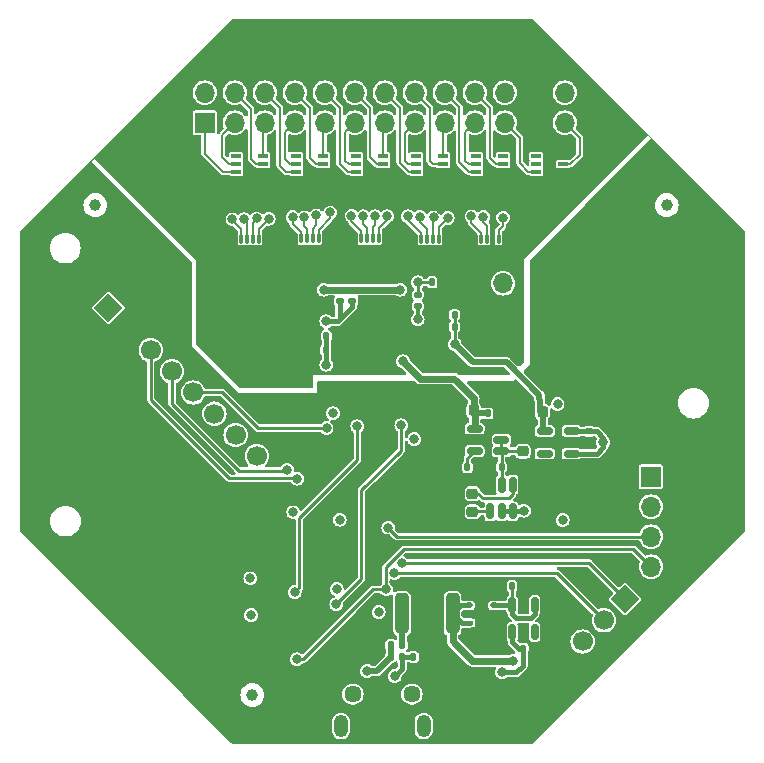
<source format=gbr>
%TF.GenerationSoftware,KiCad,Pcbnew,7.0.1*%
%TF.CreationDate,2023-03-25T19:17:35-04:00*%
%TF.ProjectId,cyton wired,6379746f-6e20-4776-9972-65642e6b6963,rev?*%
%TF.SameCoordinates,Original*%
%TF.FileFunction,Copper,L4,Bot*%
%TF.FilePolarity,Positive*%
%FSLAX46Y46*%
G04 Gerber Fmt 4.6, Leading zero omitted, Abs format (unit mm)*
G04 Created by KiCad (PCBNEW 7.0.1) date 2023-03-25 19:17:35*
%MOMM*%
%LPD*%
G01*
G04 APERTURE LIST*
G04 Aperture macros list*
%AMRoundRect*
0 Rectangle with rounded corners*
0 $1 Rounding radius*
0 $2 $3 $4 $5 $6 $7 $8 $9 X,Y pos of 4 corners*
0 Add a 4 corners polygon primitive as box body*
4,1,4,$2,$3,$4,$5,$6,$7,$8,$9,$2,$3,0*
0 Add four circle primitives for the rounded corners*
1,1,$1+$1,$2,$3*
1,1,$1+$1,$4,$5*
1,1,$1+$1,$6,$7*
1,1,$1+$1,$8,$9*
0 Add four rect primitives between the rounded corners*
20,1,$1+$1,$2,$3,$4,$5,0*
20,1,$1+$1,$4,$5,$6,$7,0*
20,1,$1+$1,$6,$7,$8,$9,0*
20,1,$1+$1,$8,$9,$2,$3,0*%
%AMHorizOval*
0 Thick line with rounded ends*
0 $1 width*
0 $2 $3 position (X,Y) of the first rounded end (center of the circle)*
0 $4 $5 position (X,Y) of the second rounded end (center of the circle)*
0 Add line between two ends*
20,1,$1,$2,$3,$4,$5,0*
0 Add two circle primitives to create the rounded ends*
1,1,$1,$2,$3*
1,1,$1,$4,$5*%
%AMRotRect*
0 Rectangle, with rotation*
0 The origin of the aperture is its center*
0 $1 length*
0 $2 width*
0 $3 Rotation angle, in degrees counterclockwise*
0 Add horizontal line*
21,1,$1,$2,0,0,$3*%
G04 Aperture macros list end*
%TA.AperFunction,ComponentPad*%
%ADD10RotRect,1.700000X1.700000X315.000000*%
%TD*%
%TA.AperFunction,ComponentPad*%
%ADD11HorizOval,1.700000X0.000000X0.000000X0.000000X0.000000X0*%
%TD*%
%TA.AperFunction,ComponentPad*%
%ADD12R,1.700000X1.700000*%
%TD*%
%TA.AperFunction,ComponentPad*%
%ADD13O,1.700000X1.700000*%
%TD*%
%TA.AperFunction,ComponentPad*%
%ADD14O,1.200000X1.900000*%
%TD*%
%TA.AperFunction,ComponentPad*%
%ADD15C,1.450000*%
%TD*%
%TA.AperFunction,ComponentPad*%
%ADD16RotRect,1.700000X1.700000X45.000000*%
%TD*%
%TA.AperFunction,ComponentPad*%
%ADD17HorizOval,1.700000X0.000000X0.000000X0.000000X0.000000X0*%
%TD*%
%TA.AperFunction,SMDPad,CuDef*%
%ADD18RoundRect,0.140000X0.140000X0.170000X-0.140000X0.170000X-0.140000X-0.170000X0.140000X-0.170000X0*%
%TD*%
%TA.AperFunction,SMDPad,CuDef*%
%ADD19RoundRect,0.140000X-0.170000X0.140000X-0.170000X-0.140000X0.170000X-0.140000X0.170000X0.140000X0*%
%TD*%
%TA.AperFunction,SMDPad,CuDef*%
%ADD20C,1.000000*%
%TD*%
%TA.AperFunction,SMDPad,CuDef*%
%ADD21RoundRect,0.010500X0.094500X-0.374500X0.094500X0.374500X-0.094500X0.374500X-0.094500X-0.374500X0*%
%TD*%
%TA.AperFunction,SMDPad,CuDef*%
%ADD22RoundRect,0.010500X-0.094500X0.374500X-0.094500X-0.374500X0.094500X-0.374500X0.094500X0.374500X0*%
%TD*%
%TA.AperFunction,SMDPad,CuDef*%
%ADD23RoundRect,0.150000X0.512500X0.150000X-0.512500X0.150000X-0.512500X-0.150000X0.512500X-0.150000X0*%
%TD*%
%TA.AperFunction,SMDPad,CuDef*%
%ADD24RoundRect,0.147500X-0.147500X-0.172500X0.147500X-0.172500X0.147500X0.172500X-0.147500X0.172500X0*%
%TD*%
%TA.AperFunction,SMDPad,CuDef*%
%ADD25RoundRect,0.150000X-0.150000X0.512500X-0.150000X-0.512500X0.150000X-0.512500X0.150000X0.512500X0*%
%TD*%
%TA.AperFunction,SMDPad,CuDef*%
%ADD26RoundRect,0.112500X0.187500X0.112500X-0.187500X0.112500X-0.187500X-0.112500X0.187500X-0.112500X0*%
%TD*%
%TA.AperFunction,SMDPad,CuDef*%
%ADD27RoundRect,0.225000X0.225000X0.250000X-0.225000X0.250000X-0.225000X-0.250000X0.225000X-0.250000X0*%
%TD*%
%TA.AperFunction,SMDPad,CuDef*%
%ADD28R,0.850900X0.355600*%
%TD*%
%TA.AperFunction,SMDPad,CuDef*%
%ADD29R,0.558800X0.304800*%
%TD*%
%TA.AperFunction,SMDPad,CuDef*%
%ADD30RoundRect,0.135000X-0.135000X-0.185000X0.135000X-0.185000X0.135000X0.185000X-0.135000X0.185000X0*%
%TD*%
%TA.AperFunction,SMDPad,CuDef*%
%ADD31RoundRect,0.140000X-0.140000X-0.170000X0.140000X-0.170000X0.140000X0.170000X-0.140000X0.170000X0*%
%TD*%
%TA.AperFunction,SMDPad,CuDef*%
%ADD32RoundRect,0.250000X0.312500X1.450000X-0.312500X1.450000X-0.312500X-1.450000X0.312500X-1.450000X0*%
%TD*%
%TA.AperFunction,SMDPad,CuDef*%
%ADD33RoundRect,0.225000X0.250000X-0.225000X0.250000X0.225000X-0.250000X0.225000X-0.250000X-0.225000X0*%
%TD*%
%TA.AperFunction,SMDPad,CuDef*%
%ADD34RoundRect,0.147500X0.147500X0.172500X-0.147500X0.172500X-0.147500X-0.172500X0.147500X-0.172500X0*%
%TD*%
%TA.AperFunction,SMDPad,CuDef*%
%ADD35RoundRect,0.140000X0.170000X-0.140000X0.170000X0.140000X-0.170000X0.140000X-0.170000X-0.140000X0*%
%TD*%
%TA.AperFunction,ViaPad*%
%ADD36C,0.800000*%
%TD*%
%TA.AperFunction,Conductor*%
%ADD37C,0.406400*%
%TD*%
%TA.AperFunction,Conductor*%
%ADD38C,0.203200*%
%TD*%
%TA.AperFunction,Conductor*%
%ADD39C,0.508000*%
%TD*%
%TA.AperFunction,Conductor*%
%ADD40C,0.609600*%
%TD*%
%TA.AperFunction,Conductor*%
%ADD41C,0.304800*%
%TD*%
%TA.AperFunction,Conductor*%
%ADD42C,0.250000*%
%TD*%
%TA.AperFunction,Conductor*%
%ADD43C,0.558800*%
%TD*%
%TA.AperFunction,Conductor*%
%ADD44C,0.457200*%
%TD*%
%TA.AperFunction,Profile*%
%ADD45C,0.101600*%
%TD*%
G04 APERTURE END LIST*
D10*
%TO.P,J3,1,Pin_1*%
%TO.N,/D13*%
X160248600Y-125323600D03*
D11*
%TO.P,J3,2,Pin_2*%
%TO.N,/PGC*%
X158452549Y-127119651D03*
%TO.P,J3,3,Pin_3*%
%TO.N,VDD*%
X156656498Y-128915702D03*
%TO.P,J3,4,Pin_4*%
%TO.N,GNDA*%
X154860446Y-130711754D03*
%TD*%
D12*
%TO.P,J1,1,Pin_1*%
%TO.N,VSSA*%
X124663200Y-84988400D03*
D13*
%TO.P,J1,2,Pin_2*%
X124663200Y-82448400D03*
%TO.P,J1,3,Pin_3*%
%TO.N,/SRB1*%
X127203200Y-84988400D03*
%TO.P,J1,4,Pin_4*%
%TO.N,/SRB2*%
X127203200Y-82448400D03*
%TO.P,J1,5,Pin_5*%
%TO.N,/1P*%
X129743200Y-84988400D03*
%TO.P,J1,6,Pin_6*%
%TO.N,/1N*%
X129743200Y-82448400D03*
%TO.P,J1,7,Pin_7*%
%TO.N,/2P*%
X132283200Y-84988400D03*
%TO.P,J1,8,Pin_8*%
%TO.N,/2N*%
X132283200Y-82448400D03*
%TO.P,J1,9,Pin_9*%
%TO.N,/3P*%
X134823200Y-84988400D03*
%TO.P,J1,10,Pin_10*%
%TO.N,/3N*%
X134823200Y-82448400D03*
%TO.P,J1,11,Pin_11*%
%TO.N,/4P*%
X137363200Y-84988400D03*
%TO.P,J1,12,Pin_12*%
%TO.N,/4N*%
X137363200Y-82448400D03*
%TO.P,J1,13,Pin_13*%
%TO.N,/5P*%
X139903200Y-84988400D03*
%TO.P,J1,14,Pin_14*%
%TO.N,/5N*%
X139903200Y-82448400D03*
%TO.P,J1,15,Pin_15*%
%TO.N,/6P*%
X142443200Y-84988400D03*
%TO.P,J1,16,Pin_16*%
%TO.N,/6N*%
X142443200Y-82448400D03*
%TO.P,J1,17,Pin_17*%
%TO.N,/7P*%
X144983200Y-84988400D03*
%TO.P,J1,18,Pin_18*%
%TO.N,/7N*%
X144983200Y-82448400D03*
%TO.P,J1,19,Pin_19*%
%TO.N,/8P*%
X147523200Y-84988400D03*
%TO.P,J1,20,Pin_20*%
%TO.N,/8N*%
X147523200Y-82448400D03*
%TO.P,J1,21,Pin_21*%
%TO.N,/BIAS*%
X150063200Y-84988400D03*
%TO.P,J1,22,Pin_22*%
X150063200Y-82448400D03*
%TO.P,J1,23,Pin_23*%
%TO.N,GNDA*%
X152603200Y-84988400D03*
%TO.P,J1,24,Pin_24*%
X152603200Y-82448400D03*
%TO.P,J1,25,Pin_25*%
%TO.N,VDDA*%
X155143200Y-84988400D03*
%TO.P,J1,26,Pin_26*%
X155143200Y-82448400D03*
%TD*%
D12*
%TO.P,J5,1,Pin_1*%
%TO.N,/BOOT_EN*%
X162433000Y-114960400D03*
D13*
%TO.P,J5,2,Pin_2*%
%TO.N,/MCLR*%
X162433000Y-117500400D03*
%TO.P,J5,3,Pin_3*%
%TO.N,/D18*%
X162433000Y-120040400D03*
%TO.P,J5,4,Pin_4*%
%TO.N,/PGD*%
X162433000Y-122580400D03*
%TD*%
D14*
%TO.P,CONN1,6,Shield*%
%TO.N,unconnected-(CONN1-Shield-Pad6)*%
X136200000Y-136080300D03*
D15*
X137200000Y-133380300D03*
X142200000Y-133380300D03*
D14*
X143200000Y-136080300D03*
%TD*%
D12*
%TO.P,J4,1,Pin_1*%
%TO.N,GNDA*%
X149910800Y-101142800D03*
D13*
%TO.P,J4,2,Pin_2*%
%TO.N,/BIAS_INV*%
X149910800Y-98602800D03*
%TD*%
D16*
%TO.P,J2,1,Pin_1*%
%TO.N,VDD*%
X116500000Y-100650000D03*
D17*
%TO.P,J2,2,Pin_2*%
%TO.N,GNDA*%
X118296051Y-102446051D03*
%TO.P,J2,3,Pin_3*%
%TO.N,/MISO*%
X120092102Y-104242102D03*
%TO.P,J2,4,Pin_4*%
%TO.N,/SCLK*%
X121888154Y-106038154D03*
%TO.P,J2,5,Pin_5*%
%TO.N,/RESET*%
X123684205Y-107834205D03*
%TO.P,J2,6,Pin_6*%
%TO.N,/CLK*%
X125480256Y-109630256D03*
%TO.P,J2,7,Pin_7*%
%TO.N,/MOSI*%
X127276307Y-111426307D03*
%TO.P,J2,8,Pin_8*%
%TO.N,/CS2*%
X129072359Y-113222359D03*
%TD*%
D18*
%TO.P,C26,1*%
%TO.N,VDDA*%
X145818800Y-102260400D03*
%TO.P,C26,2*%
%TO.N,GNDA*%
X144858800Y-102260400D03*
%TD*%
D19*
%TO.P,C25,1*%
%TO.N,VDDA*%
X136093200Y-99136200D03*
%TO.P,C25,2*%
%TO.N,VSSA*%
X136093200Y-100096200D03*
%TD*%
D20*
%TO.P,REF\u002A\u002A,*%
%TO.N,*%
X128676400Y-133451600D03*
%TD*%
D21*
%TO.P,C5,1*%
%TO.N,GNDA*%
X149543200Y-96405600D03*
%TO.P,C5,2*%
X149043200Y-96405600D03*
%TO.P,C5,3*%
X148543200Y-96405600D03*
%TO.P,C5,4*%
X148043200Y-96405600D03*
D22*
%TO.P,C5,5*%
%TO.N,/Daisy Functionality/IN8P*%
X148043200Y-94805600D03*
%TO.P,C5,6*%
%TO.N,/Daisy Functionality/IN8N*%
X148543200Y-94805600D03*
%TO.P,C5,7*%
%TO.N,GNDA*%
X149043200Y-94805600D03*
%TO.P,C5,8*%
%TO.N,/Daisy Functionality/BIAS_DRV*%
X149543200Y-94805600D03*
%TD*%
D23*
%TO.P,U5,1,IN*%
%TO.N,VDD*%
X155722700Y-111101700D03*
%TO.P,U5,2,GND*%
%TO.N,GNDA*%
X155722700Y-112051700D03*
%TO.P,U5,3,EN*%
%TO.N,VDD*%
X155722700Y-113001700D03*
%TO.P,U5,4,NC*%
%TO.N,unconnected-(U5-NC-Pad4)*%
X153447700Y-113001700D03*
%TO.P,U5,5,OUT*%
%TO.N,VDDA*%
X153447700Y-111101700D03*
%TD*%
D24*
%TO.P,L1,1,1*%
%TO.N,Net-(CONN1-GND)*%
X142316200Y-130225800D03*
%TO.P,L1,2,2*%
%TO.N,GNDA*%
X143286200Y-130225800D03*
%TD*%
D21*
%TO.P,C4,1*%
%TO.N,GNDA*%
X144463200Y-96405600D03*
%TO.P,C4,2*%
X143963200Y-96405600D03*
%TO.P,C4,3*%
X143463200Y-96405600D03*
%TO.P,C4,4*%
X142963200Y-96405600D03*
D22*
%TO.P,C4,5*%
%TO.N,/Daisy Functionality/IN6P*%
X142963200Y-94805600D03*
%TO.P,C4,6*%
%TO.N,/Daisy Functionality/IN6N*%
X143463200Y-94805600D03*
%TO.P,C4,7*%
%TO.N,/Daisy Functionality/IN7P*%
X143963200Y-94805600D03*
%TO.P,C4,8*%
%TO.N,/Daisy Functionality/IN7N*%
X144463200Y-94805600D03*
%TD*%
D25*
%TO.P,U3,1,VIN*%
%TO.N,Net-(D12-K)*%
X150688000Y-125857000D03*
%TO.P,U3,2,GND*%
%TO.N,GNDA*%
X151638000Y-125857000D03*
%TO.P,U3,3,/SHDN*%
%TO.N,Net-(D12-K)*%
X152588000Y-125857000D03*
%TO.P,U3,4,PWRGD*%
%TO.N,unconnected-(U3-PWRGD-Pad4)*%
X152588000Y-128132000D03*
%TO.P,U3,5,VOUT*%
%TO.N,VDD*%
X150688000Y-128132000D03*
%TD*%
D19*
%TO.P,C20,1*%
%TO.N,VDDA*%
X138252200Y-99136200D03*
%TO.P,C20,2*%
%TO.N,GNDA*%
X138252200Y-100096200D03*
%TD*%
D26*
%TO.P,D12,1,K*%
%TO.N,Net-(D12-K)*%
X149157400Y-125857000D03*
%TO.P,D12,2,A*%
%TO.N,VCOM*%
X147057400Y-125857000D03*
%TD*%
D27*
%TO.P,C38,1*%
%TO.N,VSSA*%
X147440100Y-109354600D03*
%TO.P,C38,2*%
%TO.N,GNDA*%
X145890100Y-109354600D03*
%TD*%
D28*
%TO.P,D4,1,IO1*%
%TO.N,/7P*%
X144849850Y-87843601D03*
%TO.P,D4,2,IO2*%
%TO.N,/6N*%
X144849850Y-88493600D03*
%TO.P,D4,3,GND*%
%TO.N,GNDA*%
X144849850Y-89143599D03*
%TO.P,D4,4,IO3*%
%TO.N,/5N*%
X142576550Y-89143599D03*
%TO.P,D4,5,IO4*%
%TO.N,/6P*%
X142576550Y-88493600D03*
%TO.P,D4,6,NC*%
%TO.N,unconnected-(D4-NC-Pad6)*%
X142576550Y-87843601D03*
%TD*%
D25*
%TO.P,U4,6,CAP+*%
%TO.N,Net-(U4-CAP+)*%
X148839300Y-117908900D03*
%TO.P,U4,5,V+*%
%TO.N,VDD*%
X149789300Y-117908900D03*
%TO.P,U4,4,SD*%
X150739300Y-117908900D03*
%TO.P,U4,3,CAP-*%
%TO.N,Net-(U4-CAP-)*%
X150739300Y-115633900D03*
%TO.P,U4,2,OUT*%
%TO.N,/Power Supply/-RAW*%
X149789300Y-115633900D03*
%TO.P,U4,1,GND*%
%TO.N,GNDA*%
X148839300Y-115633900D03*
%TD*%
D23*
%TO.P,U6,1,GND*%
%TO.N,GNDA*%
X149783800Y-110893800D03*
%TO.P,U6,2,VIN*%
%TO.N,/Power Supply/-RAW*%
X149783800Y-111843800D03*
%TO.P,U6,3,EN*%
X149783800Y-112793800D03*
%TO.P,U6,4,NR*%
%TO.N,Net-(U6-NR)*%
X147508800Y-112793800D03*
%TO.P,U6,5,VOUT*%
%TO.N,VSSA*%
X147508800Y-110893800D03*
%TD*%
D29*
%TO.P,D9,1,K*%
%TO.N,VCOM*%
X147116800Y-127330200D03*
%TO.P,D9,2,A*%
%TO.N,GNDA*%
X147116800Y-127965200D03*
%TD*%
D20*
%TO.P,REF\u002A\u002A,*%
%TO.N,*%
X163779200Y-91973400D03*
%TD*%
D27*
%TO.P,C36,1*%
%TO.N,VDDA*%
X153259500Y-109476100D03*
%TO.P,C36,2*%
%TO.N,GNDA*%
X151709500Y-109476100D03*
%TD*%
D20*
%TO.P,REF\u002A\u002A,*%
%TO.N,*%
X115392200Y-91973400D03*
%TD*%
D30*
%TO.P,R13,1*%
%TO.N,Net-(U1-WCT)*%
X143889000Y-98501200D03*
%TO.P,R13,2*%
%TO.N,GNDA*%
X144909000Y-98501200D03*
%TD*%
D31*
%TO.P,C16,1*%
%TO.N,Net-(CONN1-VBUS)*%
X140411200Y-130225800D03*
%TO.P,C16,2*%
%TO.N,Net-(CONN1-GND)*%
X141371200Y-130225800D03*
%TD*%
D28*
%TO.P,D6,1,IO1*%
%TO.N,GNDA*%
X155009850Y-87843601D03*
%TO.P,D6,2,IO2*%
%TO.N,VDDA*%
X155009850Y-88493600D03*
%TO.P,D6,3,GND*%
%TO.N,GNDA*%
X155009850Y-89143599D03*
%TO.P,D6,4,IO3*%
%TO.N,/BIAS*%
X152736550Y-89143599D03*
%TO.P,D6,5,IO4*%
%TO.N,unconnected-(D6-IO4-Pad5)*%
X152736550Y-88493600D03*
%TO.P,D6,6,NC*%
%TO.N,unconnected-(D6-NC-Pad6)*%
X152736550Y-87843601D03*
%TD*%
D21*
%TO.P,C1,1*%
%TO.N,GNDA*%
X129223200Y-96405600D03*
%TO.P,C1,2*%
X128723200Y-96405600D03*
%TO.P,C1,3*%
X128223200Y-96405600D03*
%TO.P,C1,4*%
X127723200Y-96405600D03*
D22*
%TO.P,C1,5*%
%TO.N,/Daisy Functionality/_SRB1*%
X127723200Y-94805600D03*
%TO.P,C1,6*%
%TO.N,/Daisy Functionality/_SRB2*%
X128223200Y-94805600D03*
%TO.P,C1,7*%
%TO.N,/Daisy Functionality/IN1P*%
X128723200Y-94805600D03*
%TO.P,C1,8*%
%TO.N,/Daisy Functionality/IN1N*%
X129223200Y-94805600D03*
%TD*%
D32*
%TO.P,F1,1*%
%TO.N,VCOM*%
X145643600Y-126542800D03*
%TO.P,F1,2*%
%TO.N,Net-(F1-Pad2)*%
X141368600Y-126542800D03*
%TD*%
D31*
%TO.P,C9,1*%
%TO.N,VSSA*%
X134902000Y-104244200D03*
%TO.P,C9,2*%
%TO.N,GNDA*%
X135862000Y-104244200D03*
%TD*%
D28*
%TO.P,D3,1,IO1*%
%TO.N,/5P*%
X139769850Y-87843601D03*
%TO.P,D3,2,IO2*%
%TO.N,/4N*%
X139769850Y-88493600D03*
%TO.P,D3,3,GND*%
%TO.N,GNDA*%
X139769850Y-89143599D03*
%TO.P,D3,4,IO3*%
%TO.N,/3N*%
X137496550Y-89143599D03*
%TO.P,D3,5,IO4*%
%TO.N,/4P*%
X137496550Y-88493600D03*
%TO.P,D3,6,NC*%
%TO.N,unconnected-(D3-NC-Pad6)*%
X137496550Y-87843601D03*
%TD*%
D33*
%TO.P,C30,1*%
%TO.N,/Power Supply/-RAW*%
X151592700Y-112796600D03*
%TO.P,C30,2*%
%TO.N,GNDA*%
X151592700Y-111246600D03*
%TD*%
D31*
%TO.P,C37,1*%
%TO.N,VSSA*%
X148648900Y-109608600D03*
%TO.P,C37,2*%
%TO.N,GNDA*%
X149608900Y-109608600D03*
%TD*%
D19*
%TO.P,C23,1*%
%TO.N,VDDA*%
X137160000Y-99136200D03*
%TO.P,C23,2*%
%TO.N,VSSA*%
X137160000Y-100096200D03*
%TD*%
D33*
%TO.P,C29,1*%
%TO.N,Net-(U4-CAP+)*%
X147325500Y-117939400D03*
%TO.P,C29,2*%
%TO.N,Net-(U4-CAP-)*%
X147325500Y-116389400D03*
%TD*%
D21*
%TO.P,C3,1*%
%TO.N,GNDA*%
X139383200Y-96391300D03*
%TO.P,C3,2*%
X138883200Y-96391300D03*
%TO.P,C3,3*%
X138383200Y-96391300D03*
%TO.P,C3,4*%
X137883200Y-96391300D03*
D22*
%TO.P,C3,5*%
%TO.N,/Daisy Functionality/IN4P*%
X137883200Y-94791300D03*
%TO.P,C3,6*%
%TO.N,/Daisy Functionality/IN4N*%
X138383200Y-94791300D03*
%TO.P,C3,7*%
%TO.N,/Daisy Functionality/IN5P*%
X138883200Y-94791300D03*
%TO.P,C3,8*%
%TO.N,/Daisy Functionality/IN5N*%
X139383200Y-94791300D03*
%TD*%
D34*
%TO.P,L2,1,1*%
%TO.N,Net-(F1-Pad2)*%
X141378800Y-129235200D03*
%TO.P,L2,2,2*%
%TO.N,Net-(CONN1-VBUS)*%
X140408800Y-129235200D03*
%TD*%
D18*
%TO.P,C24,1*%
%TO.N,VDDA*%
X145818800Y-101244400D03*
%TO.P,C24,2*%
%TO.N,GNDA*%
X144858800Y-101244400D03*
%TD*%
D31*
%TO.P,C31,1*%
%TO.N,VDD*%
X151615200Y-129514600D03*
%TO.P,C31,2*%
%TO.N,GNDA*%
X152575200Y-129514600D03*
%TD*%
D28*
%TO.P,D1,1,IO1*%
%TO.N,/1P*%
X129609850Y-87843601D03*
%TO.P,D1,2,IO2*%
%TO.N,/SRB2*%
X129609850Y-88493600D03*
%TO.P,D1,3,GND*%
%TO.N,GNDA*%
X129609850Y-89143599D03*
%TO.P,D1,4,IO3*%
%TO.N,VSSA*%
X127336550Y-89143599D03*
%TO.P,D1,5,IO4*%
%TO.N,/SRB1*%
X127336550Y-88493600D03*
%TO.P,D1,6,NC*%
%TO.N,unconnected-(D1-NC-Pad6)*%
X127336550Y-87843601D03*
%TD*%
D31*
%TO.P,C28,1*%
%TO.N,Net-(D12-K)*%
X150678000Y-124231400D03*
%TO.P,C28,2*%
%TO.N,GNDA*%
X151638000Y-124231400D03*
%TD*%
%TO.P,C34,1*%
%TO.N,Net-(U6-NR)*%
X146896300Y-114180600D03*
%TO.P,C34,2*%
%TO.N,GNDA*%
X147856300Y-114180600D03*
%TD*%
D18*
%TO.P,C35,1*%
%TO.N,VDDA*%
X152976900Y-108206100D03*
%TO.P,C35,2*%
%TO.N,GNDA*%
X152016900Y-108206100D03*
%TD*%
D19*
%TO.P,C32,1*%
%TO.N,VDD*%
X157176000Y-111117100D03*
%TO.P,C32,2*%
%TO.N,GNDA*%
X157176000Y-112077100D03*
%TD*%
D18*
%TO.P,C33,1*%
%TO.N,/Power Supply/-RAW*%
X149786700Y-114129800D03*
%TO.P,C33,2*%
%TO.N,GNDA*%
X148826700Y-114129800D03*
%TD*%
D21*
%TO.P,C2,1*%
%TO.N,GNDA*%
X134303200Y-96380200D03*
%TO.P,C2,2*%
X133803200Y-96380200D03*
%TO.P,C2,3*%
X133303200Y-96380200D03*
%TO.P,C2,4*%
X132803200Y-96380200D03*
D22*
%TO.P,C2,5*%
%TO.N,/Daisy Functionality/IN2P*%
X132803200Y-94780200D03*
%TO.P,C2,6*%
%TO.N,/Daisy Functionality/IN2N*%
X133303200Y-94780200D03*
%TO.P,C2,7*%
%TO.N,/Daisy Functionality/IN3P*%
X133803200Y-94780200D03*
%TO.P,C2,8*%
%TO.N,/Daisy Functionality/IN3N*%
X134303200Y-94780200D03*
%TD*%
D19*
%TO.P,C22,1*%
%TO.N,VDDA*%
X139344400Y-99136200D03*
%TO.P,C22,2*%
%TO.N,GNDA*%
X139344400Y-100096200D03*
%TD*%
D35*
%TO.P,C27,1*%
%TO.N,VSSA*%
X142697200Y-100505200D03*
%TO.P,C27,2*%
%TO.N,Net-(U1-WCT)*%
X142697200Y-99545200D03*
%TD*%
D28*
%TO.P,D2,1,IO1*%
%TO.N,/3P*%
X134689850Y-87843601D03*
%TO.P,D2,2,IO2*%
%TO.N,/2N*%
X134689850Y-88493600D03*
%TO.P,D2,3,GND*%
%TO.N,GNDA*%
X134689850Y-89143599D03*
%TO.P,D2,4,IO3*%
%TO.N,/1N*%
X132416550Y-89143599D03*
%TO.P,D2,5,IO4*%
%TO.N,/2P*%
X132416550Y-88493600D03*
%TO.P,D2,6,NC*%
%TO.N,unconnected-(D2-NC-Pad6)*%
X132416550Y-87843601D03*
%TD*%
D31*
%TO.P,C7,1*%
%TO.N,VSSA*%
X134952800Y-103047800D03*
%TO.P,C7,2*%
%TO.N,GNDA*%
X135912800Y-103047800D03*
%TD*%
D28*
%TO.P,D5,1,IO1*%
%TO.N,unconnected-(D5-IO1-Pad1)*%
X149929850Y-87843601D03*
%TO.P,D5,2,IO2*%
%TO.N,/8N*%
X149929850Y-88493600D03*
%TO.P,D5,3,GND*%
%TO.N,GNDA*%
X149929850Y-89143599D03*
%TO.P,D5,4,IO3*%
%TO.N,/7N*%
X147656550Y-89143599D03*
%TO.P,D5,5,IO4*%
%TO.N,/8P*%
X147656550Y-88493600D03*
%TO.P,D5,6,NC*%
%TO.N,unconnected-(D5-NC-Pad6)*%
X147656550Y-87843601D03*
%TD*%
D36*
%TO.N,/Daisy Functionality/_SRB1*%
X127003697Y-93167200D03*
%TO.N,/Daisy Functionality/_SRB2*%
X128003200Y-93167200D03*
%TO.N,/Daisy Functionality/IN1P*%
X129070100Y-93103700D03*
%TO.N,/Daisy Functionality/IN1N*%
X130086327Y-93130684D03*
%TO.N,/Daisy Functionality/IN2P*%
X132096905Y-92986254D03*
%TO.N,/Daisy Functionality/IN2N*%
X133096000Y-93014800D03*
%TO.N,/Daisy Functionality/IN3P*%
X134094731Y-92842500D03*
%TO.N,/Daisy Functionality/IN3N*%
X135275931Y-92594901D03*
%TO.N,/Daisy Functionality/IN4P*%
X137083800Y-92862400D03*
%TO.N,/Daisy Functionality/IN4N*%
X138081846Y-92916348D03*
%TO.N,/Daisy Functionality/IN5P*%
X139081343Y-92913148D03*
%TO.N,/Daisy Functionality/IN5N*%
X140080845Y-92913206D03*
%TO.N,/Daisy Functionality/IN6P*%
X141851353Y-92913928D03*
%TO.N,/Daisy Functionality/IN6N*%
X142849600Y-92964000D03*
%TO.N,/Daisy Functionality/IN7P*%
X144030600Y-93015374D03*
%TO.N,/Daisy Functionality/IN7N*%
X145237200Y-93065600D03*
%TO.N,/Daisy Functionality/IN8P*%
X147243800Y-92913200D03*
%TO.N,/Daisy Functionality/IN8N*%
X148259800Y-92964000D03*
%TO.N,/Daisy Functionality/BIAS_DRV*%
X149923200Y-93027800D03*
%TO.N,VSSA*%
X134950200Y-101803200D03*
X134950200Y-105486200D03*
X141437400Y-105186900D03*
X142697200Y-101650800D03*
%TO.N,Net-(CONN1-VBUS)*%
X138404600Y-131419600D03*
%TO.N,Net-(CONN1-GND)*%
X140741400Y-131851400D03*
%TO.N,VDD*%
X154533600Y-108813600D03*
X128587500Y-126682500D03*
X136093200Y-118618000D03*
X158389700Y-112041500D03*
X135509000Y-109601000D03*
X128524000Y-123571000D03*
X142392400Y-111785400D03*
X149834600Y-131521200D03*
X151688800Y-117856000D03*
X132161451Y-117976279D03*
%TO.N,VDDA*%
X141198600Y-99136200D03*
X134747000Y-99136200D03*
X145821400Y-103733600D03*
%TO.N,Net-(U1-WCT)*%
X142697200Y-98501200D03*
%TO.N,VCOM*%
X150799800Y-130556000D03*
%TO.N,/SCLK*%
X131622800Y-114385100D03*
%TO.N,/RESET*%
X134975600Y-110845600D03*
%TO.N,/MOSI*%
X135839200Y-124485400D03*
%TO.N,/MISO*%
X132486400Y-115138200D03*
%TO.N,/CS1*%
X132283200Y-124739400D03*
X137566400Y-110693200D03*
%TO.N,/PGD*%
X132461000Y-130429000D03*
X140038005Y-124512171D03*
%TO.N,/D13*%
X141325600Y-122275600D03*
%TO.N,/PGC*%
X140699082Y-123117261D03*
%TO.N,/MCLR*%
X154965400Y-118643400D03*
X139395200Y-126424400D03*
%TO.N,/D18*%
X140192758Y-119274400D03*
%TO.N,/DRDY*%
X135788400Y-125774400D03*
X141300200Y-110617000D03*
%TD*%
D37*
%TO.N,VDD*%
X150739300Y-117908900D02*
X150792200Y-117856000D01*
X150792200Y-117856000D02*
X151688800Y-117856000D01*
D38*
%TO.N,GNDA*%
X137883200Y-96391300D02*
X137883200Y-97548000D01*
X139383200Y-96391300D02*
X140155500Y-96391300D01*
X139383200Y-96391300D02*
X139383200Y-97522600D01*
X148043200Y-96405600D02*
X148043200Y-97524000D01*
X149543200Y-96405600D02*
X150329800Y-96405600D01*
X149043200Y-96405600D02*
X149043200Y-97540000D01*
X128723200Y-96405600D02*
X128723200Y-97557400D01*
X134303200Y-96380200D02*
X135216800Y-96380200D01*
X149043200Y-97540000D02*
X148793200Y-97790000D01*
X128223200Y-96405600D02*
X128223200Y-97489200D01*
X127723200Y-96405600D02*
X126784000Y-96405600D01*
X138383200Y-96391300D02*
X138383200Y-97514600D01*
X142963200Y-96405600D02*
X142963200Y-97524000D01*
X137883200Y-96391300D02*
X137060100Y-96391300D01*
X148043200Y-96405600D02*
X147281800Y-96405600D01*
X133303200Y-96380200D02*
X133303200Y-97590800D01*
X132803200Y-96380200D02*
X132803200Y-97598800D01*
X143963200Y-96405600D02*
X143963200Y-97413000D01*
X149543200Y-96405600D02*
X149543200Y-97370200D01*
X129223200Y-96405600D02*
X130162200Y-96405600D01*
X144463200Y-96405600D02*
X144463200Y-97549400D01*
X132803200Y-96380200D02*
X131889400Y-96380200D01*
X133803200Y-96380200D02*
X133803200Y-97582800D01*
X148793200Y-97790000D02*
X148543200Y-97540000D01*
X127723200Y-96405600D02*
X127723200Y-97497200D01*
X129223200Y-96405600D02*
X129223200Y-97498600D01*
X134303200Y-96380200D02*
X134303200Y-97549400D01*
X142963200Y-96405600D02*
X142100200Y-96405600D01*
X148543200Y-97540000D02*
X148543200Y-96405600D01*
X143463200Y-96405600D02*
X143463200Y-97481200D01*
X149043200Y-94805600D02*
X149043200Y-96405600D01*
X144463200Y-96405600D02*
X145376800Y-96405600D01*
X138883200Y-96391300D02*
X138883200Y-97540000D01*
%TO.N,/Daisy Functionality/_SRB1*%
X127723200Y-93966600D02*
X127723200Y-94805600D01*
X127003697Y-93167200D02*
X127003697Y-93247097D01*
X127003697Y-93247097D02*
X127723200Y-93966600D01*
%TO.N,/Daisy Functionality/_SRB2*%
X128223200Y-94805600D02*
X128223200Y-93387200D01*
X128223200Y-93387200D02*
X128003200Y-93167200D01*
%TO.N,/Daisy Functionality/IN1P*%
X129070100Y-93103700D02*
X128723200Y-93450600D01*
X128723200Y-93450600D02*
X128723200Y-94805600D01*
%TO.N,/Daisy Functionality/IN1N*%
X129223200Y-94805600D02*
X129223200Y-93993811D01*
X129223200Y-93993811D02*
X130086327Y-93130684D01*
%TO.N,/Daisy Functionality/IN2P*%
X132096905Y-93565105D02*
X132096905Y-92986254D01*
X132803200Y-94780200D02*
X132803200Y-94271400D01*
X132803200Y-94271400D02*
X132096905Y-93565105D01*
%TO.N,/Daisy Functionality/IN2N*%
X133303200Y-93958600D02*
X133303200Y-94780200D01*
X133096000Y-93014800D02*
X133096000Y-93751400D01*
X133096000Y-93751400D02*
X133303200Y-93958600D01*
%TO.N,/Daisy Functionality/IN3P*%
X133803200Y-93958600D02*
X134094731Y-93667069D01*
X134094731Y-93667069D02*
X134094731Y-92842500D01*
X133803200Y-94780200D02*
X133803200Y-93958600D01*
%TO.N,/Daisy Functionality/IN3N*%
X135275931Y-93070069D02*
X135275931Y-92594901D01*
X134303200Y-94780200D02*
X134303200Y-94042800D01*
X134303200Y-94042800D02*
X135275931Y-93070069D01*
%TO.N,/Daisy Functionality/IN4P*%
X137883200Y-94144400D02*
X137083800Y-93345000D01*
X137083800Y-93345000D02*
X137083800Y-92862400D01*
X137883200Y-94791300D02*
X137883200Y-94144400D01*
%TO.N,/Daisy Functionality/IN4N*%
X138081846Y-93581046D02*
X138081846Y-92916348D01*
X138383200Y-93882400D02*
X138081846Y-93581046D01*
X138383200Y-94791300D02*
X138383200Y-93882400D01*
%TO.N,/Daisy Functionality/IN5P*%
X138883200Y-94791300D02*
X138883200Y-93857000D01*
X139081343Y-93658857D02*
X139081343Y-92913148D01*
X138883200Y-93857000D02*
X139081343Y-93658857D01*
%TO.N,/Daisy Functionality/IN5N*%
X139383200Y-94791300D02*
X139383200Y-93941200D01*
X140080845Y-93243555D02*
X140080845Y-92913206D01*
X139383200Y-93941200D02*
X140080845Y-93243555D01*
%TO.N,/Daisy Functionality/IN6P*%
X142963200Y-94347600D02*
X141851353Y-93235753D01*
X141851353Y-93235753D02*
X141851353Y-92913928D01*
X142963200Y-94805600D02*
X142963200Y-94347600D01*
%TO.N,/Daisy Functionality/IN6N*%
X142849600Y-93379224D02*
X142849600Y-92964000D01*
X143463200Y-93992824D02*
X142849600Y-93379224D01*
X143463200Y-94805600D02*
X143463200Y-93992824D01*
%TO.N,/Daisy Functionality/IN7P*%
X143963200Y-93082774D02*
X144030600Y-93015374D01*
X143963200Y-94805600D02*
X143963200Y-93082774D01*
%TO.N,/Daisy Functionality/IN7N*%
X144463200Y-94805600D02*
X144463200Y-93839600D01*
X144463200Y-93839600D02*
X145237200Y-93065600D01*
%TO.N,/Daisy Functionality/IN8P*%
X147243800Y-93497400D02*
X147243800Y-92913200D01*
X148043200Y-94296800D02*
X147243800Y-93497400D01*
X148043200Y-94805600D02*
X148043200Y-94296800D01*
%TO.N,/Daisy Functionality/IN8N*%
X148543200Y-94805600D02*
X148543200Y-93704600D01*
X148259800Y-93421200D02*
X148259800Y-92964000D01*
X148543200Y-93704600D02*
X148259800Y-93421200D01*
%TO.N,/Daisy Functionality/BIAS_DRV*%
X149923200Y-93027800D02*
X149923200Y-93739000D01*
X149543200Y-94119000D02*
X149543200Y-94805600D01*
X149923200Y-93739000D02*
X149543200Y-94119000D01*
D37*
%TO.N,VSSA*%
X134950200Y-105486200D02*
X134950200Y-104742400D01*
D39*
X148648900Y-109608600D02*
X147694100Y-109608600D01*
D37*
X135915400Y-101803200D02*
X137160000Y-100558600D01*
D40*
X142905100Y-106654600D02*
X145796000Y-106654600D01*
D37*
X136093200Y-100096200D02*
X136093200Y-101625400D01*
D40*
X145796000Y-106654600D02*
X147440100Y-108298700D01*
D41*
X142697200Y-101650800D02*
X142697200Y-100505200D01*
D37*
X137160000Y-100558600D02*
X137160000Y-100096200D01*
X134952800Y-104739800D02*
X134952800Y-103047800D01*
D42*
X134950200Y-104742400D02*
X134952800Y-104739800D01*
D38*
X126176799Y-89143599D02*
X127336550Y-89143599D01*
D42*
X147508800Y-109423300D02*
X147440100Y-109354600D01*
X134952800Y-104193400D02*
X134902000Y-104244200D01*
D38*
X124663200Y-84988400D02*
X124663200Y-87630000D01*
D37*
X134950200Y-101803200D02*
X135915400Y-101803200D01*
D40*
X147440100Y-108298700D02*
X147440100Y-109354600D01*
X141437400Y-105186900D02*
X142905100Y-106654600D01*
D37*
X136093200Y-101625400D02*
X135915400Y-101803200D01*
D42*
X147694100Y-109608600D02*
X147508800Y-109423300D01*
D38*
X124663200Y-87630000D02*
X126176799Y-89143599D01*
D37*
X134952800Y-103047800D02*
X134952800Y-104193400D01*
D40*
X147508800Y-110893800D02*
X147508800Y-109423300D01*
D39*
%TO.N,Net-(CONN1-VBUS)*%
X140411200Y-130225800D02*
X140411200Y-129237600D01*
X138404600Y-131419600D02*
X139217400Y-131419600D01*
X140411200Y-129237600D02*
X140408800Y-129235200D01*
X139217400Y-131419600D02*
X140411200Y-130225800D01*
D37*
%TO.N,Net-(CONN1-GND)*%
X141371200Y-131221600D02*
X141371200Y-130225800D01*
X141371200Y-130225800D02*
X142316200Y-130225800D01*
X140741400Y-131851400D02*
X141371200Y-131221600D01*
%TO.N,VDD*%
X157861300Y-113001700D02*
X158389700Y-112473300D01*
X158389700Y-111660500D02*
X157846300Y-111117100D01*
X157176000Y-111117100D02*
X155738100Y-111117100D01*
X151053800Y-131521200D02*
X151615200Y-130959800D01*
X149789300Y-117908900D02*
X150739300Y-117908900D01*
X151615200Y-130959800D02*
X151615200Y-129514600D01*
X155738100Y-111117100D02*
X155722700Y-111101700D01*
X157846300Y-111117100D02*
X157176000Y-111117100D01*
X158389700Y-112041500D02*
X158389700Y-111660500D01*
X151615200Y-129514600D02*
X151231600Y-129514600D01*
X151231600Y-129514600D02*
X150688000Y-128971000D01*
X158389700Y-112473300D02*
X158389700Y-112041500D01*
X150688000Y-128971000D02*
X150688000Y-128132000D01*
X155722700Y-113001700D02*
X157861300Y-113001700D01*
X149834600Y-131521200D02*
X151053800Y-131521200D01*
D39*
%TO.N,VDDA*%
X145821400Y-103759000D02*
X145821400Y-103733600D01*
D43*
X136093200Y-99136200D02*
X134747000Y-99136200D01*
D39*
X153259500Y-109679300D02*
X153030300Y-109450100D01*
X147345400Y-105283000D02*
X145821400Y-103759000D01*
D43*
X137160000Y-99136200D02*
X136093200Y-99136200D01*
D38*
X155143200Y-84988400D02*
X156413200Y-86258400D01*
X155613101Y-88493600D02*
X155009850Y-88493600D01*
D39*
X153030300Y-109450100D02*
X153030300Y-108460100D01*
D43*
X139344400Y-99136200D02*
X138252200Y-99136200D01*
D38*
X156413200Y-86258400D02*
X156413200Y-87693501D01*
D43*
X138252200Y-99136200D02*
X137160000Y-99136200D01*
D39*
X153447700Y-111101700D02*
X153284300Y-110938300D01*
X153030300Y-108460100D02*
X152979500Y-108409300D01*
X153284300Y-110938300D02*
X153284300Y-109704100D01*
D42*
X145818800Y-103731000D02*
X145821400Y-103733600D01*
D39*
X152976900Y-108047453D02*
X150212447Y-105283000D01*
D42*
X145818800Y-101244400D02*
X145818800Y-102260400D01*
D39*
X153284300Y-109704100D02*
X153259500Y-109679300D01*
X150212447Y-105283000D02*
X147345400Y-105283000D01*
D38*
X156413200Y-87693501D02*
X155613101Y-88493600D01*
D42*
X145818800Y-102260400D02*
X145818800Y-103731000D01*
D39*
X152976900Y-108206100D02*
X152976900Y-108047453D01*
D43*
X139344400Y-99136200D02*
X141198600Y-99136200D01*
D42*
%TO.N,Net-(U1-WCT)*%
X142697200Y-99545200D02*
X142697200Y-98501200D01*
X142697200Y-98501200D02*
X143889000Y-98501200D01*
D38*
%TO.N,/1P*%
X129609850Y-85121750D02*
X129743200Y-84988400D01*
X129609850Y-87843601D02*
X129609850Y-85121750D01*
%TO.N,/SRB2*%
X129006599Y-88493600D02*
X129609850Y-88493600D01*
X128568200Y-88055201D02*
X129006599Y-88493600D01*
X128568200Y-83813400D02*
X128568200Y-88055201D01*
X127203200Y-82448400D02*
X128568200Y-83813400D01*
%TO.N,/3P*%
X134689850Y-85121750D02*
X134823200Y-84988400D01*
X134689850Y-87843601D02*
X134689850Y-85121750D01*
%TO.N,/2N*%
X133553200Y-87982400D02*
X133553200Y-83718400D01*
X134064400Y-88493600D02*
X133553200Y-87982400D01*
X133553200Y-83718400D02*
X132283200Y-82448400D01*
X134689850Y-88493600D02*
X134064400Y-88493600D01*
%TO.N,/1N*%
X131013200Y-83743800D02*
X129743200Y-82473800D01*
X132416550Y-89143599D02*
X131536199Y-89143599D01*
X131536199Y-89143599D02*
X131013200Y-88620600D01*
X131013200Y-88620600D02*
X131013200Y-83743800D01*
X129743200Y-82473800D02*
X129743200Y-82448400D01*
%TO.N,/2P*%
X132416550Y-88493600D02*
X131860099Y-88493600D01*
X131470400Y-85801200D02*
X132283200Y-84988400D01*
X131470400Y-88103901D02*
X131470400Y-85801200D01*
X131860099Y-88493600D02*
X131470400Y-88103901D01*
%TO.N,/5P*%
X139769850Y-85121750D02*
X139903200Y-84988400D01*
X139769850Y-87843601D02*
X139769850Y-85121750D01*
%TO.N,/4N*%
X138658600Y-83743800D02*
X137363200Y-82448400D01*
X139216599Y-88493600D02*
X138658600Y-87935601D01*
X139769850Y-88493600D02*
X139216599Y-88493600D01*
X138658600Y-87935601D02*
X138658600Y-83743800D01*
%TO.N,/3N*%
X136093200Y-83718400D02*
X136093200Y-88468200D01*
X136093200Y-88468200D02*
X136768599Y-89143599D01*
X136768599Y-89143599D02*
X137496550Y-89143599D01*
X134823200Y-82448400D02*
X136093200Y-83718400D01*
%TO.N,/4P*%
X136575800Y-88198300D02*
X136575800Y-85775800D01*
X136575800Y-85775800D02*
X137363200Y-84988400D01*
X136871100Y-88493600D02*
X136575800Y-88198300D01*
X137496550Y-88493600D02*
X136871100Y-88493600D01*
%TO.N,/7P*%
X144849850Y-85121750D02*
X144983200Y-84988400D01*
X144849850Y-87843601D02*
X144849850Y-85121750D01*
%TO.N,/6N*%
X143713200Y-83718400D02*
X143713200Y-88239600D01*
X143713200Y-88239600D02*
X143967200Y-88493600D01*
X142443200Y-82448400D02*
X143713200Y-83718400D01*
X143967200Y-88493600D02*
X144849850Y-88493600D01*
%TO.N,/5N*%
X142576550Y-89143599D02*
X141951100Y-89143599D01*
X141173200Y-88365699D02*
X141173200Y-83718400D01*
X141951100Y-89143599D02*
X141173200Y-88365699D01*
X141173200Y-83718400D02*
X139903200Y-82448400D01*
%TO.N,/6P*%
X141583493Y-88210306D02*
X141583493Y-85848107D01*
X141866787Y-88493600D02*
X141583493Y-88210306D01*
X141583493Y-85848107D02*
X142443200Y-84988400D01*
X142576550Y-88493600D02*
X141866787Y-88493600D01*
%TO.N,/8N*%
X148793200Y-83718400D02*
X147523200Y-82448400D01*
X149304400Y-88493600D02*
X148793200Y-87982400D01*
X148793200Y-87982400D02*
X148793200Y-83718400D01*
X149929850Y-88493600D02*
X149304400Y-88493600D01*
%TO.N,/7N*%
X144983200Y-82448400D02*
X146227800Y-83693000D01*
X146227800Y-88340299D02*
X147031100Y-89143599D01*
X146227800Y-83693000D02*
X146227800Y-88340299D01*
X147031100Y-89143599D02*
X147656550Y-89143599D01*
%TO.N,/8P*%
X147031100Y-88493600D02*
X146735800Y-88198300D01*
X146735800Y-85775800D02*
X147523200Y-84988400D01*
X147656550Y-88493600D02*
X147031100Y-88493600D01*
X146735800Y-88198300D02*
X146735800Y-85775800D01*
%TO.N,/BIAS*%
X152061100Y-89143599D02*
X152736550Y-89143599D01*
X151333200Y-86258400D02*
X151333200Y-88415699D01*
X151333200Y-88415699D02*
X152061100Y-89143599D01*
X150063200Y-84988400D02*
X151333200Y-86258400D01*
D37*
%TO.N,Net-(D12-K)*%
X152588000Y-125857000D02*
X152588000Y-126608800D01*
X151053800Y-126949200D02*
X150698200Y-126593600D01*
D42*
X150688000Y-124241400D02*
X150678000Y-124231400D01*
D37*
X150698200Y-126593600D02*
X150698200Y-126220056D01*
X152588000Y-126608800D02*
X152247600Y-126949200D01*
D42*
X150688000Y-125857000D02*
X150688000Y-126209856D01*
X150688000Y-125857000D02*
X150688000Y-124241400D01*
D37*
X152247600Y-126949200D02*
X151053800Y-126949200D01*
D42*
X150688000Y-126209856D02*
X150698200Y-126220056D01*
D44*
X149157400Y-125857000D02*
X150688000Y-125857000D01*
D42*
%TO.N,Net-(U4-CAP+)*%
X148839300Y-117908900D02*
X147356000Y-117908900D01*
X147356000Y-117908900D02*
X147325500Y-117939400D01*
D40*
%TO.N,VCOM*%
X147294600Y-130556000D02*
X150799800Y-130556000D01*
D44*
X145643600Y-126542800D02*
X146431000Y-127330200D01*
D40*
X145643600Y-128905000D02*
X147294600Y-130556000D01*
X145643600Y-126542800D02*
X145643600Y-128905000D01*
D44*
X145643600Y-126542800D02*
X146329400Y-125857000D01*
X146431000Y-127330200D02*
X147116800Y-127330200D01*
X146329400Y-125857000D02*
X147057400Y-125857000D01*
D39*
%TO.N,Net-(F1-Pad2)*%
X141368600Y-129225000D02*
X141368600Y-126542800D01*
X141378800Y-129235200D02*
X141368600Y-129225000D01*
D42*
%TO.N,Net-(U4-CAP-)*%
X147325500Y-116389400D02*
X147832500Y-116389400D01*
X150739300Y-116456400D02*
X150739300Y-115633900D01*
X148239900Y-116796800D02*
X150398900Y-116796800D01*
X150398900Y-116796800D02*
X150739300Y-116456400D01*
X147832500Y-116389400D02*
X148239900Y-116796800D01*
%TO.N,/SCLK*%
X131555500Y-114452400D02*
X127558800Y-114452400D01*
X127558800Y-114452400D02*
X121888154Y-108781754D01*
X131622800Y-114385100D02*
X131555500Y-114452400D01*
X121888154Y-108781754D02*
X121888154Y-106038154D01*
%TO.N,/RESET*%
X129133600Y-110845600D02*
X126122205Y-107834205D01*
X134975600Y-110845600D02*
X129133600Y-110845600D01*
X126122205Y-107834205D02*
X123684205Y-107834205D01*
%TO.N,Net-(U6-NR)*%
X146896300Y-113406300D02*
X147508800Y-112793800D01*
X146896300Y-114180600D02*
X146896300Y-113406300D01*
%TO.N,/MISO*%
X126746000Y-115087400D02*
X120092102Y-108433502D01*
X132435600Y-115087400D02*
X126746000Y-115087400D01*
X132486400Y-115138200D02*
X132435600Y-115087400D01*
X120092102Y-108433502D02*
X120092102Y-104242102D01*
D38*
%TO.N,/SRB1*%
X126136400Y-86055200D02*
X127203200Y-84988400D01*
X127336550Y-88493600D02*
X126733299Y-88493600D01*
X126733299Y-88493600D02*
X126136400Y-87896701D01*
X126136400Y-87896701D02*
X126136400Y-86055200D01*
D42*
%TO.N,/Power Supply/-RAW*%
X151589900Y-112793800D02*
X151592700Y-112796600D01*
X149783800Y-111843800D02*
X149783800Y-112793800D01*
X149789300Y-114132400D02*
X149786700Y-114129800D01*
X149786700Y-112796700D02*
X149783800Y-112793800D01*
X149789300Y-115633900D02*
X149789300Y-114132400D01*
X149786700Y-114129800D02*
X149786700Y-112796700D01*
X149783800Y-112793800D02*
X151589900Y-112793800D01*
%TO.N,/CS1*%
X137566400Y-113563400D02*
X137566400Y-110693200D01*
X132681200Y-118448600D02*
X137566400Y-113563400D01*
X132681200Y-124341400D02*
X132681200Y-118448600D01*
X132283200Y-124739400D02*
X132681200Y-124341400D01*
%TO.N,/PGD*%
X132994400Y-130429000D02*
X138911229Y-124512171D01*
X138911229Y-124512171D02*
X140038005Y-124512171D01*
X141500090Y-121107200D02*
X160959800Y-121107200D01*
X160959800Y-121107200D02*
X162433000Y-122580400D01*
X140038005Y-124512171D02*
X139996282Y-124470448D01*
X139996282Y-122611008D02*
X141500090Y-121107200D01*
X139996282Y-124470448D02*
X139996282Y-122611008D01*
X132461000Y-130429000D02*
X132994400Y-130429000D01*
%TO.N,/D13*%
X157200600Y-122275600D02*
X160248600Y-125323600D01*
X141325600Y-122275600D02*
X157200600Y-122275600D01*
%TO.N,/PGC*%
X140702543Y-123113800D02*
X154446698Y-123113800D01*
X154446698Y-123113800D02*
X158452549Y-127119651D01*
X140699082Y-123117261D02*
X140702543Y-123113800D01*
%TO.N,/D18*%
X140192758Y-119274400D02*
X140958758Y-120040400D01*
X140958758Y-120040400D02*
X162433000Y-120040400D01*
%TO.N,/DRDY*%
X135788400Y-125774400D02*
X135794800Y-125774400D01*
X141300200Y-112750600D02*
X141300200Y-110617000D01*
X137922000Y-116128800D02*
X141300200Y-112750600D01*
X137922000Y-123647200D02*
X137922000Y-116128800D01*
X135794800Y-125774400D02*
X137922000Y-123647200D01*
%TD*%
%TA.AperFunction,Conductor*%
%TO.N,GNDA*%
G36*
X152395820Y-76235491D02*
G01*
X152436697Y-76262805D01*
X162114950Y-85941058D01*
X162147562Y-85997542D01*
X162147562Y-86062764D01*
X162114950Y-86119248D01*
X151714200Y-96519998D01*
X151714200Y-105130841D01*
X151705137Y-105177763D01*
X151679253Y-105217935D01*
X151318278Y-105595317D01*
X151261635Y-105629433D01*
X151195516Y-105630168D01*
X151138130Y-105597318D01*
X150540300Y-104999488D01*
X150530883Y-104988951D01*
X150509806Y-104962520D01*
X150464609Y-104931706D01*
X150460768Y-104928981D01*
X150411505Y-104892624D01*
X150408336Y-104891025D01*
X150349854Y-104872985D01*
X150345379Y-104871512D01*
X150287603Y-104851295D01*
X150284098Y-104850700D01*
X150277606Y-104850700D01*
X150222898Y-104850700D01*
X150218187Y-104850612D01*
X150156997Y-104848322D01*
X150138946Y-104850700D01*
X147576654Y-104850700D01*
X147528436Y-104841109D01*
X147487559Y-104813795D01*
X146434528Y-103760763D01*
X146410617Y-103727396D01*
X146398701Y-103688113D01*
X146384815Y-103582634D01*
X146355336Y-103511466D01*
X146326544Y-103441955D01*
X146233848Y-103321152D01*
X146171394Y-103273229D01*
X146135094Y-103228996D01*
X146122100Y-103173268D01*
X146122100Y-102769435D01*
X146131691Y-102721217D01*
X146159005Y-102680340D01*
X146223556Y-102615788D01*
X146223558Y-102615786D01*
X146270997Y-102514053D01*
X146277100Y-102467696D01*
X146277100Y-102053104D01*
X146270997Y-102006747D01*
X146223558Y-101905014D01*
X146223556Y-101905012D01*
X146223556Y-101905011D01*
X146160040Y-101841495D01*
X146127428Y-101785011D01*
X146127428Y-101719789D01*
X146160040Y-101663305D01*
X146223556Y-101599788D01*
X146223558Y-101599786D01*
X146270997Y-101498053D01*
X146277100Y-101451696D01*
X146277100Y-101037104D01*
X146270997Y-100990747D01*
X146223558Y-100889014D01*
X146223556Y-100889012D01*
X146223556Y-100889011D01*
X146144188Y-100809643D01*
X146042452Y-100762202D01*
X145996097Y-100756100D01*
X145996096Y-100756100D01*
X145641504Y-100756100D01*
X145641503Y-100756100D01*
X145595147Y-100762202D01*
X145493411Y-100809643D01*
X145414043Y-100889011D01*
X145366602Y-100990747D01*
X145360500Y-101037103D01*
X145360500Y-101451697D01*
X145366602Y-101498052D01*
X145414043Y-101599788D01*
X145477560Y-101663305D01*
X145510172Y-101719789D01*
X145510172Y-101785011D01*
X145477560Y-101841495D01*
X145414043Y-101905011D01*
X145366602Y-102006747D01*
X145360500Y-102053103D01*
X145360500Y-102467697D01*
X145366602Y-102514052D01*
X145414043Y-102615788D01*
X145478595Y-102680340D01*
X145505909Y-102721217D01*
X145515500Y-102769435D01*
X145515500Y-103177258D01*
X145502506Y-103232986D01*
X145466205Y-103277220D01*
X145408952Y-103321152D01*
X145316255Y-103441955D01*
X145257984Y-103582633D01*
X145238110Y-103733600D01*
X145257984Y-103884566D01*
X145316255Y-104025244D01*
X145325202Y-104036904D01*
X145408952Y-104146048D01*
X145529755Y-104238744D01*
X145670433Y-104297015D01*
X145717411Y-104303199D01*
X145756693Y-104315115D01*
X145790061Y-104339026D01*
X147017538Y-105566502D01*
X147026954Y-105577037D01*
X147048040Y-105603478D01*
X147093276Y-105634319D01*
X147097079Y-105637017D01*
X147141118Y-105669520D01*
X147141119Y-105669520D01*
X147146350Y-105673381D01*
X147149504Y-105674973D01*
X147208004Y-105693018D01*
X147212481Y-105694491D01*
X147270264Y-105714710D01*
X147273735Y-105715300D01*
X147280241Y-105715300D01*
X147334975Y-105715300D01*
X147339686Y-105715388D01*
X147394348Y-105717433D01*
X147394348Y-105717432D01*
X147400846Y-105717676D01*
X147418896Y-105715300D01*
X149981192Y-105715300D01*
X150029410Y-105724891D01*
X150070287Y-105752205D01*
X150452787Y-106134705D01*
X150483525Y-106184864D01*
X150488141Y-106243511D01*
X150465628Y-106297861D01*
X150420895Y-106336067D01*
X150363692Y-106349800D01*
X146228952Y-106349800D01*
X146184919Y-106341856D01*
X146146439Y-106319024D01*
X146128797Y-106303737D01*
X146122226Y-106297619D01*
X146113170Y-106288563D01*
X146102907Y-106280881D01*
X146095912Y-106275243D01*
X146059870Y-106244012D01*
X146059869Y-106244011D01*
X146056247Y-106242356D01*
X146033094Y-106228619D01*
X146029907Y-106226233D01*
X145985206Y-106209560D01*
X145976900Y-106206119D01*
X145933505Y-106186301D01*
X145929565Y-106185735D01*
X145903476Y-106179076D01*
X145899750Y-106177686D01*
X145852156Y-106174281D01*
X145843226Y-106173321D01*
X145830555Y-106171500D01*
X145830554Y-106171500D01*
X145817762Y-106171500D01*
X145808774Y-106171179D01*
X145794212Y-106170137D01*
X145761182Y-106167775D01*
X145761181Y-106167775D01*
X145757297Y-106168620D01*
X145730514Y-106171500D01*
X143157396Y-106171500D01*
X143109178Y-106161909D01*
X143068301Y-106134595D01*
X142035785Y-105102078D01*
X142011872Y-105068706D01*
X142004989Y-105046010D01*
X141942544Y-104895255D01*
X141937830Y-104889112D01*
X141849848Y-104774452D01*
X141729045Y-104681756D01*
X141729044Y-104681755D01*
X141588366Y-104623484D01*
X141437400Y-104603610D01*
X141286433Y-104623484D01*
X141145755Y-104681755D01*
X141024952Y-104774452D01*
X140932255Y-104895255D01*
X140873984Y-105035933D01*
X140854110Y-105186900D01*
X140873984Y-105337866D01*
X140932255Y-105478544D01*
X140932256Y-105478545D01*
X141024952Y-105599348D01*
X141145754Y-105692043D01*
X141145755Y-105692044D01*
X141296510Y-105754489D01*
X141319206Y-105761372D01*
X141352578Y-105785285D01*
X141701998Y-106134705D01*
X141732736Y-106184864D01*
X141737352Y-106243511D01*
X141714839Y-106297861D01*
X141670106Y-106336067D01*
X141612903Y-106349800D01*
X133832600Y-106349800D01*
X133832600Y-107341400D01*
X133815719Y-107404400D01*
X133769600Y-107450519D01*
X133706600Y-107467400D01*
X127712590Y-107467400D01*
X127664372Y-107457809D01*
X127623495Y-107430495D01*
X123988905Y-103795905D01*
X123961591Y-103755028D01*
X123952000Y-103706810D01*
X123952000Y-99136200D01*
X134163710Y-99136200D01*
X134166326Y-99156073D01*
X134183584Y-99287166D01*
X134241855Y-99427844D01*
X134241856Y-99427845D01*
X134334552Y-99548648D01*
X134455355Y-99641344D01*
X134596033Y-99699615D01*
X134747000Y-99719490D01*
X134897967Y-99699615D01*
X135038645Y-99641344D01*
X135066543Y-99619936D01*
X135102744Y-99600587D01*
X135143246Y-99593900D01*
X135543158Y-99593900D01*
X135603763Y-99609432D01*
X135649425Y-99652200D01*
X135668888Y-99711660D01*
X135657353Y-99773150D01*
X135611002Y-99872547D01*
X135604900Y-99918903D01*
X135604900Y-100273497D01*
X135611002Y-100319852D01*
X135658443Y-100421588D01*
X135674795Y-100437940D01*
X135702109Y-100478817D01*
X135711700Y-100527035D01*
X135711700Y-101295700D01*
X135694819Y-101358700D01*
X135648700Y-101404819D01*
X135585700Y-101421700D01*
X135445752Y-101421700D01*
X135405250Y-101415013D01*
X135369048Y-101395662D01*
X135241846Y-101298056D01*
X135101166Y-101239784D01*
X134950200Y-101219910D01*
X134799233Y-101239784D01*
X134658555Y-101298055D01*
X134537752Y-101390752D01*
X134445055Y-101511555D01*
X134386784Y-101652233D01*
X134366910Y-101803199D01*
X134386784Y-101954166D01*
X134445055Y-102094844D01*
X134458423Y-102112265D01*
X134537752Y-102215648D01*
X134658555Y-102308344D01*
X134723545Y-102335264D01*
X134770420Y-102369009D01*
X134797313Y-102420125D01*
X134798574Y-102477869D01*
X134773936Y-102530109D01*
X134728578Y-102565867D01*
X134627412Y-102613042D01*
X134548043Y-102692411D01*
X134500602Y-102794147D01*
X134494500Y-102840503D01*
X134494500Y-103255097D01*
X134500602Y-103301452D01*
X134557432Y-103423322D01*
X134557078Y-103423486D01*
X134561709Y-103430417D01*
X134571300Y-103478635D01*
X134571300Y-103762566D01*
X134561709Y-103810785D01*
X134534397Y-103851658D01*
X134515818Y-103870237D01*
X134497242Y-103888813D01*
X134449802Y-103990547D01*
X134443700Y-104036903D01*
X134443700Y-104451497D01*
X134449802Y-104497852D01*
X134457894Y-104515205D01*
X134497242Y-104599586D01*
X134531797Y-104634141D01*
X134559109Y-104675015D01*
X134568700Y-104723234D01*
X134568700Y-104990648D01*
X134562013Y-105031150D01*
X134542662Y-105067352D01*
X134445056Y-105194553D01*
X134386784Y-105335233D01*
X134366910Y-105486199D01*
X134386784Y-105637166D01*
X134445055Y-105777844D01*
X134445056Y-105777845D01*
X134537752Y-105898648D01*
X134658555Y-105991344D01*
X134799233Y-106049615D01*
X134950200Y-106069490D01*
X135101167Y-106049615D01*
X135241845Y-105991344D01*
X135362648Y-105898648D01*
X135455344Y-105777845D01*
X135513615Y-105637167D01*
X135533490Y-105486200D01*
X135513615Y-105335233D01*
X135455344Y-105194555D01*
X135455343Y-105194554D01*
X135455343Y-105194553D01*
X135357738Y-105067352D01*
X135338387Y-105031150D01*
X135331700Y-104990648D01*
X135331700Y-104832061D01*
X135334300Y-104816481D01*
X135334300Y-104568456D01*
X135346106Y-104515205D01*
X135354197Y-104497853D01*
X135360300Y-104451497D01*
X135360300Y-104036903D01*
X135354197Y-103990546D01*
X135346106Y-103973195D01*
X135334300Y-103919944D01*
X135334300Y-103478635D01*
X135343891Y-103430417D01*
X135348521Y-103423486D01*
X135348168Y-103423322D01*
X135357558Y-103403186D01*
X135404997Y-103301453D01*
X135411100Y-103255096D01*
X135411100Y-102840504D01*
X135404997Y-102794147D01*
X135357558Y-102692414D01*
X135357556Y-102692412D01*
X135357556Y-102692411D01*
X135278187Y-102613042D01*
X135174575Y-102564726D01*
X135129217Y-102528968D01*
X135104579Y-102476728D01*
X135105840Y-102418983D01*
X135132733Y-102367868D01*
X135179609Y-102334123D01*
X135241846Y-102308344D01*
X135369048Y-102210738D01*
X135405250Y-102191387D01*
X135445752Y-102184700D01*
X135862767Y-102184700D01*
X135888624Y-102187381D01*
X135899417Y-102189645D01*
X135931322Y-102185668D01*
X135946908Y-102184700D01*
X135947011Y-102184700D01*
X135967876Y-102181217D01*
X135972912Y-102180483D01*
X136025760Y-102173896D01*
X136025762Y-102173894D01*
X136033727Y-102172902D01*
X136033924Y-102172839D01*
X136040983Y-102169018D01*
X136040986Y-102169018D01*
X136087780Y-102143693D01*
X136092343Y-102141344D01*
X136140146Y-102117976D01*
X136140147Y-102117974D01*
X136147359Y-102114449D01*
X136147523Y-102114327D01*
X136152959Y-102108421D01*
X136152962Y-102108420D01*
X136189026Y-102069241D01*
X136192563Y-102065557D01*
X136325742Y-101932378D01*
X136345913Y-101915998D01*
X136355156Y-101909960D01*
X136374917Y-101884569D01*
X136385239Y-101872881D01*
X136607321Y-101650799D01*
X142113910Y-101650799D01*
X142133784Y-101801766D01*
X142192055Y-101942444D01*
X142192056Y-101942445D01*
X142284752Y-102063248D01*
X142405555Y-102155944D01*
X142546233Y-102214215D01*
X142697200Y-102234090D01*
X142848167Y-102214215D01*
X142988845Y-102155944D01*
X143109648Y-102063248D01*
X143202344Y-101942445D01*
X143260615Y-101801767D01*
X143280490Y-101650800D01*
X143260615Y-101499833D01*
X143202344Y-101359155D01*
X143109648Y-101238352D01*
X143077194Y-101213449D01*
X143040894Y-101169216D01*
X143027900Y-101113488D01*
X143027900Y-100986835D01*
X143037491Y-100938617D01*
X143064805Y-100897740D01*
X143131956Y-100830588D01*
X143131955Y-100830588D01*
X143131958Y-100830586D01*
X143179397Y-100728853D01*
X143185500Y-100682496D01*
X143185500Y-100327904D01*
X143179397Y-100281547D01*
X143131958Y-100179814D01*
X143131956Y-100179812D01*
X143131956Y-100179811D01*
X143066440Y-100114295D01*
X143033828Y-100057811D01*
X143033828Y-99992589D01*
X143066440Y-99936105D01*
X143131956Y-99870588D01*
X143131956Y-99870587D01*
X143131958Y-99870586D01*
X143179397Y-99768853D01*
X143185500Y-99722496D01*
X143185500Y-99367904D01*
X143179397Y-99321547D01*
X143131958Y-99219814D01*
X143052586Y-99140442D01*
X143052584Y-99140441D01*
X143050628Y-99138485D01*
X143016710Y-99076661D01*
X143021322Y-99006294D01*
X143063017Y-98949428D01*
X143109648Y-98913648D01*
X143155575Y-98853794D01*
X143199809Y-98817494D01*
X143255537Y-98804500D01*
X143383205Y-98804500D01*
X143450903Y-98824232D01*
X143476844Y-98853811D01*
X143477691Y-98852965D01*
X143571524Y-98946798D01*
X143671660Y-98993493D01*
X143677667Y-98994283D01*
X143717289Y-98999500D01*
X144060710Y-98999499D01*
X144060712Y-98999499D01*
X144078961Y-98997096D01*
X144106339Y-98993493D01*
X144206474Y-98946799D01*
X144284599Y-98868674D01*
X144331293Y-98768539D01*
X144337300Y-98722911D01*
X144337300Y-98602799D01*
X148877523Y-98602799D01*
X148897377Y-98804377D01*
X148897377Y-98804379D01*
X148897378Y-98804382D01*
X148956177Y-98998218D01*
X148956178Y-98998220D01*
X149051661Y-99176856D01*
X149180163Y-99333436D01*
X149295201Y-99427845D01*
X149336743Y-99461938D01*
X149515382Y-99557423D01*
X149709218Y-99616222D01*
X149910800Y-99636076D01*
X150112382Y-99616222D01*
X150306218Y-99557423D01*
X150484857Y-99461938D01*
X150641436Y-99333436D01*
X150769938Y-99176857D01*
X150865423Y-98998218D01*
X150924222Y-98804382D01*
X150944076Y-98602800D01*
X150924222Y-98401218D01*
X150865423Y-98207382D01*
X150769938Y-98028743D01*
X150743112Y-97996056D01*
X150641436Y-97872163D01*
X150484856Y-97743661D01*
X150306220Y-97648178D01*
X150306219Y-97648177D01*
X150306218Y-97648177D01*
X150112382Y-97589378D01*
X150112379Y-97589377D01*
X150112377Y-97589377D01*
X149910800Y-97569523D01*
X149709222Y-97589377D01*
X149709219Y-97589377D01*
X149709218Y-97589378D01*
X149515382Y-97648177D01*
X149515379Y-97648178D01*
X149336743Y-97743661D01*
X149180163Y-97872163D01*
X149051661Y-98028743D01*
X148956178Y-98207379D01*
X148956177Y-98207381D01*
X148956177Y-98207382D01*
X148934304Y-98279490D01*
X148897377Y-98401222D01*
X148877523Y-98602799D01*
X144337300Y-98602799D01*
X144337299Y-98279490D01*
X144331293Y-98233861D01*
X144284599Y-98133726D01*
X144284597Y-98133724D01*
X144284597Y-98133723D01*
X144206475Y-98055601D01*
X144106339Y-98008906D01*
X144060711Y-98002900D01*
X143717287Y-98002900D01*
X143671663Y-98008906D01*
X143571523Y-98055602D01*
X143477691Y-98149435D01*
X143476844Y-98148588D01*
X143450903Y-98178168D01*
X143383205Y-98197900D01*
X143255537Y-98197900D01*
X143199809Y-98184906D01*
X143155575Y-98148605D01*
X143144158Y-98133726D01*
X143109648Y-98088752D01*
X142988845Y-97996056D01*
X142988844Y-97996055D01*
X142848166Y-97937784D01*
X142697200Y-97917910D01*
X142546233Y-97937784D01*
X142405555Y-97996055D01*
X142284752Y-98088752D01*
X142192055Y-98209555D01*
X142133784Y-98350233D01*
X142113910Y-98501199D01*
X142133784Y-98652166D01*
X142192055Y-98792844D01*
X142192056Y-98792845D01*
X142284752Y-98913648D01*
X142331378Y-98949426D01*
X142331380Y-98949427D01*
X142373077Y-99006295D01*
X142377689Y-99076660D01*
X142343771Y-99138484D01*
X142262443Y-99219811D01*
X142215002Y-99321547D01*
X142208900Y-99367903D01*
X142208900Y-99722497D01*
X142215002Y-99768852D01*
X142262443Y-99870588D01*
X142327960Y-99936105D01*
X142360572Y-99992589D01*
X142360572Y-100057811D01*
X142327960Y-100114295D01*
X142262443Y-100179811D01*
X142215002Y-100281547D01*
X142208900Y-100327903D01*
X142208900Y-100682497D01*
X142215002Y-100728852D01*
X142262443Y-100830588D01*
X142329595Y-100897740D01*
X142356909Y-100938617D01*
X142366500Y-100986835D01*
X142366500Y-101113488D01*
X142353506Y-101169216D01*
X142317205Y-101213450D01*
X142284752Y-101238352D01*
X142192055Y-101359155D01*
X142133784Y-101499833D01*
X142113910Y-101650799D01*
X136607321Y-101650799D01*
X137392542Y-100865578D01*
X137412713Y-100849198D01*
X137421956Y-100843160D01*
X137441709Y-100817779D01*
X137452050Y-100806071D01*
X137452113Y-100806009D01*
X137464400Y-100788797D01*
X137467488Y-100784658D01*
X137500158Y-100742685D01*
X137500158Y-100742682D01*
X137505080Y-100736360D01*
X137505188Y-100736151D01*
X137510125Y-100719569D01*
X137522647Y-100677503D01*
X137524225Y-100672575D01*
X137541500Y-100622261D01*
X137541500Y-100622259D01*
X137544102Y-100614680D01*
X137544136Y-100614449D01*
X137541608Y-100553327D01*
X137541500Y-100548120D01*
X137541500Y-100527035D01*
X137551091Y-100478817D01*
X137578405Y-100437940D01*
X137594756Y-100421588D01*
X137594755Y-100421588D01*
X137594758Y-100421586D01*
X137642197Y-100319853D01*
X137648300Y-100273496D01*
X137648300Y-99918904D01*
X137642197Y-99872547D01*
X137595846Y-99773148D01*
X137584312Y-99711660D01*
X137603775Y-99652200D01*
X137649437Y-99609432D01*
X137710042Y-99593900D01*
X138032087Y-99593900D01*
X138041240Y-99594500D01*
X138044904Y-99594500D01*
X138459496Y-99594500D01*
X138463160Y-99594500D01*
X138472313Y-99593900D01*
X139124287Y-99593900D01*
X139133440Y-99594500D01*
X139137104Y-99594500D01*
X139551696Y-99594500D01*
X139555360Y-99594500D01*
X139564513Y-99593900D01*
X140802354Y-99593900D01*
X140842856Y-99600587D01*
X140879056Y-99619936D01*
X140906955Y-99641344D01*
X141047633Y-99699615D01*
X141198600Y-99719490D01*
X141349567Y-99699615D01*
X141490245Y-99641344D01*
X141611048Y-99548648D01*
X141703744Y-99427845D01*
X141762015Y-99287167D01*
X141781890Y-99136200D01*
X141762015Y-98985233D01*
X141703744Y-98844555D01*
X141611048Y-98723752D01*
X141490245Y-98631056D01*
X141490244Y-98631055D01*
X141349566Y-98572784D01*
X141198600Y-98552910D01*
X141047633Y-98572784D01*
X140906955Y-98631055D01*
X140889170Y-98644702D01*
X140879056Y-98652463D01*
X140842856Y-98671813D01*
X140802354Y-98678500D01*
X139564513Y-98678500D01*
X139555360Y-98677900D01*
X139551696Y-98677900D01*
X139137104Y-98677900D01*
X139133440Y-98677900D01*
X139124287Y-98678500D01*
X138472313Y-98678500D01*
X138463160Y-98677900D01*
X138459496Y-98677900D01*
X138044904Y-98677900D01*
X138041240Y-98677900D01*
X138032087Y-98678500D01*
X137380113Y-98678500D01*
X137370960Y-98677900D01*
X137367296Y-98677900D01*
X136952704Y-98677900D01*
X136949040Y-98677900D01*
X136939887Y-98678500D01*
X136313313Y-98678500D01*
X136304160Y-98677900D01*
X136300496Y-98677900D01*
X135885904Y-98677900D01*
X135882240Y-98677900D01*
X135873087Y-98678500D01*
X135143246Y-98678500D01*
X135102744Y-98671813D01*
X135066543Y-98652463D01*
X135038645Y-98631056D01*
X135038644Y-98631055D01*
X134897966Y-98572784D01*
X134747000Y-98552910D01*
X134596033Y-98572784D01*
X134455355Y-98631055D01*
X134334552Y-98723752D01*
X134241855Y-98844555D01*
X134183584Y-98985233D01*
X134171548Y-99076661D01*
X134163710Y-99136200D01*
X123952000Y-99136200D01*
X123952000Y-96647000D01*
X123951999Y-96646998D01*
X120472201Y-93167200D01*
X126420407Y-93167200D01*
X126440281Y-93318166D01*
X126498552Y-93458844D01*
X126504372Y-93466428D01*
X126591249Y-93579648D01*
X126712052Y-93672344D01*
X126852730Y-93730615D01*
X127003697Y-93750490D01*
X127037136Y-93746087D01*
X127094082Y-93751696D01*
X127142676Y-93781914D01*
X127406395Y-94045633D01*
X127433709Y-94086510D01*
X127443300Y-94134728D01*
X127443300Y-94383001D01*
X127440879Y-94407582D01*
X127439900Y-94412504D01*
X127439900Y-95198695D01*
X127450854Y-95253766D01*
X127492582Y-95316217D01*
X127521801Y-95335740D01*
X127555034Y-95357946D01*
X127610104Y-95368900D01*
X127836295Y-95368900D01*
X127836296Y-95368900D01*
X127891366Y-95357946D01*
X127903201Y-95350037D01*
X127948618Y-95331225D01*
X127997782Y-95331225D01*
X128043198Y-95350037D01*
X128055034Y-95357946D01*
X128110104Y-95368900D01*
X128336295Y-95368900D01*
X128336296Y-95368900D01*
X128391366Y-95357946D01*
X128403201Y-95350037D01*
X128448618Y-95331225D01*
X128497782Y-95331225D01*
X128543198Y-95350037D01*
X128555034Y-95357946D01*
X128610104Y-95368900D01*
X128836295Y-95368900D01*
X128836296Y-95368900D01*
X128891366Y-95357946D01*
X128903201Y-95350037D01*
X128948618Y-95331225D01*
X128997782Y-95331225D01*
X129043198Y-95350037D01*
X129055034Y-95357946D01*
X129110104Y-95368900D01*
X129336295Y-95368900D01*
X129336296Y-95368900D01*
X129391366Y-95357946D01*
X129453817Y-95316217D01*
X129495546Y-95253766D01*
X129506500Y-95198696D01*
X129506500Y-94412504D01*
X129505521Y-94407582D01*
X129503100Y-94383001D01*
X129503100Y-94161940D01*
X129512691Y-94113722D01*
X129540004Y-94072845D01*
X129613187Y-93999662D01*
X129876746Y-93736101D01*
X129925339Y-93705885D01*
X129982282Y-93700276D01*
X130086327Y-93713974D01*
X130237294Y-93694099D01*
X130377972Y-93635828D01*
X130498775Y-93543132D01*
X130591471Y-93422329D01*
X130649742Y-93281651D01*
X130669617Y-93130684D01*
X130650603Y-92986254D01*
X131513615Y-92986254D01*
X131533489Y-93137220D01*
X131591760Y-93277898D01*
X131612797Y-93305314D01*
X131684457Y-93398702D01*
X131758701Y-93455672D01*
X131767137Y-93462145D01*
X131802120Y-93503783D01*
X131816297Y-93556285D01*
X131816870Y-93568673D01*
X131817005Y-93574495D01*
X131817005Y-93592380D01*
X131818603Y-93606166D01*
X131819719Y-93630297D01*
X131821833Y-93635084D01*
X131830422Y-93662819D01*
X131831384Y-93667968D01*
X131844096Y-93688497D01*
X131852234Y-93703934D01*
X131861988Y-93726026D01*
X131861989Y-93726027D01*
X131865689Y-93729727D01*
X131883716Y-93752484D01*
X131886474Y-93756938D01*
X131905746Y-93771492D01*
X131918907Y-93782945D01*
X132482995Y-94347033D01*
X132510309Y-94387910D01*
X132519900Y-94436128D01*
X132519900Y-95173295D01*
X132530854Y-95228366D01*
X132572582Y-95290817D01*
X132595045Y-95305826D01*
X132635034Y-95332546D01*
X132690104Y-95343500D01*
X132916295Y-95343500D01*
X132916296Y-95343500D01*
X132971366Y-95332546D01*
X132983200Y-95324638D01*
X133028615Y-95305826D01*
X133077779Y-95305825D01*
X133123199Y-95324638D01*
X133135034Y-95332546D01*
X133190104Y-95343500D01*
X133416295Y-95343500D01*
X133416296Y-95343500D01*
X133471366Y-95332546D01*
X133483200Y-95324638D01*
X133528615Y-95305826D01*
X133577779Y-95305825D01*
X133623199Y-95324638D01*
X133635034Y-95332546D01*
X133690104Y-95343500D01*
X133916295Y-95343500D01*
X133916296Y-95343500D01*
X133971366Y-95332546D01*
X133983200Y-95324638D01*
X134028615Y-95305826D01*
X134077779Y-95305825D01*
X134123199Y-95324638D01*
X134135034Y-95332546D01*
X134190104Y-95343500D01*
X134416295Y-95343500D01*
X134416296Y-95343500D01*
X134471366Y-95332546D01*
X134533817Y-95290817D01*
X134575546Y-95228366D01*
X134586500Y-95173296D01*
X134586500Y-94387104D01*
X134585521Y-94382182D01*
X134583100Y-94357601D01*
X134583100Y-94210928D01*
X134592691Y-94162710D01*
X134620001Y-94121836D01*
X135427032Y-93314805D01*
X135440226Y-93305314D01*
X135447527Y-93297304D01*
X135447530Y-93297303D01*
X135476479Y-93265546D01*
X135480455Y-93261382D01*
X135492189Y-93249650D01*
X135492193Y-93249643D01*
X135493141Y-93248696D01*
X135501762Y-93237812D01*
X135518029Y-93219970D01*
X135519918Y-93215092D01*
X135533460Y-93189400D01*
X135536417Y-93185085D01*
X135541948Y-93161564D01*
X135547102Y-93144922D01*
X135550421Y-93136355D01*
X135591207Y-93081912D01*
X135612465Y-93065600D01*
X135688379Y-93007349D01*
X135781075Y-92886546D01*
X135791077Y-92862399D01*
X136500510Y-92862399D01*
X136520384Y-93013366D01*
X136578655Y-93154044D01*
X136617636Y-93204844D01*
X136662584Y-93263422D01*
X136671353Y-93274849D01*
X136759993Y-93342865D01*
X136798554Y-93391935D01*
X136808728Y-93414978D01*
X136817317Y-93442714D01*
X136818279Y-93447863D01*
X136830991Y-93468392D01*
X136839129Y-93483829D01*
X136848883Y-93505921D01*
X136848884Y-93505922D01*
X136852584Y-93509622D01*
X136870611Y-93532379D01*
X136873369Y-93536833D01*
X136886993Y-93547121D01*
X136892635Y-93551382D01*
X136905797Y-93562837D01*
X137566395Y-94223435D01*
X137593709Y-94264312D01*
X137603300Y-94312530D01*
X137603300Y-94368701D01*
X137600878Y-94393282D01*
X137599900Y-94398204D01*
X137599900Y-95184396D01*
X137608646Y-95228366D01*
X137610854Y-95239466D01*
X137652582Y-95301917D01*
X137686588Y-95324639D01*
X137715034Y-95343646D01*
X137770104Y-95354600D01*
X137996295Y-95354600D01*
X137996296Y-95354600D01*
X138051366Y-95343646D01*
X138063201Y-95335737D01*
X138108618Y-95316925D01*
X138157782Y-95316925D01*
X138203198Y-95335737D01*
X138215034Y-95343646D01*
X138270104Y-95354600D01*
X138496295Y-95354600D01*
X138496296Y-95354600D01*
X138551366Y-95343646D01*
X138563201Y-95335737D01*
X138608618Y-95316925D01*
X138657782Y-95316925D01*
X138703198Y-95335737D01*
X138715034Y-95343646D01*
X138770104Y-95354600D01*
X138996295Y-95354600D01*
X138996296Y-95354600D01*
X139051366Y-95343646D01*
X139063201Y-95335737D01*
X139108618Y-95316925D01*
X139157782Y-95316925D01*
X139203198Y-95335737D01*
X139215034Y-95343646D01*
X139270104Y-95354600D01*
X139496295Y-95354600D01*
X139496296Y-95354600D01*
X139551366Y-95343646D01*
X139613817Y-95301917D01*
X139655546Y-95239466D01*
X139666500Y-95184396D01*
X139666500Y-94398204D01*
X139665521Y-94393282D01*
X139663100Y-94368701D01*
X139663100Y-94109329D01*
X139672691Y-94061111D01*
X139700004Y-94020234D01*
X139831443Y-93888795D01*
X140231943Y-93488293D01*
X140264890Y-93464592D01*
X140273545Y-93460284D01*
X140274134Y-93461467D01*
X140282386Y-93455672D01*
X140372490Y-93418350D01*
X140493293Y-93325654D01*
X140585989Y-93204851D01*
X140644260Y-93064173D01*
X140664040Y-92913927D01*
X141268063Y-92913927D01*
X141287937Y-93064894D01*
X141346208Y-93205572D01*
X141352233Y-93213424D01*
X141438905Y-93326376D01*
X141536907Y-93401576D01*
X141559709Y-93419073D01*
X141671629Y-93465431D01*
X141712507Y-93492745D01*
X142642995Y-94423233D01*
X142670309Y-94464110D01*
X142679900Y-94512328D01*
X142679900Y-95198695D01*
X142690854Y-95253766D01*
X142732582Y-95316217D01*
X142761801Y-95335740D01*
X142795034Y-95357946D01*
X142850104Y-95368900D01*
X143076295Y-95368900D01*
X143076296Y-95368900D01*
X143131366Y-95357946D01*
X143143201Y-95350037D01*
X143188618Y-95331225D01*
X143237782Y-95331225D01*
X143283198Y-95350037D01*
X143295034Y-95357946D01*
X143350104Y-95368900D01*
X143576295Y-95368900D01*
X143576296Y-95368900D01*
X143631366Y-95357946D01*
X143643201Y-95350037D01*
X143688618Y-95331225D01*
X143737782Y-95331225D01*
X143783198Y-95350037D01*
X143795034Y-95357946D01*
X143850104Y-95368900D01*
X144076295Y-95368900D01*
X144076296Y-95368900D01*
X144131366Y-95357946D01*
X144143201Y-95350037D01*
X144188618Y-95331225D01*
X144237782Y-95331225D01*
X144283198Y-95350037D01*
X144295034Y-95357946D01*
X144350104Y-95368900D01*
X144576295Y-95368900D01*
X144576296Y-95368900D01*
X144631366Y-95357946D01*
X144693817Y-95316217D01*
X144735546Y-95253766D01*
X144746500Y-95198696D01*
X144746500Y-94412504D01*
X144745521Y-94407582D01*
X144743100Y-94383001D01*
X144743100Y-94007728D01*
X144752691Y-93959510D01*
X144780001Y-93918636D01*
X145027622Y-93671015D01*
X145076212Y-93640801D01*
X145133155Y-93635192D01*
X145237200Y-93648890D01*
X145388167Y-93629015D01*
X145528845Y-93570744D01*
X145649648Y-93478048D01*
X145742344Y-93357245D01*
X145800615Y-93216567D01*
X145820490Y-93065600D01*
X145800615Y-92914633D01*
X145800021Y-92913199D01*
X146660510Y-92913199D01*
X146680384Y-93064166D01*
X146738655Y-93204844D01*
X146768914Y-93244278D01*
X146826591Y-93319444D01*
X146831353Y-93325649D01*
X146913775Y-93388894D01*
X146948760Y-93430533D01*
X146962936Y-93483037D01*
X146963041Y-93485297D01*
X146963766Y-93500972D01*
X146963900Y-93506790D01*
X146963900Y-93524675D01*
X146965498Y-93538461D01*
X146966614Y-93562592D01*
X146968728Y-93567379D01*
X146977317Y-93595114D01*
X146978279Y-93600263D01*
X146990991Y-93620792D01*
X146999129Y-93636229D01*
X147008883Y-93658321D01*
X147008884Y-93658322D01*
X147012584Y-93662022D01*
X147030611Y-93684779D01*
X147033369Y-93689233D01*
X147049004Y-93701040D01*
X147052635Y-93703782D01*
X147065797Y-93715237D01*
X147722995Y-94372435D01*
X147750309Y-94413312D01*
X147759900Y-94461530D01*
X147759900Y-95198695D01*
X147770854Y-95253766D01*
X147812582Y-95316217D01*
X147841801Y-95335740D01*
X147875034Y-95357946D01*
X147930104Y-95368900D01*
X148156295Y-95368900D01*
X148156296Y-95368900D01*
X148211366Y-95357946D01*
X148223201Y-95350037D01*
X148268618Y-95331225D01*
X148317782Y-95331225D01*
X148363198Y-95350037D01*
X148375034Y-95357946D01*
X148430104Y-95368900D01*
X148656295Y-95368900D01*
X148656296Y-95368900D01*
X148711366Y-95357946D01*
X148773817Y-95316217D01*
X148815546Y-95253766D01*
X148826500Y-95198696D01*
X148826500Y-94412504D01*
X148825521Y-94407582D01*
X148823100Y-94383001D01*
X148823100Y-94105849D01*
X149258755Y-94105849D01*
X149262092Y-94129765D01*
X149263300Y-94147172D01*
X149263300Y-94383001D01*
X149260879Y-94407582D01*
X149259900Y-94412504D01*
X149259900Y-95198695D01*
X149270854Y-95253766D01*
X149312582Y-95316217D01*
X149341801Y-95335740D01*
X149375034Y-95357946D01*
X149430104Y-95368900D01*
X149656295Y-95368900D01*
X149656296Y-95368900D01*
X149711366Y-95357946D01*
X149773817Y-95316217D01*
X149815546Y-95253766D01*
X149826500Y-95198696D01*
X149826500Y-94412504D01*
X149825521Y-94407582D01*
X149823100Y-94383001D01*
X149823100Y-94287129D01*
X149832691Y-94238911D01*
X149860004Y-94198034D01*
X149910866Y-94147172D01*
X150074297Y-93983739D01*
X150087495Y-93974245D01*
X150094796Y-93966235D01*
X150094799Y-93966234D01*
X150123759Y-93934465D01*
X150127735Y-93930301D01*
X150139458Y-93918580D01*
X150139460Y-93918576D01*
X150140413Y-93917624D01*
X150149022Y-93906753D01*
X150165298Y-93888901D01*
X150167186Y-93884025D01*
X150180731Y-93858328D01*
X150183686Y-93854016D01*
X150189216Y-93830499D01*
X150194378Y-93813835D01*
X150203100Y-93791322D01*
X150203100Y-93786086D01*
X150206446Y-93757243D01*
X150207643Y-93752152D01*
X150207579Y-93751696D01*
X150204308Y-93728240D01*
X150203100Y-93710835D01*
X150203100Y-93604093D01*
X150216094Y-93548365D01*
X150252395Y-93504131D01*
X150268988Y-93491398D01*
X150335648Y-93440248D01*
X150428344Y-93319445D01*
X150486615Y-93178767D01*
X150506490Y-93027800D01*
X150486615Y-92876833D01*
X150428344Y-92736155D01*
X150335648Y-92615352D01*
X150228952Y-92533481D01*
X150214844Y-92522655D01*
X150074166Y-92464384D01*
X149923200Y-92444510D01*
X149772233Y-92464384D01*
X149631555Y-92522655D01*
X149510752Y-92615352D01*
X149418055Y-92736155D01*
X149359784Y-92876833D01*
X149339910Y-93027800D01*
X149359784Y-93178766D01*
X149418055Y-93319444D01*
X149423374Y-93326376D01*
X149505737Y-93433713D01*
X149510753Y-93440249D01*
X149575206Y-93489706D01*
X149616903Y-93546574D01*
X149621515Y-93616940D01*
X149587597Y-93678764D01*
X149392094Y-93874266D01*
X149378894Y-93883765D01*
X149342662Y-93923508D01*
X149338650Y-93927710D01*
X149325990Y-93940370D01*
X149317376Y-93951246D01*
X149301101Y-93969098D01*
X149299210Y-93973981D01*
X149285673Y-93999662D01*
X149282715Y-94003980D01*
X149277185Y-94027491D01*
X149272025Y-94044154D01*
X149263300Y-94066678D01*
X149263300Y-94071911D01*
X149259953Y-94100760D01*
X149258755Y-94105849D01*
X148823100Y-94105849D01*
X148823100Y-93770810D01*
X148825717Y-93754768D01*
X148825120Y-93741858D01*
X148823234Y-93701040D01*
X148823100Y-93695223D01*
X148823100Y-93677317D01*
X148821499Y-93663520D01*
X148820385Y-93639406D01*
X148818272Y-93634621D01*
X148809681Y-93606878D01*
X148809160Y-93604093D01*
X148808720Y-93601737D01*
X148799914Y-93587516D01*
X148796008Y-93581207D01*
X148787870Y-93565768D01*
X148778117Y-93543680D01*
X148778116Y-93543679D01*
X148778116Y-93543678D01*
X148774414Y-93539976D01*
X148756383Y-93517212D01*
X148753631Y-93512767D01*
X148744567Y-93505922D01*
X148737203Y-93500361D01*
X148696978Y-93448627D01*
X148688174Y-93383686D01*
X148713175Y-93323110D01*
X148764944Y-93255645D01*
X148823215Y-93114967D01*
X148843090Y-92964000D01*
X148823215Y-92813033D01*
X148764944Y-92672355D01*
X148672248Y-92551552D01*
X148562801Y-92467570D01*
X148551444Y-92458855D01*
X148410766Y-92400584D01*
X148259800Y-92380710D01*
X148108833Y-92400584D01*
X147968152Y-92458856D01*
X147851566Y-92548317D01*
X147791309Y-92573277D01*
X147726645Y-92564764D01*
X147674900Y-92525060D01*
X147656248Y-92500752D01*
X147563551Y-92429622D01*
X147535444Y-92408055D01*
X147394766Y-92349784D01*
X147243800Y-92329910D01*
X147092833Y-92349784D01*
X146952155Y-92408055D01*
X146831352Y-92500752D01*
X146738655Y-92621555D01*
X146680384Y-92762233D01*
X146660510Y-92913199D01*
X145800021Y-92913199D01*
X145742344Y-92773955D01*
X145649648Y-92653152D01*
X145534732Y-92564973D01*
X145528844Y-92560455D01*
X145388166Y-92502184D01*
X145237200Y-92482310D01*
X145086233Y-92502184D01*
X144945555Y-92560455D01*
X144824751Y-92653153D01*
X144750929Y-92749357D01*
X144699184Y-92789061D01*
X144634518Y-92797573D01*
X144574261Y-92772611D01*
X144546478Y-92736402D01*
X144545843Y-92736890D01*
X144510823Y-92691252D01*
X144443048Y-92602926D01*
X144338439Y-92522656D01*
X144322244Y-92510229D01*
X144181566Y-92451958D01*
X144030600Y-92432084D01*
X143879633Y-92451958D01*
X143738955Y-92510229D01*
X143618152Y-92602926D01*
X143559772Y-92679007D01*
X143515537Y-92715308D01*
X143459810Y-92728302D01*
X143404082Y-92715308D01*
X143359848Y-92679006D01*
X143262049Y-92551553D01*
X143261139Y-92550855D01*
X143195777Y-92500700D01*
X143141244Y-92458855D01*
X143000566Y-92400584D01*
X142849600Y-92380710D01*
X142698633Y-92400584D01*
X142557952Y-92458856D01*
X142452188Y-92540013D01*
X142391930Y-92564973D01*
X142327266Y-92556460D01*
X142275522Y-92516755D01*
X142263802Y-92501481D01*
X142142997Y-92408783D01*
X142002319Y-92350512D01*
X141851353Y-92330638D01*
X141700386Y-92350512D01*
X141559708Y-92408783D01*
X141438905Y-92501480D01*
X141346208Y-92622283D01*
X141287937Y-92762961D01*
X141268063Y-92913927D01*
X140664040Y-92913927D01*
X140664135Y-92913206D01*
X140644260Y-92762239D01*
X140585989Y-92621561D01*
X140493293Y-92500758D01*
X140372490Y-92408062D01*
X140372489Y-92408061D01*
X140231811Y-92349790D01*
X140080845Y-92329916D01*
X139929878Y-92349790D01*
X139789197Y-92408062D01*
X139657835Y-92508861D01*
X139608402Y-92531912D01*
X139553859Y-92531912D01*
X139504427Y-92508861D01*
X139372989Y-92408004D01*
X139232309Y-92349732D01*
X139081343Y-92329858D01*
X138930376Y-92349732D01*
X138789696Y-92408004D01*
X138656213Y-92510430D01*
X138606780Y-92533481D01*
X138552237Y-92533481D01*
X138502805Y-92510430D01*
X138373492Y-92411204D01*
X138232812Y-92352932D01*
X138081846Y-92333058D01*
X137930879Y-92352932D01*
X137790199Y-92411204D01*
X137686433Y-92490828D01*
X137626176Y-92515788D01*
X137561511Y-92507275D01*
X137509767Y-92467570D01*
X137496249Y-92449953D01*
X137460912Y-92422838D01*
X137375445Y-92357256D01*
X137375444Y-92357255D01*
X137234766Y-92298984D01*
X137083800Y-92279110D01*
X136932833Y-92298984D01*
X136792155Y-92357255D01*
X136671352Y-92449952D01*
X136578655Y-92570755D01*
X136520384Y-92711433D01*
X136500510Y-92862399D01*
X135791077Y-92862399D01*
X135839346Y-92745868D01*
X135859221Y-92594901D01*
X135839346Y-92443934D01*
X135781075Y-92303256D01*
X135688379Y-92182453D01*
X135567576Y-92089757D01*
X135567575Y-92089756D01*
X135426897Y-92031485D01*
X135275931Y-92011611D01*
X135124964Y-92031485D01*
X134984286Y-92089756D01*
X134863483Y-92182453D01*
X134770786Y-92303256D01*
X134727781Y-92407080D01*
X134688076Y-92458825D01*
X134627818Y-92483784D01*
X134563154Y-92475271D01*
X134511411Y-92435567D01*
X134507179Y-92430052D01*
X134406675Y-92352932D01*
X134386375Y-92337355D01*
X134245697Y-92279084D01*
X134094731Y-92259210D01*
X133943764Y-92279084D01*
X133803086Y-92337355D01*
X133682283Y-92430052D01*
X133611350Y-92522493D01*
X133559605Y-92562197D01*
X133494941Y-92570710D01*
X133434683Y-92545750D01*
X133387644Y-92509655D01*
X133246966Y-92451384D01*
X133096000Y-92431510D01*
X132945033Y-92451384D01*
X132804353Y-92509656D01*
X132687658Y-92599200D01*
X132627400Y-92624160D01*
X132562736Y-92615647D01*
X132510993Y-92575943D01*
X132509353Y-92573806D01*
X132388550Y-92481110D01*
X132388549Y-92481109D01*
X132247871Y-92422838D01*
X132096905Y-92402964D01*
X131945938Y-92422838D01*
X131805260Y-92481109D01*
X131684457Y-92573806D01*
X131591760Y-92694609D01*
X131533489Y-92835287D01*
X131513615Y-92986254D01*
X130650603Y-92986254D01*
X130649742Y-92979717D01*
X130591471Y-92839039D01*
X130498775Y-92718236D01*
X130377972Y-92625540D01*
X130377971Y-92625539D01*
X130237293Y-92567268D01*
X130086327Y-92547394D01*
X129935360Y-92567268D01*
X129794682Y-92625539D01*
X129666447Y-92723938D01*
X129606189Y-92748897D01*
X129541524Y-92740383D01*
X129489781Y-92700679D01*
X129482548Y-92691252D01*
X129444499Y-92662056D01*
X129361744Y-92598555D01*
X129221066Y-92540284D01*
X129070100Y-92520410D01*
X128919133Y-92540284D01*
X128778455Y-92598555D01*
X128682279Y-92672355D01*
X128657652Y-92691252D01*
X128623197Y-92736155D01*
X128612249Y-92750422D01*
X128568015Y-92786723D01*
X128512288Y-92799717D01*
X128456560Y-92786724D01*
X128429231Y-92764296D01*
X128428807Y-92764850D01*
X128415649Y-92754753D01*
X128415648Y-92754752D01*
X128294845Y-92662056D01*
X128294844Y-92662055D01*
X128154166Y-92603784D01*
X128003200Y-92583910D01*
X127852233Y-92603784D01*
X127711553Y-92662056D01*
X127580152Y-92762885D01*
X127530719Y-92785936D01*
X127476176Y-92785936D01*
X127426743Y-92762885D01*
X127416146Y-92754753D01*
X127416145Y-92754752D01*
X127295342Y-92662056D01*
X127295341Y-92662055D01*
X127154663Y-92603784D01*
X127003697Y-92583910D01*
X126852730Y-92603784D01*
X126712052Y-92662055D01*
X126591249Y-92754752D01*
X126498552Y-92875555D01*
X126440281Y-93016233D01*
X126420407Y-93167200D01*
X120472201Y-93167200D01*
X115354199Y-88049199D01*
X115321599Y-87992759D01*
X115321564Y-87927581D01*
X115354102Y-87871105D01*
X115355815Y-87869388D01*
X117364883Y-85855962D01*
X123634900Y-85855962D01*
X123645244Y-85907968D01*
X123676516Y-85954770D01*
X123684653Y-85966947D01*
X123743631Y-86006355D01*
X123795639Y-86016700D01*
X124257300Y-86016700D01*
X124320300Y-86033581D01*
X124366419Y-86079700D01*
X124383300Y-86142700D01*
X124383300Y-87563787D01*
X124380682Y-87579836D01*
X124381182Y-87590659D01*
X124381182Y-87590660D01*
X124382283Y-87614468D01*
X124383166Y-87633572D01*
X124383300Y-87639390D01*
X124383300Y-87657275D01*
X124384898Y-87671061D01*
X124386014Y-87695192D01*
X124388128Y-87699979D01*
X124396717Y-87727714D01*
X124397679Y-87732863D01*
X124410391Y-87753392D01*
X124418529Y-87768829D01*
X124428283Y-87790921D01*
X124428284Y-87790922D01*
X124431984Y-87794622D01*
X124450015Y-87817386D01*
X124452769Y-87821833D01*
X124472039Y-87836386D01*
X124485199Y-87847838D01*
X125932062Y-89294701D01*
X125941558Y-89307899D01*
X125949565Y-89315198D01*
X125975630Y-89338960D01*
X125981304Y-89344132D01*
X125985493Y-89348132D01*
X125997218Y-89359857D01*
X125998173Y-89360812D01*
X126009053Y-89369430D01*
X126026895Y-89385695D01*
X126026896Y-89385695D01*
X126026898Y-89385697D01*
X126031771Y-89387585D01*
X126057466Y-89401128D01*
X126061783Y-89404085D01*
X126085291Y-89409613D01*
X126101952Y-89414773D01*
X126124477Y-89423499D01*
X126129713Y-89423499D01*
X126158556Y-89426845D01*
X126163646Y-89428042D01*
X126163647Y-89428041D01*
X126163648Y-89428042D01*
X126181064Y-89425612D01*
X126187559Y-89424707D01*
X126204964Y-89423499D01*
X126704750Y-89423499D01*
X126741326Y-89428924D01*
X126774751Y-89444734D01*
X126841528Y-89489353D01*
X126841530Y-89489353D01*
X126841531Y-89489354D01*
X126893539Y-89499699D01*
X127779560Y-89499698D01*
X127779562Y-89499698D01*
X127814232Y-89492801D01*
X127831569Y-89489354D01*
X127890547Y-89449946D01*
X127929955Y-89390968D01*
X127940300Y-89338960D01*
X127940299Y-88948239D01*
X127940299Y-88948236D01*
X127929955Y-88896230D01*
X127924858Y-88888602D01*
X127906043Y-88843181D01*
X127906043Y-88794016D01*
X127924855Y-88748600D01*
X127929955Y-88740969D01*
X127940300Y-88688961D01*
X127940299Y-88298240D01*
X127940299Y-88298239D01*
X127940299Y-88298237D01*
X127929955Y-88246231D01*
X127924858Y-88238603D01*
X127906043Y-88193182D01*
X127906043Y-88144017D01*
X127924855Y-88098601D01*
X127929955Y-88090970D01*
X127940300Y-88038962D01*
X127940299Y-87648241D01*
X127940299Y-87648239D01*
X127940299Y-87648238D01*
X127929955Y-87596232D01*
X127890547Y-87537254D01*
X127831569Y-87497846D01*
X127820001Y-87495545D01*
X127779560Y-87487501D01*
X126893537Y-87487501D01*
X126841531Y-87497845D01*
X126782553Y-87537253D01*
X126743145Y-87596231D01*
X126741007Y-87606978D01*
X126732801Y-87648238D01*
X126732800Y-87648241D01*
X126732800Y-87793072D01*
X126719067Y-87850275D01*
X126680861Y-87895008D01*
X126626511Y-87917521D01*
X126567864Y-87912905D01*
X126517705Y-87882167D01*
X126453205Y-87817667D01*
X126425891Y-87776790D01*
X126416300Y-87728572D01*
X126416300Y-86223329D01*
X126425891Y-86175111D01*
X126453204Y-86134234D01*
X126493657Y-86093781D01*
X126635244Y-85952192D01*
X126679954Y-85923366D01*
X126732579Y-85915560D01*
X126783733Y-85930168D01*
X126807782Y-85943023D01*
X127001618Y-86001822D01*
X127203200Y-86021676D01*
X127404782Y-86001822D01*
X127598618Y-85943023D01*
X127777257Y-85847538D01*
X127933836Y-85719036D01*
X128062338Y-85562457D01*
X128062339Y-85562456D01*
X128064901Y-85559334D01*
X128114082Y-85522859D01*
X128174650Y-85513875D01*
X128232302Y-85534503D01*
X128273422Y-85579872D01*
X128288300Y-85639268D01*
X128288300Y-87988988D01*
X128285682Y-88005037D01*
X128286182Y-88015860D01*
X128286182Y-88015861D01*
X128287227Y-88038464D01*
X128288166Y-88058773D01*
X128288300Y-88064591D01*
X128288300Y-88082476D01*
X128289898Y-88096262D01*
X128291014Y-88120393D01*
X128293128Y-88125180D01*
X128301717Y-88152915D01*
X128302679Y-88158064D01*
X128315391Y-88178593D01*
X128323529Y-88194030D01*
X128333283Y-88216122D01*
X128333284Y-88216123D01*
X128336984Y-88219823D01*
X128355011Y-88242580D01*
X128357769Y-88247034D01*
X128377041Y-88261588D01*
X128390202Y-88273041D01*
X128761861Y-88644700D01*
X128771360Y-88657901D01*
X128779364Y-88665198D01*
X128779365Y-88665199D01*
X128805432Y-88688962D01*
X128811116Y-88694144D01*
X128815305Y-88698144D01*
X128823940Y-88706779D01*
X128827973Y-88710812D01*
X128838852Y-88719429D01*
X128843277Y-88723463D01*
X128856698Y-88735698D01*
X128861571Y-88737585D01*
X128887267Y-88751129D01*
X128891583Y-88754086D01*
X128915081Y-88759612D01*
X128915085Y-88759613D01*
X128931756Y-88764775D01*
X128954277Y-88773500D01*
X128959510Y-88773500D01*
X128988358Y-88776846D01*
X128993448Y-88778044D01*
X128993448Y-88778043D01*
X129015262Y-88783174D01*
X129015864Y-88783200D01*
X129057847Y-88801279D01*
X129114831Y-88839355D01*
X129166839Y-88849700D01*
X130052860Y-88849699D01*
X130052862Y-88849699D01*
X130087532Y-88842803D01*
X130104869Y-88839355D01*
X130163847Y-88799947D01*
X130203255Y-88740969D01*
X130213600Y-88688961D01*
X130213599Y-88298240D01*
X130213599Y-88298239D01*
X130213599Y-88298237D01*
X130203255Y-88246231D01*
X130198158Y-88238603D01*
X130179343Y-88193182D01*
X130179343Y-88144017D01*
X130198155Y-88098601D01*
X130203255Y-88090970D01*
X130213600Y-88038962D01*
X130213599Y-87648241D01*
X130213599Y-87648239D01*
X130213599Y-87648238D01*
X130203255Y-87596232D01*
X130163847Y-87537254D01*
X130104869Y-87497846D01*
X130093301Y-87495545D01*
X130052861Y-87487501D01*
X130052860Y-87487501D01*
X130015750Y-87487501D01*
X129952750Y-87470620D01*
X129906631Y-87424501D01*
X129889750Y-87361501D01*
X129889750Y-86111964D01*
X129900981Y-86059963D01*
X129932672Y-86017232D01*
X129979174Y-85991390D01*
X130059750Y-85966947D01*
X130138618Y-85943023D01*
X130317257Y-85847538D01*
X130473836Y-85719036D01*
X130493045Y-85695630D01*
X130509901Y-85675092D01*
X130559082Y-85638617D01*
X130619650Y-85629633D01*
X130677302Y-85650261D01*
X130718422Y-85695630D01*
X130733300Y-85755026D01*
X130733300Y-88554387D01*
X130730682Y-88570436D01*
X130731182Y-88581259D01*
X130731182Y-88581260D01*
X130732397Y-88607532D01*
X130733166Y-88624172D01*
X130733300Y-88629990D01*
X130733300Y-88647875D01*
X130734898Y-88661661D01*
X130736014Y-88685792D01*
X130738128Y-88690579D01*
X130746717Y-88718314D01*
X130747679Y-88723463D01*
X130760391Y-88743992D01*
X130768529Y-88759429D01*
X130778283Y-88781521D01*
X130778284Y-88781522D01*
X130781984Y-88785222D01*
X130800011Y-88807979D01*
X130802769Y-88812433D01*
X130822036Y-88826983D01*
X130835198Y-88838436D01*
X131291464Y-89294703D01*
X131300959Y-89307899D01*
X131308964Y-89315197D01*
X131308965Y-89315198D01*
X131340704Y-89344132D01*
X131340705Y-89344133D01*
X131344894Y-89348133D01*
X131356618Y-89359857D01*
X131357573Y-89360812D01*
X131368453Y-89369430D01*
X131386295Y-89385695D01*
X131386296Y-89385695D01*
X131386298Y-89385697D01*
X131391171Y-89387585D01*
X131416866Y-89401128D01*
X131421183Y-89404085D01*
X131444691Y-89409613D01*
X131461352Y-89414773D01*
X131483877Y-89423499D01*
X131489113Y-89423499D01*
X131517956Y-89426845D01*
X131523046Y-89428042D01*
X131523047Y-89428041D01*
X131523048Y-89428042D01*
X131540464Y-89425612D01*
X131546959Y-89424707D01*
X131564364Y-89423499D01*
X131784750Y-89423499D01*
X131821326Y-89428924D01*
X131854751Y-89444734D01*
X131921528Y-89489353D01*
X131921530Y-89489353D01*
X131921531Y-89489354D01*
X131973539Y-89499699D01*
X132859560Y-89499698D01*
X132859562Y-89499698D01*
X132894232Y-89492801D01*
X132911569Y-89489354D01*
X132970547Y-89449946D01*
X133009955Y-89390968D01*
X133020300Y-89338960D01*
X133020299Y-88948239D01*
X133020299Y-88948236D01*
X133009955Y-88896230D01*
X133004858Y-88888602D01*
X132986043Y-88843181D01*
X132986043Y-88794016D01*
X133004855Y-88748600D01*
X133009955Y-88740969D01*
X133020300Y-88688961D01*
X133020299Y-88298240D01*
X133020299Y-88298239D01*
X133020299Y-88298237D01*
X133009955Y-88246231D01*
X133004858Y-88238603D01*
X132986043Y-88193182D01*
X132986043Y-88144017D01*
X133004855Y-88098601D01*
X133009955Y-88090970D01*
X133020300Y-88038962D01*
X133020299Y-87970149D01*
X133027336Y-87943478D01*
X133020299Y-87919173D01*
X133020299Y-87648241D01*
X133020298Y-87648238D01*
X133009955Y-87596232D01*
X132970547Y-87537254D01*
X132911569Y-87497846D01*
X132900001Y-87495545D01*
X132859560Y-87487501D01*
X131973537Y-87487501D01*
X131900879Y-87501953D01*
X131845682Y-87500597D01*
X131796365Y-87475772D01*
X131762397Y-87432245D01*
X131750300Y-87378374D01*
X131750300Y-86071210D01*
X131763754Y-86014559D01*
X131801242Y-85970006D01*
X131854758Y-85947065D01*
X131912875Y-85950635D01*
X131918018Y-85952195D01*
X132081618Y-86001822D01*
X132283200Y-86021676D01*
X132484782Y-86001822D01*
X132678618Y-85943023D01*
X132857257Y-85847538D01*
X133013836Y-85719036D01*
X133033045Y-85695630D01*
X133049901Y-85675092D01*
X133099082Y-85638617D01*
X133159650Y-85629633D01*
X133217302Y-85650261D01*
X133258422Y-85695630D01*
X133273300Y-85755026D01*
X133273300Y-87916187D01*
X133267740Y-87950238D01*
X133272164Y-87964329D01*
X133273165Y-87985968D01*
X133273300Y-87991790D01*
X133273300Y-88009675D01*
X133274898Y-88023461D01*
X133276014Y-88047592D01*
X133278128Y-88052379D01*
X133286717Y-88080114D01*
X133287679Y-88085263D01*
X133300391Y-88105792D01*
X133308529Y-88121229D01*
X133318283Y-88143321D01*
X133318284Y-88143322D01*
X133321984Y-88147022D01*
X133340011Y-88169779D01*
X133342769Y-88174233D01*
X133362041Y-88188787D01*
X133375202Y-88200240D01*
X133819662Y-88644700D01*
X133829161Y-88657901D01*
X133837165Y-88665198D01*
X133837166Y-88665199D01*
X133863233Y-88688962D01*
X133868917Y-88694144D01*
X133873106Y-88698144D01*
X133881741Y-88706779D01*
X133885774Y-88710812D01*
X133896653Y-88719429D01*
X133901078Y-88723463D01*
X133914499Y-88735698D01*
X133919372Y-88737585D01*
X133945068Y-88751129D01*
X133949384Y-88754086D01*
X133972882Y-88759612D01*
X133972886Y-88759613D01*
X133989557Y-88764775D01*
X134012078Y-88773500D01*
X134017311Y-88773500D01*
X134046159Y-88776846D01*
X134051249Y-88778044D01*
X134055675Y-88779085D01*
X134092148Y-88780665D01*
X134134014Y-88798718D01*
X134135852Y-88799946D01*
X134135853Y-88799947D01*
X134194831Y-88839355D01*
X134246839Y-88849700D01*
X135132860Y-88849699D01*
X135132862Y-88849699D01*
X135167532Y-88842803D01*
X135184869Y-88839355D01*
X135243847Y-88799947D01*
X135283255Y-88740969D01*
X135293600Y-88688961D01*
X135293599Y-88298240D01*
X135293599Y-88298239D01*
X135293599Y-88298237D01*
X135283255Y-88246231D01*
X135278158Y-88238603D01*
X135259343Y-88193182D01*
X135259343Y-88144017D01*
X135278155Y-88098601D01*
X135283255Y-88090970D01*
X135293600Y-88038962D01*
X135293599Y-87648241D01*
X135293599Y-87648239D01*
X135293599Y-87648238D01*
X135283255Y-87596232D01*
X135243847Y-87537254D01*
X135184869Y-87497846D01*
X135173301Y-87495545D01*
X135132861Y-87487501D01*
X135132860Y-87487501D01*
X135095750Y-87487501D01*
X135032750Y-87470620D01*
X134986631Y-87424501D01*
X134969750Y-87361501D01*
X134969750Y-86111964D01*
X134980981Y-86059963D01*
X135012672Y-86017232D01*
X135059174Y-85991390D01*
X135139750Y-85966947D01*
X135218618Y-85943023D01*
X135397257Y-85847538D01*
X135553836Y-85719036D01*
X135573045Y-85695630D01*
X135589901Y-85675092D01*
X135639082Y-85638617D01*
X135699650Y-85629633D01*
X135757302Y-85650261D01*
X135798422Y-85695630D01*
X135813300Y-85755026D01*
X135813300Y-88401987D01*
X135810682Y-88418036D01*
X135811182Y-88428859D01*
X135811182Y-88428860D01*
X135812217Y-88451253D01*
X135813166Y-88471772D01*
X135813300Y-88477590D01*
X135813300Y-88495475D01*
X135814898Y-88509261D01*
X135816014Y-88533392D01*
X135818128Y-88538179D01*
X135826717Y-88565914D01*
X135827679Y-88571063D01*
X135840391Y-88591592D01*
X135848529Y-88607029D01*
X135858283Y-88629121D01*
X135858284Y-88629122D01*
X135861984Y-88632822D01*
X135880011Y-88655579D01*
X135882769Y-88660033D01*
X135898078Y-88671594D01*
X135902035Y-88674582D01*
X135915197Y-88686037D01*
X136523863Y-89294703D01*
X136533357Y-89307898D01*
X136573105Y-89344133D01*
X136577294Y-89348133D01*
X136589018Y-89359857D01*
X136589973Y-89360812D01*
X136600853Y-89369430D01*
X136618695Y-89385695D01*
X136618696Y-89385695D01*
X136618698Y-89385697D01*
X136623571Y-89387585D01*
X136649266Y-89401128D01*
X136653583Y-89404085D01*
X136677091Y-89409613D01*
X136693752Y-89414773D01*
X136716277Y-89423499D01*
X136721513Y-89423499D01*
X136750356Y-89426845D01*
X136755446Y-89428042D01*
X136755447Y-89428041D01*
X136755448Y-89428042D01*
X136772864Y-89425612D01*
X136779359Y-89424707D01*
X136796764Y-89423499D01*
X136864750Y-89423499D01*
X136901326Y-89428924D01*
X136934751Y-89444734D01*
X137001528Y-89489353D01*
X137001530Y-89489353D01*
X137001531Y-89489354D01*
X137053539Y-89499699D01*
X137939560Y-89499698D01*
X137939562Y-89499698D01*
X137974232Y-89492801D01*
X137991569Y-89489354D01*
X138050547Y-89449946D01*
X138089955Y-89390968D01*
X138100300Y-89338960D01*
X138100299Y-88948239D01*
X138100299Y-88948236D01*
X138089955Y-88896230D01*
X138084858Y-88888602D01*
X138066043Y-88843181D01*
X138066043Y-88794016D01*
X138084855Y-88748600D01*
X138089955Y-88740969D01*
X138100300Y-88688961D01*
X138100299Y-88298240D01*
X138100299Y-88298239D01*
X138100299Y-88298237D01*
X138089955Y-88246231D01*
X138084858Y-88238603D01*
X138066043Y-88193182D01*
X138066043Y-88144017D01*
X138084855Y-88098601D01*
X138089955Y-88090970D01*
X138100300Y-88038962D01*
X138100299Y-87648241D01*
X138100299Y-87648239D01*
X138100299Y-87648238D01*
X138089955Y-87596232D01*
X138050547Y-87537254D01*
X137991569Y-87497846D01*
X137980001Y-87495545D01*
X137939560Y-87487501D01*
X137053541Y-87487501D01*
X137013100Y-87495545D01*
X137006277Y-87496901D01*
X136951082Y-87495545D01*
X136901765Y-87470720D01*
X136867797Y-87427193D01*
X136855700Y-87373322D01*
X136855700Y-86078915D01*
X136869154Y-86022264D01*
X136906642Y-85977711D01*
X136960158Y-85954770D01*
X137018275Y-85958340D01*
X137056734Y-85970006D01*
X137161618Y-86001822D01*
X137363200Y-86021676D01*
X137564782Y-86001822D01*
X137758618Y-85943023D01*
X137937257Y-85847538D01*
X138093836Y-85719036D01*
X138113045Y-85695630D01*
X138155301Y-85644142D01*
X138204482Y-85607667D01*
X138265050Y-85598683D01*
X138322702Y-85619311D01*
X138363822Y-85664680D01*
X138378700Y-85724076D01*
X138378700Y-87869388D01*
X138376082Y-87885437D01*
X138376582Y-87896260D01*
X138376582Y-87896261D01*
X138378030Y-87927581D01*
X138378566Y-87939173D01*
X138378700Y-87944991D01*
X138378700Y-87962876D01*
X138380298Y-87976662D01*
X138381414Y-88000793D01*
X138383528Y-88005580D01*
X138392117Y-88033315D01*
X138393079Y-88038464D01*
X138405791Y-88058993D01*
X138413929Y-88074430D01*
X138423683Y-88096522D01*
X138423684Y-88096523D01*
X138427384Y-88100223D01*
X138445411Y-88122980D01*
X138448169Y-88127434D01*
X138467441Y-88141988D01*
X138480602Y-88153441D01*
X138971861Y-88644700D01*
X138981360Y-88657901D01*
X138989364Y-88665198D01*
X138989365Y-88665199D01*
X139015432Y-88688962D01*
X139021116Y-88694144D01*
X139025305Y-88698144D01*
X139033940Y-88706779D01*
X139037973Y-88710812D01*
X139048852Y-88719429D01*
X139053277Y-88723463D01*
X139066698Y-88735698D01*
X139071571Y-88737585D01*
X139097267Y-88751129D01*
X139101583Y-88754086D01*
X139125081Y-88759612D01*
X139125085Y-88759613D01*
X139141758Y-88764776D01*
X139179878Y-88779544D01*
X139204363Y-88792270D01*
X139243043Y-88818114D01*
X139274831Y-88839355D01*
X139326839Y-88849700D01*
X140212860Y-88849699D01*
X140212862Y-88849699D01*
X140247532Y-88842803D01*
X140264869Y-88839355D01*
X140323847Y-88799947D01*
X140363255Y-88740969D01*
X140373600Y-88688961D01*
X140373599Y-88298240D01*
X140373599Y-88298239D01*
X140373599Y-88298237D01*
X140363255Y-88246231D01*
X140358158Y-88238603D01*
X140339343Y-88193182D01*
X140339343Y-88144017D01*
X140358155Y-88098601D01*
X140363255Y-88090970D01*
X140373600Y-88038962D01*
X140373599Y-87648241D01*
X140373599Y-87648239D01*
X140373599Y-87648238D01*
X140363255Y-87596232D01*
X140323847Y-87537254D01*
X140264869Y-87497846D01*
X140253301Y-87495545D01*
X140212861Y-87487501D01*
X140212860Y-87487501D01*
X140175750Y-87487501D01*
X140112750Y-87470620D01*
X140066631Y-87424501D01*
X140049750Y-87361501D01*
X140049750Y-86111964D01*
X140060981Y-86059963D01*
X140092672Y-86017232D01*
X140139174Y-85991390D01*
X140219750Y-85966947D01*
X140298618Y-85943023D01*
X140477257Y-85847538D01*
X140633836Y-85719036D01*
X140653045Y-85695630D01*
X140669901Y-85675092D01*
X140719082Y-85638617D01*
X140779650Y-85629633D01*
X140837302Y-85650261D01*
X140878422Y-85695630D01*
X140893300Y-85755026D01*
X140893300Y-88299486D01*
X140890682Y-88315535D01*
X140891182Y-88326358D01*
X140891182Y-88326359D01*
X140891927Y-88342463D01*
X140893166Y-88369271D01*
X140893300Y-88375089D01*
X140893300Y-88392974D01*
X140894898Y-88406760D01*
X140896014Y-88430891D01*
X140898128Y-88435678D01*
X140906717Y-88463413D01*
X140907679Y-88468562D01*
X140920391Y-88489091D01*
X140928529Y-88504528D01*
X140938283Y-88526620D01*
X140938284Y-88526621D01*
X140941984Y-88530321D01*
X140960011Y-88553078D01*
X140962769Y-88557532D01*
X140982041Y-88572086D01*
X140995202Y-88583539D01*
X141706362Y-89294699D01*
X141715861Y-89307900D01*
X141723865Y-89315197D01*
X141723866Y-89315198D01*
X141755605Y-89344132D01*
X141755617Y-89344143D01*
X141759806Y-89348143D01*
X141771520Y-89359857D01*
X141772474Y-89360811D01*
X141783353Y-89369428D01*
X141796921Y-89381797D01*
X141801199Y-89385697D01*
X141806072Y-89387584D01*
X141831768Y-89401128D01*
X141836084Y-89404085D01*
X141859582Y-89409611D01*
X141859586Y-89409612D01*
X141876257Y-89414774D01*
X141898778Y-89423499D01*
X141904011Y-89423499D01*
X141932859Y-89426845D01*
X141937949Y-89428043D01*
X141942375Y-89429084D01*
X141978848Y-89430664D01*
X142020714Y-89448717D01*
X142022552Y-89449945D01*
X142022553Y-89449946D01*
X142081531Y-89489354D01*
X142133539Y-89499699D01*
X143019560Y-89499698D01*
X143019562Y-89499698D01*
X143054232Y-89492801D01*
X143071569Y-89489354D01*
X143130547Y-89449946D01*
X143169955Y-89390968D01*
X143180300Y-89338960D01*
X143180299Y-88948239D01*
X143180299Y-88948236D01*
X143169955Y-88896230D01*
X143164858Y-88888602D01*
X143146043Y-88843181D01*
X143146043Y-88794016D01*
X143164855Y-88748600D01*
X143169955Y-88740969D01*
X143180300Y-88688961D01*
X143180299Y-88298240D01*
X143180299Y-88298239D01*
X143180299Y-88298237D01*
X143169955Y-88246231D01*
X143164858Y-88238603D01*
X143146043Y-88193182D01*
X143146043Y-88144017D01*
X143164855Y-88098601D01*
X143169955Y-88090970D01*
X143180300Y-88038962D01*
X143180299Y-87648241D01*
X143180299Y-87648239D01*
X143180299Y-87648238D01*
X143169955Y-87596232D01*
X143130547Y-87537254D01*
X143071569Y-87497846D01*
X143060001Y-87495545D01*
X143019560Y-87487501D01*
X142133537Y-87487501D01*
X142081531Y-87497845D01*
X142059395Y-87512637D01*
X141995576Y-87533720D01*
X141929997Y-87518994D01*
X141881319Y-87472649D01*
X141863393Y-87407872D01*
X141863393Y-86054684D01*
X141879762Y-85992580D01*
X141924614Y-85946611D01*
X141986298Y-85928722D01*
X142035599Y-85940429D01*
X142035906Y-85939420D01*
X142047779Y-85943021D01*
X142047782Y-85943023D01*
X142241618Y-86001822D01*
X142443200Y-86021676D01*
X142644782Y-86001822D01*
X142838618Y-85943023D01*
X143017257Y-85847538D01*
X143173836Y-85719036D01*
X143193045Y-85695630D01*
X143209901Y-85675092D01*
X143259082Y-85638617D01*
X143319650Y-85629633D01*
X143377302Y-85650261D01*
X143418422Y-85695630D01*
X143433300Y-85755026D01*
X143433300Y-88173387D01*
X143430682Y-88189436D01*
X143431182Y-88200259D01*
X143431182Y-88200260D01*
X143432086Y-88219819D01*
X143433166Y-88243172D01*
X143433300Y-88248990D01*
X143433300Y-88266875D01*
X143434898Y-88280661D01*
X143436014Y-88304792D01*
X143438128Y-88309579D01*
X143446717Y-88337314D01*
X143447679Y-88342463D01*
X143460391Y-88362992D01*
X143468529Y-88378429D01*
X143478283Y-88400521D01*
X143478284Y-88400522D01*
X143481984Y-88404222D01*
X143500011Y-88426979D01*
X143502769Y-88431433D01*
X143522036Y-88445983D01*
X143535198Y-88457436D01*
X143722465Y-88644704D01*
X143731960Y-88657900D01*
X143739965Y-88665198D01*
X143739966Y-88665199D01*
X143766033Y-88688962D01*
X143771706Y-88694134D01*
X143775895Y-88698134D01*
X143784540Y-88706779D01*
X143788574Y-88710813D01*
X143799454Y-88719431D01*
X143817296Y-88735696D01*
X143817297Y-88735696D01*
X143817299Y-88735698D01*
X143822172Y-88737586D01*
X143847867Y-88751129D01*
X143852184Y-88754086D01*
X143875692Y-88759614D01*
X143892353Y-88764774D01*
X143914878Y-88773500D01*
X143920114Y-88773500D01*
X143948957Y-88776846D01*
X143954047Y-88778043D01*
X143954048Y-88778042D01*
X143954049Y-88778043D01*
X143973170Y-88775376D01*
X143977960Y-88774708D01*
X143995365Y-88773500D01*
X144218050Y-88773500D01*
X144254626Y-88778925D01*
X144288051Y-88794735D01*
X144354828Y-88839354D01*
X144354830Y-88839354D01*
X144354831Y-88839355D01*
X144406839Y-88849700D01*
X145292860Y-88849699D01*
X145292862Y-88849699D01*
X145327532Y-88842803D01*
X145344869Y-88839355D01*
X145403847Y-88799947D01*
X145443255Y-88740969D01*
X145453600Y-88688961D01*
X145453599Y-88298240D01*
X145453599Y-88298239D01*
X145453599Y-88298237D01*
X145443255Y-88246231D01*
X145438158Y-88238603D01*
X145419343Y-88193182D01*
X145419343Y-88144017D01*
X145438155Y-88098601D01*
X145443255Y-88090970D01*
X145453600Y-88038962D01*
X145453599Y-87648241D01*
X145453599Y-87648239D01*
X145453599Y-87648238D01*
X145443255Y-87596232D01*
X145403847Y-87537254D01*
X145344869Y-87497846D01*
X145333301Y-87495545D01*
X145292861Y-87487501D01*
X145292860Y-87487501D01*
X145255750Y-87487501D01*
X145192750Y-87470620D01*
X145146631Y-87424501D01*
X145129750Y-87361501D01*
X145129750Y-86111964D01*
X145140981Y-86059963D01*
X145172672Y-86017232D01*
X145219174Y-85991390D01*
X145299750Y-85966947D01*
X145378618Y-85943023D01*
X145557257Y-85847538D01*
X145713836Y-85719036D01*
X145713836Y-85719035D01*
X145724501Y-85706042D01*
X145773683Y-85669567D01*
X145834251Y-85660583D01*
X145891902Y-85681211D01*
X145933022Y-85726580D01*
X145947900Y-85785976D01*
X145947900Y-88274086D01*
X145945282Y-88290135D01*
X145945782Y-88300958D01*
X145945782Y-88300959D01*
X145946181Y-88309579D01*
X145947766Y-88343871D01*
X145947900Y-88349689D01*
X145947900Y-88367574D01*
X145949498Y-88381360D01*
X145950614Y-88405491D01*
X145952728Y-88410278D01*
X145961317Y-88438013D01*
X145962279Y-88443162D01*
X145974991Y-88463691D01*
X145983129Y-88479128D01*
X145992883Y-88501220D01*
X145992884Y-88501221D01*
X145996584Y-88504921D01*
X146014611Y-88527678D01*
X146017369Y-88532132D01*
X146036641Y-88546686D01*
X146049802Y-88558139D01*
X146786362Y-89294699D01*
X146795861Y-89307900D01*
X146803865Y-89315197D01*
X146803866Y-89315198D01*
X146835605Y-89344132D01*
X146835617Y-89344143D01*
X146839806Y-89348143D01*
X146851520Y-89359857D01*
X146852474Y-89360811D01*
X146863353Y-89369428D01*
X146876921Y-89381797D01*
X146881199Y-89385697D01*
X146886072Y-89387584D01*
X146911768Y-89401128D01*
X146916084Y-89404085D01*
X146939582Y-89409611D01*
X146939586Y-89409612D01*
X146956257Y-89414774D01*
X146978778Y-89423499D01*
X146984011Y-89423499D01*
X147012859Y-89426845D01*
X147017949Y-89428043D01*
X147022375Y-89429084D01*
X147058848Y-89430664D01*
X147100714Y-89448717D01*
X147102552Y-89449945D01*
X147102553Y-89449946D01*
X147161531Y-89489354D01*
X147213539Y-89499699D01*
X148099560Y-89499698D01*
X148099562Y-89499698D01*
X148134232Y-89492801D01*
X148151569Y-89489354D01*
X148210547Y-89449946D01*
X148249955Y-89390968D01*
X148260300Y-89338960D01*
X148260299Y-88948239D01*
X148260299Y-88948236D01*
X148249955Y-88896230D01*
X148244858Y-88888602D01*
X148226043Y-88843181D01*
X148226043Y-88794016D01*
X148244855Y-88748600D01*
X148249955Y-88740969D01*
X148260300Y-88688961D01*
X148260299Y-88298240D01*
X148260299Y-88298239D01*
X148260299Y-88298237D01*
X148249955Y-88246231D01*
X148244858Y-88238603D01*
X148226043Y-88193182D01*
X148226043Y-88144017D01*
X148244855Y-88098601D01*
X148249955Y-88090970D01*
X148260300Y-88038962D01*
X148260299Y-87970149D01*
X148267336Y-87943478D01*
X148260299Y-87919173D01*
X148260299Y-87648241D01*
X148260298Y-87648238D01*
X148249955Y-87596232D01*
X148210547Y-87537254D01*
X148151569Y-87497846D01*
X148140001Y-87495545D01*
X148099560Y-87487501D01*
X147213541Y-87487501D01*
X147173100Y-87495545D01*
X147166277Y-87496901D01*
X147111082Y-87495545D01*
X147061765Y-87470720D01*
X147027797Y-87427193D01*
X147015700Y-87373322D01*
X147015700Y-86078915D01*
X147029154Y-86022264D01*
X147066642Y-85977711D01*
X147120158Y-85954770D01*
X147178275Y-85958340D01*
X147216734Y-85970006D01*
X147321618Y-86001822D01*
X147523200Y-86021676D01*
X147724782Y-86001822D01*
X147918618Y-85943023D01*
X148097257Y-85847538D01*
X148253836Y-85719036D01*
X148273045Y-85695630D01*
X148289901Y-85675092D01*
X148339082Y-85638617D01*
X148399650Y-85629633D01*
X148457302Y-85650261D01*
X148498422Y-85695630D01*
X148513300Y-85755026D01*
X148513300Y-87916187D01*
X148507740Y-87950238D01*
X148512164Y-87964329D01*
X148513165Y-87985968D01*
X148513300Y-87991790D01*
X148513300Y-88009675D01*
X148514898Y-88023461D01*
X148516014Y-88047592D01*
X148518128Y-88052379D01*
X148526717Y-88080114D01*
X148527679Y-88085263D01*
X148540391Y-88105792D01*
X148548529Y-88121229D01*
X148558283Y-88143321D01*
X148558284Y-88143322D01*
X148561984Y-88147022D01*
X148580011Y-88169779D01*
X148582769Y-88174233D01*
X148602041Y-88188787D01*
X148615202Y-88200240D01*
X149059662Y-88644700D01*
X149069161Y-88657901D01*
X149077165Y-88665198D01*
X149077166Y-88665199D01*
X149103233Y-88688962D01*
X149108917Y-88694144D01*
X149113106Y-88698144D01*
X149121741Y-88706779D01*
X149125774Y-88710812D01*
X149136653Y-88719429D01*
X149141078Y-88723463D01*
X149154499Y-88735698D01*
X149159372Y-88737585D01*
X149185068Y-88751129D01*
X149189384Y-88754086D01*
X149212882Y-88759612D01*
X149212886Y-88759613D01*
X149229557Y-88764775D01*
X149252078Y-88773500D01*
X149257311Y-88773500D01*
X149286159Y-88776846D01*
X149291249Y-88778044D01*
X149295675Y-88779085D01*
X149332148Y-88780665D01*
X149374014Y-88798718D01*
X149375852Y-88799946D01*
X149375853Y-88799947D01*
X149434831Y-88839355D01*
X149486839Y-88849700D01*
X150372860Y-88849699D01*
X150372862Y-88849699D01*
X150407532Y-88842803D01*
X150424869Y-88839355D01*
X150483847Y-88799947D01*
X150523255Y-88740969D01*
X150533600Y-88688961D01*
X150533599Y-88298240D01*
X150533599Y-88298239D01*
X150533599Y-88298237D01*
X150523255Y-88246231D01*
X150518158Y-88238603D01*
X150499343Y-88193182D01*
X150499343Y-88144017D01*
X150518155Y-88098601D01*
X150523255Y-88090970D01*
X150533600Y-88038962D01*
X150533599Y-87648241D01*
X150533599Y-87648239D01*
X150533599Y-87648238D01*
X150523255Y-87596232D01*
X150483847Y-87537254D01*
X150424869Y-87497846D01*
X150413301Y-87495545D01*
X150372860Y-87487501D01*
X149486837Y-87487501D01*
X149434831Y-87497845D01*
X149375853Y-87537253D01*
X149336445Y-87596231D01*
X149334307Y-87606978D01*
X149326101Y-87648238D01*
X149326100Y-87648241D01*
X149326100Y-87815272D01*
X149312367Y-87872475D01*
X149274161Y-87917208D01*
X149219811Y-87939721D01*
X149161164Y-87935105D01*
X149111005Y-87904367D01*
X149110005Y-87903367D01*
X149082691Y-87862490D01*
X149073100Y-87814272D01*
X149073100Y-85755026D01*
X149087978Y-85695630D01*
X149129098Y-85650261D01*
X149186750Y-85629633D01*
X149247318Y-85638617D01*
X149296499Y-85675092D01*
X149332563Y-85719036D01*
X149489142Y-85847537D01*
X149489143Y-85847538D01*
X149667782Y-85943023D01*
X149861618Y-86001822D01*
X150063200Y-86021676D01*
X150264782Y-86001822D01*
X150458618Y-85943023D01*
X150482667Y-85930167D01*
X150533817Y-85915560D01*
X150586443Y-85923365D01*
X150631156Y-85952194D01*
X150834497Y-86155536D01*
X151016396Y-86337435D01*
X151043709Y-86378312D01*
X151053300Y-86426530D01*
X151053300Y-88349486D01*
X151050682Y-88365535D01*
X151051182Y-88376358D01*
X151051182Y-88376359D01*
X151051888Y-88391634D01*
X151053166Y-88419271D01*
X151053300Y-88425089D01*
X151053300Y-88442974D01*
X151054898Y-88456760D01*
X151056014Y-88480891D01*
X151058128Y-88485678D01*
X151066717Y-88513413D01*
X151067679Y-88518562D01*
X151080391Y-88539091D01*
X151088529Y-88554528D01*
X151098283Y-88576620D01*
X151098284Y-88576621D01*
X151101984Y-88580321D01*
X151120011Y-88603078D01*
X151122769Y-88607532D01*
X151142041Y-88622086D01*
X151155202Y-88633539D01*
X151816362Y-89294699D01*
X151825861Y-89307900D01*
X151833865Y-89315197D01*
X151833866Y-89315198D01*
X151865605Y-89344132D01*
X151865617Y-89344143D01*
X151869806Y-89348143D01*
X151881520Y-89359857D01*
X151882474Y-89360811D01*
X151893353Y-89369428D01*
X151906921Y-89381797D01*
X151911199Y-89385697D01*
X151916072Y-89387584D01*
X151941768Y-89401128D01*
X151946084Y-89404085D01*
X151969582Y-89409611D01*
X151969586Y-89409612D01*
X151986257Y-89414774D01*
X152008778Y-89423499D01*
X152014011Y-89423499D01*
X152042859Y-89426845D01*
X152047949Y-89428043D01*
X152071865Y-89424707D01*
X152089272Y-89423499D01*
X152104750Y-89423499D01*
X152141326Y-89428924D01*
X152174751Y-89444734D01*
X152241528Y-89489353D01*
X152241530Y-89489353D01*
X152241531Y-89489354D01*
X152293539Y-89499699D01*
X153179560Y-89499698D01*
X153179562Y-89499698D01*
X153214232Y-89492801D01*
X153231569Y-89489354D01*
X153290547Y-89449946D01*
X153329955Y-89390968D01*
X153340300Y-89338960D01*
X153340299Y-88948239D01*
X153340299Y-88948236D01*
X153329955Y-88896230D01*
X153324858Y-88888602D01*
X153306043Y-88843181D01*
X153306043Y-88794016D01*
X153324855Y-88748600D01*
X153329955Y-88740969D01*
X153340300Y-88688961D01*
X153340299Y-88298240D01*
X153340299Y-88298239D01*
X153340299Y-88298237D01*
X153329955Y-88246231D01*
X153324858Y-88238603D01*
X153306043Y-88193182D01*
X153306043Y-88144017D01*
X153324855Y-88098601D01*
X153329955Y-88090970D01*
X153340300Y-88038962D01*
X153340299Y-87648241D01*
X153340299Y-87648239D01*
X153340299Y-87648238D01*
X153329955Y-87596232D01*
X153290547Y-87537254D01*
X153231569Y-87497846D01*
X153220001Y-87495545D01*
X153179560Y-87487501D01*
X152293537Y-87487501D01*
X152241531Y-87497845D01*
X152182553Y-87537253D01*
X152143145Y-87596231D01*
X152132800Y-87648240D01*
X152132800Y-88038963D01*
X152143144Y-88090967D01*
X152143145Y-88090970D01*
X152148243Y-88098600D01*
X152167056Y-88144017D01*
X152167056Y-88193180D01*
X152148243Y-88238600D01*
X152143145Y-88246228D01*
X152138033Y-88271931D01*
X152132801Y-88298237D01*
X152132800Y-88298240D01*
X152132800Y-88515271D01*
X152119067Y-88572474D01*
X152080861Y-88617207D01*
X152026511Y-88639720D01*
X151967864Y-88635104D01*
X151917705Y-88604366D01*
X151650005Y-88336666D01*
X151622691Y-88295789D01*
X151613100Y-88247571D01*
X151613100Y-86324610D01*
X151615717Y-86308568D01*
X151613234Y-86254840D01*
X151613100Y-86249023D01*
X151613100Y-86231117D01*
X151611499Y-86217320D01*
X151610385Y-86193206D01*
X151608272Y-86188421D01*
X151599681Y-86160678D01*
X151599632Y-86160418D01*
X151598720Y-86155537D01*
X151586008Y-86135007D01*
X151577870Y-86119568D01*
X151568117Y-86097480D01*
X151568116Y-86097479D01*
X151568116Y-86097478D01*
X151564414Y-86093776D01*
X151546383Y-86071012D01*
X151543630Y-86066566D01*
X151524360Y-86052014D01*
X151511197Y-86040559D01*
X151026995Y-85556357D01*
X150998165Y-85511644D01*
X150990360Y-85459019D01*
X151004970Y-85407863D01*
X151017821Y-85383821D01*
X151017823Y-85383818D01*
X151076622Y-85189982D01*
X151096476Y-84988400D01*
X151096476Y-84988399D01*
X154109923Y-84988399D01*
X154129777Y-85189977D01*
X154129777Y-85189979D01*
X154129778Y-85189982D01*
X154153100Y-85266865D01*
X154188578Y-85383820D01*
X154284061Y-85562456D01*
X154412563Y-85719036D01*
X154569142Y-85847537D01*
X154569143Y-85847538D01*
X154747782Y-85943023D01*
X154941618Y-86001822D01*
X155143200Y-86021676D01*
X155344782Y-86001822D01*
X155538618Y-85943023D01*
X155562667Y-85930167D01*
X155613817Y-85915560D01*
X155666443Y-85923365D01*
X155711156Y-85952194D01*
X155914497Y-86155536D01*
X156096396Y-86337435D01*
X156123709Y-86378312D01*
X156133300Y-86426530D01*
X156133300Y-87525372D01*
X156123709Y-87573590D01*
X156096397Y-87614464D01*
X155848372Y-87862490D01*
X155600992Y-88109870D01*
X155548473Y-88141348D01*
X155487317Y-88144353D01*
X155452862Y-88137500D01*
X154566837Y-88137500D01*
X154514831Y-88147844D01*
X154455853Y-88187252D01*
X154416445Y-88246230D01*
X154406100Y-88298239D01*
X154406100Y-88688962D01*
X154416444Y-88740968D01*
X154455031Y-88798718D01*
X154455853Y-88799947D01*
X154514831Y-88839355D01*
X154566839Y-88849700D01*
X155452860Y-88849699D01*
X155452862Y-88849699D01*
X155487532Y-88842803D01*
X155504869Y-88839355D01*
X155563847Y-88799947D01*
X155563847Y-88799946D01*
X155571647Y-88794735D01*
X155605073Y-88778926D01*
X155628998Y-88775376D01*
X155636825Y-88773913D01*
X155654165Y-88771900D01*
X155678294Y-88770785D01*
X155683078Y-88768672D01*
X155710817Y-88760081D01*
X155715964Y-88759120D01*
X155736502Y-88746402D01*
X155751929Y-88738270D01*
X155774023Y-88728516D01*
X155777720Y-88724818D01*
X155800488Y-88706783D01*
X155804934Y-88704031D01*
X155819495Y-88684748D01*
X155830936Y-88671601D01*
X156564296Y-87938241D01*
X156577496Y-87928745D01*
X156584796Y-87920736D01*
X156584799Y-87920735D01*
X156613759Y-87888966D01*
X156617735Y-87884802D01*
X156629458Y-87873081D01*
X156629460Y-87873077D01*
X156630413Y-87872125D01*
X156639022Y-87861254D01*
X156655298Y-87843402D01*
X156657186Y-87838526D01*
X156670733Y-87812826D01*
X156673686Y-87808517D01*
X156679216Y-87784999D01*
X156684374Y-87768345D01*
X156693100Y-87745823D01*
X156693100Y-87740590D01*
X156696447Y-87711741D01*
X156697644Y-87706651D01*
X156694308Y-87682736D01*
X156693100Y-87665329D01*
X156693100Y-86324610D01*
X156695717Y-86308568D01*
X156693234Y-86254840D01*
X156693100Y-86249023D01*
X156693100Y-86231117D01*
X156691499Y-86217320D01*
X156690385Y-86193206D01*
X156688272Y-86188421D01*
X156679681Y-86160678D01*
X156679632Y-86160418D01*
X156678720Y-86155537D01*
X156666008Y-86135007D01*
X156657870Y-86119568D01*
X156648117Y-86097480D01*
X156648116Y-86097479D01*
X156648116Y-86097478D01*
X156644414Y-86093776D01*
X156626383Y-86071012D01*
X156623630Y-86066566D01*
X156604360Y-86052014D01*
X156591197Y-86040559D01*
X156106995Y-85556357D01*
X156078165Y-85511644D01*
X156070360Y-85459019D01*
X156084970Y-85407863D01*
X156097821Y-85383821D01*
X156097823Y-85383818D01*
X156156622Y-85189982D01*
X156176476Y-84988400D01*
X156156622Y-84786818D01*
X156097823Y-84592982D01*
X156002338Y-84414343D01*
X155939835Y-84338183D01*
X155873836Y-84257763D01*
X155717256Y-84129261D01*
X155538620Y-84033778D01*
X155538619Y-84033777D01*
X155538618Y-84033777D01*
X155344782Y-83974978D01*
X155344779Y-83974977D01*
X155344777Y-83974977D01*
X155143200Y-83955123D01*
X154941622Y-83974977D01*
X154941619Y-83974977D01*
X154941618Y-83974978D01*
X154826653Y-84009852D01*
X154747779Y-84033778D01*
X154569143Y-84129261D01*
X154412563Y-84257763D01*
X154284061Y-84414343D01*
X154188578Y-84592979D01*
X154129777Y-84786822D01*
X154109923Y-84988399D01*
X151096476Y-84988399D01*
X151076622Y-84786818D01*
X151017823Y-84592982D01*
X150922338Y-84414343D01*
X150859835Y-84338183D01*
X150793836Y-84257763D01*
X150637256Y-84129261D01*
X150458620Y-84033778D01*
X150458619Y-84033777D01*
X150458618Y-84033777D01*
X150264782Y-83974978D01*
X150264779Y-83974977D01*
X150264777Y-83974977D01*
X150063200Y-83955123D01*
X149861622Y-83974977D01*
X149861619Y-83974977D01*
X149861618Y-83974978D01*
X149746653Y-84009852D01*
X149667779Y-84033778D01*
X149489143Y-84129261D01*
X149332563Y-84257763D01*
X149296499Y-84301708D01*
X149247318Y-84338183D01*
X149186750Y-84347167D01*
X149129098Y-84326539D01*
X149087978Y-84281170D01*
X149073100Y-84221774D01*
X149073100Y-83784610D01*
X149075717Y-83768568D01*
X149073234Y-83714840D01*
X149073100Y-83709023D01*
X149073100Y-83691117D01*
X149071499Y-83677320D01*
X149070385Y-83653206D01*
X149068272Y-83648421D01*
X149059681Y-83620678D01*
X149059630Y-83620407D01*
X149058720Y-83615537D01*
X149046354Y-83595566D01*
X149046008Y-83595007D01*
X149037870Y-83579568D01*
X149028117Y-83557480D01*
X149028116Y-83557479D01*
X149028116Y-83557478D01*
X149024414Y-83553776D01*
X149006383Y-83531012D01*
X149003630Y-83526566D01*
X148984360Y-83512014D01*
X148971197Y-83500559D01*
X148486995Y-83016357D01*
X148458165Y-82971644D01*
X148450360Y-82919019D01*
X148464970Y-82867863D01*
X148477821Y-82843821D01*
X148477823Y-82843818D01*
X148536622Y-82649982D01*
X148556476Y-82448400D01*
X148556476Y-82448399D01*
X149029923Y-82448399D01*
X149049777Y-82649977D01*
X149049777Y-82649979D01*
X149049778Y-82649982D01*
X149108576Y-82843815D01*
X149108578Y-82843820D01*
X149204061Y-83022456D01*
X149332563Y-83179036D01*
X149489142Y-83307537D01*
X149489143Y-83307538D01*
X149667782Y-83403023D01*
X149861618Y-83461822D01*
X150063200Y-83481676D01*
X150264782Y-83461822D01*
X150458618Y-83403023D01*
X150637257Y-83307538D01*
X150793836Y-83179036D01*
X150922338Y-83022457D01*
X151017823Y-82843818D01*
X151076622Y-82649982D01*
X151096476Y-82448400D01*
X151096476Y-82448399D01*
X154109923Y-82448399D01*
X154129777Y-82649977D01*
X154129777Y-82649979D01*
X154129778Y-82649982D01*
X154188576Y-82843815D01*
X154188578Y-82843820D01*
X154284061Y-83022456D01*
X154412563Y-83179036D01*
X154569142Y-83307537D01*
X154569143Y-83307538D01*
X154747782Y-83403023D01*
X154941618Y-83461822D01*
X155143200Y-83481676D01*
X155344782Y-83461822D01*
X155538618Y-83403023D01*
X155717257Y-83307538D01*
X155873836Y-83179036D01*
X156002338Y-83022457D01*
X156097823Y-82843818D01*
X156156622Y-82649982D01*
X156176476Y-82448400D01*
X156156622Y-82246818D01*
X156097823Y-82052982D01*
X156002338Y-81874343D01*
X156002337Y-81874342D01*
X155873836Y-81717763D01*
X155717256Y-81589261D01*
X155538620Y-81493778D01*
X155538619Y-81493777D01*
X155538618Y-81493777D01*
X155344782Y-81434978D01*
X155344779Y-81434977D01*
X155344777Y-81434977D01*
X155143200Y-81415123D01*
X154941622Y-81434977D01*
X154941619Y-81434977D01*
X154941618Y-81434978D01*
X154747782Y-81493777D01*
X154747779Y-81493778D01*
X154569143Y-81589261D01*
X154412563Y-81717763D01*
X154284061Y-81874343D01*
X154188578Y-82052979D01*
X154129777Y-82246822D01*
X154109923Y-82448399D01*
X151096476Y-82448399D01*
X151076622Y-82246818D01*
X151017823Y-82052982D01*
X150922338Y-81874343D01*
X150922337Y-81874342D01*
X150793836Y-81717763D01*
X150637256Y-81589261D01*
X150458620Y-81493778D01*
X150458619Y-81493777D01*
X150458618Y-81493777D01*
X150264782Y-81434978D01*
X150264779Y-81434977D01*
X150264777Y-81434977D01*
X150063200Y-81415123D01*
X149861622Y-81434977D01*
X149861619Y-81434977D01*
X149861618Y-81434978D01*
X149667782Y-81493777D01*
X149667779Y-81493778D01*
X149489143Y-81589261D01*
X149332563Y-81717763D01*
X149204061Y-81874343D01*
X149108578Y-82052979D01*
X149049777Y-82246822D01*
X149029923Y-82448399D01*
X148556476Y-82448399D01*
X148536622Y-82246818D01*
X148477823Y-82052982D01*
X148382338Y-81874343D01*
X148382337Y-81874342D01*
X148253836Y-81717763D01*
X148097256Y-81589261D01*
X147918620Y-81493778D01*
X147918619Y-81493777D01*
X147918618Y-81493777D01*
X147724782Y-81434978D01*
X147724779Y-81434977D01*
X147724777Y-81434977D01*
X147523200Y-81415123D01*
X147321622Y-81434977D01*
X147321619Y-81434977D01*
X147321618Y-81434978D01*
X147127782Y-81493777D01*
X147127779Y-81493778D01*
X146949143Y-81589261D01*
X146792563Y-81717763D01*
X146664061Y-81874343D01*
X146568578Y-82052979D01*
X146509777Y-82246822D01*
X146489923Y-82448399D01*
X146509777Y-82649977D01*
X146509777Y-82649979D01*
X146509778Y-82649982D01*
X146568576Y-82843815D01*
X146568578Y-82843820D01*
X146664061Y-83022456D01*
X146792563Y-83179036D01*
X146949142Y-83307537D01*
X146949143Y-83307538D01*
X147127782Y-83403023D01*
X147321618Y-83461822D01*
X147523200Y-83481676D01*
X147724782Y-83461822D01*
X147918618Y-83403023D01*
X147942667Y-83390167D01*
X147993817Y-83375560D01*
X148046443Y-83383365D01*
X148091156Y-83412194D01*
X148283929Y-83604968D01*
X148476396Y-83797435D01*
X148503709Y-83838312D01*
X148513300Y-83886530D01*
X148513300Y-84221774D01*
X148498422Y-84281170D01*
X148457302Y-84326539D01*
X148399650Y-84347167D01*
X148339082Y-84338183D01*
X148289901Y-84301708D01*
X148253836Y-84257763D01*
X148097256Y-84129261D01*
X147918620Y-84033778D01*
X147918619Y-84033777D01*
X147918618Y-84033777D01*
X147724782Y-83974978D01*
X147724779Y-83974977D01*
X147724777Y-83974977D01*
X147523200Y-83955123D01*
X147321622Y-83974977D01*
X147321619Y-83974977D01*
X147321618Y-83974978D01*
X147206653Y-84009852D01*
X147127779Y-84033778D01*
X146949143Y-84129261D01*
X146792563Y-84257763D01*
X146731099Y-84332658D01*
X146681918Y-84369133D01*
X146621350Y-84378117D01*
X146563698Y-84357489D01*
X146522578Y-84312120D01*
X146507700Y-84252724D01*
X146507700Y-83759210D01*
X146510317Y-83743168D01*
X146509085Y-83716517D01*
X146507974Y-83692465D01*
X146507834Y-83689440D01*
X146507700Y-83683623D01*
X146507700Y-83665717D01*
X146506099Y-83651920D01*
X146504985Y-83627806D01*
X146502872Y-83623021D01*
X146494281Y-83595278D01*
X146494230Y-83595007D01*
X146493320Y-83590137D01*
X146480608Y-83569607D01*
X146472470Y-83554168D01*
X146462717Y-83532080D01*
X146462716Y-83532079D01*
X146462716Y-83532078D01*
X146459014Y-83528376D01*
X146440983Y-83505612D01*
X146438230Y-83501166D01*
X146418960Y-83486614D01*
X146405797Y-83475159D01*
X145946995Y-83016357D01*
X145918165Y-82971644D01*
X145910360Y-82919019D01*
X145924970Y-82867863D01*
X145937821Y-82843821D01*
X145937823Y-82843818D01*
X145996622Y-82649982D01*
X146016476Y-82448400D01*
X145996622Y-82246818D01*
X145937823Y-82052982D01*
X145842338Y-81874343D01*
X145842337Y-81874342D01*
X145713836Y-81717763D01*
X145557256Y-81589261D01*
X145378620Y-81493778D01*
X145378619Y-81493777D01*
X145378618Y-81493777D01*
X145184782Y-81434978D01*
X145184779Y-81434977D01*
X145184777Y-81434977D01*
X144983200Y-81415123D01*
X144781622Y-81434977D01*
X144781619Y-81434977D01*
X144781618Y-81434978D01*
X144587782Y-81493777D01*
X144587779Y-81493778D01*
X144409143Y-81589261D01*
X144252563Y-81717763D01*
X144124061Y-81874343D01*
X144028578Y-82052979D01*
X143969777Y-82246822D01*
X143949923Y-82448399D01*
X143969777Y-82649977D01*
X143969777Y-82649979D01*
X143969778Y-82649982D01*
X144028576Y-82843815D01*
X144028578Y-82843820D01*
X144124061Y-83022456D01*
X144252563Y-83179036D01*
X144409142Y-83307537D01*
X144409143Y-83307538D01*
X144587782Y-83403023D01*
X144781618Y-83461822D01*
X144983200Y-83481676D01*
X145184782Y-83461822D01*
X145378618Y-83403023D01*
X145402667Y-83390167D01*
X145453817Y-83375560D01*
X145506443Y-83383365D01*
X145551156Y-83412194D01*
X145733968Y-83595007D01*
X145910996Y-83772035D01*
X145938309Y-83812912D01*
X145947900Y-83861130D01*
X145947900Y-84190824D01*
X145933022Y-84250220D01*
X145891902Y-84295589D01*
X145834251Y-84316217D01*
X145773683Y-84307233D01*
X145724501Y-84270758D01*
X145713836Y-84257763D01*
X145557256Y-84129261D01*
X145378620Y-84033778D01*
X145378619Y-84033777D01*
X145378618Y-84033777D01*
X145184782Y-83974978D01*
X145184779Y-83974977D01*
X145184777Y-83974977D01*
X144983200Y-83955123D01*
X144781622Y-83974977D01*
X144781619Y-83974977D01*
X144781618Y-83974978D01*
X144666653Y-84009852D01*
X144587779Y-84033778D01*
X144409143Y-84129261D01*
X144252563Y-84257763D01*
X144216499Y-84301708D01*
X144167318Y-84338183D01*
X144106750Y-84347167D01*
X144049098Y-84326539D01*
X144007978Y-84281170D01*
X143993100Y-84221774D01*
X143993100Y-83784610D01*
X143995717Y-83768568D01*
X143993234Y-83714840D01*
X143993100Y-83709023D01*
X143993100Y-83691117D01*
X143991499Y-83677320D01*
X143990385Y-83653206D01*
X143988272Y-83648421D01*
X143979681Y-83620678D01*
X143979630Y-83620407D01*
X143978720Y-83615537D01*
X143966354Y-83595566D01*
X143966008Y-83595007D01*
X143957870Y-83579568D01*
X143948117Y-83557480D01*
X143948116Y-83557479D01*
X143948116Y-83557478D01*
X143944414Y-83553776D01*
X143926383Y-83531012D01*
X143923630Y-83526566D01*
X143904360Y-83512014D01*
X143891197Y-83500559D01*
X143406995Y-83016357D01*
X143378165Y-82971644D01*
X143370360Y-82919019D01*
X143384970Y-82867863D01*
X143397821Y-82843821D01*
X143397823Y-82843818D01*
X143456622Y-82649982D01*
X143476476Y-82448400D01*
X143456622Y-82246818D01*
X143397823Y-82052982D01*
X143302338Y-81874343D01*
X143302337Y-81874342D01*
X143173836Y-81717763D01*
X143017256Y-81589261D01*
X142838620Y-81493778D01*
X142838619Y-81493777D01*
X142838618Y-81493777D01*
X142644782Y-81434978D01*
X142644779Y-81434977D01*
X142644777Y-81434977D01*
X142443200Y-81415123D01*
X142241622Y-81434977D01*
X142241619Y-81434977D01*
X142241618Y-81434978D01*
X142047782Y-81493777D01*
X142047779Y-81493778D01*
X141869143Y-81589261D01*
X141712563Y-81717763D01*
X141584061Y-81874343D01*
X141488578Y-82052979D01*
X141429777Y-82246822D01*
X141409923Y-82448399D01*
X141429777Y-82649977D01*
X141429777Y-82649979D01*
X141429778Y-82649982D01*
X141488576Y-82843815D01*
X141488578Y-82843820D01*
X141584061Y-83022456D01*
X141712563Y-83179036D01*
X141869142Y-83307537D01*
X141869143Y-83307538D01*
X142047782Y-83403023D01*
X142241618Y-83461822D01*
X142443200Y-83481676D01*
X142644782Y-83461822D01*
X142838618Y-83403023D01*
X142862667Y-83390167D01*
X142913817Y-83375560D01*
X142966443Y-83383365D01*
X143011156Y-83412194D01*
X143203929Y-83604968D01*
X143396396Y-83797435D01*
X143423709Y-83838312D01*
X143433300Y-83886530D01*
X143433300Y-84221774D01*
X143418422Y-84281170D01*
X143377302Y-84326539D01*
X143319650Y-84347167D01*
X143259082Y-84338183D01*
X143209901Y-84301708D01*
X143173836Y-84257763D01*
X143017256Y-84129261D01*
X142838620Y-84033778D01*
X142838619Y-84033777D01*
X142838618Y-84033777D01*
X142644782Y-83974978D01*
X142644779Y-83974977D01*
X142644777Y-83974977D01*
X142443200Y-83955123D01*
X142241622Y-83974977D01*
X142241619Y-83974977D01*
X142241618Y-83974978D01*
X142126653Y-84009852D01*
X142047779Y-84033778D01*
X141869143Y-84129261D01*
X141712563Y-84257763D01*
X141676499Y-84301708D01*
X141627318Y-84338183D01*
X141566750Y-84347167D01*
X141509098Y-84326539D01*
X141467978Y-84281170D01*
X141453100Y-84221774D01*
X141453100Y-83784610D01*
X141455717Y-83768568D01*
X141453234Y-83714840D01*
X141453100Y-83709023D01*
X141453100Y-83691117D01*
X141451499Y-83677320D01*
X141450385Y-83653206D01*
X141448272Y-83648421D01*
X141439681Y-83620678D01*
X141439630Y-83620407D01*
X141438720Y-83615537D01*
X141426354Y-83595566D01*
X141426008Y-83595007D01*
X141417870Y-83579568D01*
X141408117Y-83557480D01*
X141408116Y-83557479D01*
X141408116Y-83557478D01*
X141404414Y-83553776D01*
X141386383Y-83531012D01*
X141383630Y-83526566D01*
X141364360Y-83512014D01*
X141351197Y-83500559D01*
X140866995Y-83016357D01*
X140838165Y-82971644D01*
X140830360Y-82919019D01*
X140844970Y-82867863D01*
X140857821Y-82843821D01*
X140857823Y-82843818D01*
X140916622Y-82649982D01*
X140936476Y-82448400D01*
X140916622Y-82246818D01*
X140857823Y-82052982D01*
X140762338Y-81874343D01*
X140762337Y-81874342D01*
X140633836Y-81717763D01*
X140477256Y-81589261D01*
X140298620Y-81493778D01*
X140298619Y-81493777D01*
X140298618Y-81493777D01*
X140104782Y-81434978D01*
X140104779Y-81434977D01*
X140104777Y-81434977D01*
X139903200Y-81415123D01*
X139701622Y-81434977D01*
X139701619Y-81434977D01*
X139701618Y-81434978D01*
X139507782Y-81493777D01*
X139507779Y-81493778D01*
X139329143Y-81589261D01*
X139172563Y-81717763D01*
X139044061Y-81874343D01*
X138948578Y-82052979D01*
X138889777Y-82246822D01*
X138869923Y-82448399D01*
X138889777Y-82649977D01*
X138889777Y-82649979D01*
X138889778Y-82649982D01*
X138948576Y-82843815D01*
X138948578Y-82843820D01*
X139044061Y-83022456D01*
X139172563Y-83179036D01*
X139329142Y-83307537D01*
X139329143Y-83307538D01*
X139507782Y-83403023D01*
X139701618Y-83461822D01*
X139903200Y-83481676D01*
X140104782Y-83461822D01*
X140298618Y-83403023D01*
X140322667Y-83390167D01*
X140373817Y-83375560D01*
X140426443Y-83383365D01*
X140471156Y-83412194D01*
X140663929Y-83604968D01*
X140856396Y-83797435D01*
X140883709Y-83838312D01*
X140893300Y-83886530D01*
X140893300Y-84221774D01*
X140878422Y-84281170D01*
X140837302Y-84326539D01*
X140779650Y-84347167D01*
X140719082Y-84338183D01*
X140669901Y-84301708D01*
X140633836Y-84257763D01*
X140477256Y-84129261D01*
X140298620Y-84033778D01*
X140298619Y-84033777D01*
X140298618Y-84033777D01*
X140104782Y-83974978D01*
X140104779Y-83974977D01*
X140104777Y-83974977D01*
X139903200Y-83955123D01*
X139701622Y-83974977D01*
X139701619Y-83974977D01*
X139701618Y-83974978D01*
X139586653Y-84009852D01*
X139507779Y-84033778D01*
X139329143Y-84129261D01*
X139172563Y-84257763D01*
X139161899Y-84270758D01*
X139112717Y-84307233D01*
X139052149Y-84316217D01*
X138994498Y-84295589D01*
X138953378Y-84250220D01*
X138938500Y-84190824D01*
X138938500Y-83810010D01*
X138941117Y-83793968D01*
X138940103Y-83772035D01*
X138938634Y-83740240D01*
X138938500Y-83734423D01*
X138938500Y-83716517D01*
X138936899Y-83702720D01*
X138935785Y-83678606D01*
X138933672Y-83673821D01*
X138925081Y-83646078D01*
X138925032Y-83645818D01*
X138924120Y-83640937D01*
X138914877Y-83626010D01*
X138911408Y-83620407D01*
X138903270Y-83604968D01*
X138893517Y-83582880D01*
X138893516Y-83582879D01*
X138893516Y-83582878D01*
X138889814Y-83579176D01*
X138871783Y-83556412D01*
X138869031Y-83551967D01*
X138849759Y-83537413D01*
X138836597Y-83525959D01*
X138326995Y-83016357D01*
X138298165Y-82971644D01*
X138290360Y-82919019D01*
X138304970Y-82867863D01*
X138317821Y-82843821D01*
X138317823Y-82843818D01*
X138376622Y-82649982D01*
X138396476Y-82448400D01*
X138376622Y-82246818D01*
X138317823Y-82052982D01*
X138222338Y-81874343D01*
X138222337Y-81874342D01*
X138093836Y-81717763D01*
X137937256Y-81589261D01*
X137758620Y-81493778D01*
X137758619Y-81493777D01*
X137758618Y-81493777D01*
X137564782Y-81434978D01*
X137564779Y-81434977D01*
X137564777Y-81434977D01*
X137363200Y-81415123D01*
X137161622Y-81434977D01*
X137161619Y-81434977D01*
X137161618Y-81434978D01*
X136967782Y-81493777D01*
X136967779Y-81493778D01*
X136789143Y-81589261D01*
X136632563Y-81717763D01*
X136504061Y-81874343D01*
X136408578Y-82052979D01*
X136349777Y-82246822D01*
X136329923Y-82448399D01*
X136349777Y-82649977D01*
X136349777Y-82649979D01*
X136349778Y-82649982D01*
X136408576Y-82843815D01*
X136408578Y-82843820D01*
X136504061Y-83022456D01*
X136632563Y-83179036D01*
X136789142Y-83307537D01*
X136789143Y-83307538D01*
X136967782Y-83403023D01*
X137161618Y-83461822D01*
X137363200Y-83481676D01*
X137564782Y-83461822D01*
X137758618Y-83403023D01*
X137782667Y-83390167D01*
X137833817Y-83375560D01*
X137886443Y-83383365D01*
X137931156Y-83412194D01*
X138139368Y-83620407D01*
X138341796Y-83822835D01*
X138369109Y-83863712D01*
X138378700Y-83911930D01*
X138378700Y-84252724D01*
X138363822Y-84312120D01*
X138322702Y-84357489D01*
X138265050Y-84378117D01*
X138204482Y-84369133D01*
X138155301Y-84332658D01*
X138093836Y-84257763D01*
X137937256Y-84129261D01*
X137758620Y-84033778D01*
X137758619Y-84033777D01*
X137758618Y-84033777D01*
X137564782Y-83974978D01*
X137564779Y-83974977D01*
X137564777Y-83974977D01*
X137363200Y-83955123D01*
X137161622Y-83974977D01*
X137161619Y-83974977D01*
X137161618Y-83974978D01*
X137046653Y-84009852D01*
X136967779Y-84033778D01*
X136789143Y-84129261D01*
X136632563Y-84257763D01*
X136596499Y-84301708D01*
X136547318Y-84338183D01*
X136486750Y-84347167D01*
X136429098Y-84326539D01*
X136387978Y-84281170D01*
X136373100Y-84221774D01*
X136373100Y-83784610D01*
X136375717Y-83768568D01*
X136373234Y-83714840D01*
X136373100Y-83709023D01*
X136373100Y-83691117D01*
X136371499Y-83677320D01*
X136370385Y-83653206D01*
X136368272Y-83648421D01*
X136359681Y-83620678D01*
X136359630Y-83620407D01*
X136358720Y-83615537D01*
X136346354Y-83595566D01*
X136346008Y-83595007D01*
X136337870Y-83579568D01*
X136328117Y-83557480D01*
X136328116Y-83557479D01*
X136328116Y-83557478D01*
X136324414Y-83553776D01*
X136306383Y-83531012D01*
X136303630Y-83526566D01*
X136284360Y-83512014D01*
X136271197Y-83500559D01*
X135786995Y-83016357D01*
X135758165Y-82971644D01*
X135750360Y-82919019D01*
X135764970Y-82867863D01*
X135777821Y-82843821D01*
X135777823Y-82843818D01*
X135836622Y-82649982D01*
X135856476Y-82448400D01*
X135836622Y-82246818D01*
X135777823Y-82052982D01*
X135682338Y-81874343D01*
X135682337Y-81874342D01*
X135553836Y-81717763D01*
X135397256Y-81589261D01*
X135218620Y-81493778D01*
X135218619Y-81493777D01*
X135218618Y-81493777D01*
X135024782Y-81434978D01*
X135024779Y-81434977D01*
X135024777Y-81434977D01*
X134823200Y-81415123D01*
X134621622Y-81434977D01*
X134621619Y-81434977D01*
X134621618Y-81434978D01*
X134427782Y-81493777D01*
X134427779Y-81493778D01*
X134249143Y-81589261D01*
X134092563Y-81717763D01*
X133964061Y-81874343D01*
X133868578Y-82052979D01*
X133809777Y-82246822D01*
X133789923Y-82448399D01*
X133809777Y-82649977D01*
X133809777Y-82649979D01*
X133809778Y-82649982D01*
X133868576Y-82843815D01*
X133868578Y-82843820D01*
X133964061Y-83022456D01*
X134092563Y-83179036D01*
X134249142Y-83307537D01*
X134249143Y-83307538D01*
X134427782Y-83403023D01*
X134621618Y-83461822D01*
X134823200Y-83481676D01*
X135024782Y-83461822D01*
X135218618Y-83403023D01*
X135242667Y-83390167D01*
X135293817Y-83375560D01*
X135346443Y-83383365D01*
X135391156Y-83412194D01*
X135583929Y-83604968D01*
X135776396Y-83797435D01*
X135803709Y-83838312D01*
X135813300Y-83886530D01*
X135813300Y-84221774D01*
X135798422Y-84281170D01*
X135757302Y-84326539D01*
X135699650Y-84347167D01*
X135639082Y-84338183D01*
X135589901Y-84301708D01*
X135553836Y-84257763D01*
X135397256Y-84129261D01*
X135218620Y-84033778D01*
X135218619Y-84033777D01*
X135218618Y-84033777D01*
X135024782Y-83974978D01*
X135024779Y-83974977D01*
X135024777Y-83974977D01*
X134823200Y-83955123D01*
X134621622Y-83974977D01*
X134621619Y-83974977D01*
X134621618Y-83974978D01*
X134506653Y-84009852D01*
X134427779Y-84033778D01*
X134249143Y-84129261D01*
X134092563Y-84257763D01*
X134056499Y-84301708D01*
X134007318Y-84338183D01*
X133946750Y-84347167D01*
X133889098Y-84326539D01*
X133847978Y-84281170D01*
X133833100Y-84221774D01*
X133833100Y-83784610D01*
X133835717Y-83768568D01*
X133833234Y-83714840D01*
X133833100Y-83709023D01*
X133833100Y-83691117D01*
X133831499Y-83677320D01*
X133830385Y-83653206D01*
X133828272Y-83648421D01*
X133819681Y-83620678D01*
X133819630Y-83620407D01*
X133818720Y-83615537D01*
X133806354Y-83595566D01*
X133806008Y-83595007D01*
X133797870Y-83579568D01*
X133788117Y-83557480D01*
X133788116Y-83557479D01*
X133788116Y-83557478D01*
X133784414Y-83553776D01*
X133766383Y-83531012D01*
X133763630Y-83526566D01*
X133744360Y-83512014D01*
X133731197Y-83500559D01*
X133246995Y-83016357D01*
X133218165Y-82971644D01*
X133210360Y-82919019D01*
X133224970Y-82867863D01*
X133237821Y-82843821D01*
X133237823Y-82843818D01*
X133296622Y-82649982D01*
X133316476Y-82448400D01*
X133296622Y-82246818D01*
X133237823Y-82052982D01*
X133142338Y-81874343D01*
X133142337Y-81874342D01*
X133013836Y-81717763D01*
X132857256Y-81589261D01*
X132678620Y-81493778D01*
X132678619Y-81493777D01*
X132678618Y-81493777D01*
X132484782Y-81434978D01*
X132484779Y-81434977D01*
X132484777Y-81434977D01*
X132283200Y-81415123D01*
X132081622Y-81434977D01*
X132081619Y-81434977D01*
X132081618Y-81434978D01*
X131887782Y-81493777D01*
X131887779Y-81493778D01*
X131709143Y-81589261D01*
X131552563Y-81717763D01*
X131424061Y-81874343D01*
X131328578Y-82052979D01*
X131269777Y-82246822D01*
X131249923Y-82448399D01*
X131269777Y-82649977D01*
X131269777Y-82649979D01*
X131269778Y-82649982D01*
X131328576Y-82843815D01*
X131328578Y-82843820D01*
X131424061Y-83022456D01*
X131552563Y-83179036D01*
X131709142Y-83307537D01*
X131709143Y-83307538D01*
X131887782Y-83403023D01*
X132081618Y-83461822D01*
X132283200Y-83481676D01*
X132484782Y-83461822D01*
X132678618Y-83403023D01*
X132702667Y-83390167D01*
X132753817Y-83375560D01*
X132806443Y-83383365D01*
X132851156Y-83412194D01*
X133043929Y-83604968D01*
X133236396Y-83797435D01*
X133263709Y-83838312D01*
X133273300Y-83886530D01*
X133273300Y-84221774D01*
X133258422Y-84281170D01*
X133217302Y-84326539D01*
X133159650Y-84347167D01*
X133099082Y-84338183D01*
X133049901Y-84301708D01*
X133013836Y-84257763D01*
X132857256Y-84129261D01*
X132678620Y-84033778D01*
X132678619Y-84033777D01*
X132678618Y-84033777D01*
X132484782Y-83974978D01*
X132484779Y-83974977D01*
X132484777Y-83974977D01*
X132283200Y-83955123D01*
X132081622Y-83974977D01*
X132081619Y-83974977D01*
X132081618Y-83974978D01*
X131966653Y-84009852D01*
X131887779Y-84033778D01*
X131709143Y-84129261D01*
X131552563Y-84257763D01*
X131516499Y-84301708D01*
X131467318Y-84338183D01*
X131406750Y-84347167D01*
X131349098Y-84326539D01*
X131307978Y-84281170D01*
X131293100Y-84221774D01*
X131293100Y-83810010D01*
X131295717Y-83793968D01*
X131294703Y-83772035D01*
X131293234Y-83740240D01*
X131293100Y-83734423D01*
X131293100Y-83716517D01*
X131291499Y-83702720D01*
X131290385Y-83678606D01*
X131288272Y-83673821D01*
X131279681Y-83646078D01*
X131279632Y-83645818D01*
X131278720Y-83640937D01*
X131269477Y-83626010D01*
X131266008Y-83620407D01*
X131257870Y-83604968D01*
X131248117Y-83582880D01*
X131248116Y-83582879D01*
X131248116Y-83582878D01*
X131244414Y-83579176D01*
X131226383Y-83556412D01*
X131223631Y-83551967D01*
X131204359Y-83537413D01*
X131191197Y-83525959D01*
X130698148Y-83032910D01*
X130669319Y-82988198D01*
X130661513Y-82935573D01*
X130676120Y-82884420D01*
X130697823Y-82843818D01*
X130756622Y-82649982D01*
X130776476Y-82448400D01*
X130756622Y-82246818D01*
X130697823Y-82052982D01*
X130602338Y-81874343D01*
X130602337Y-81874342D01*
X130473836Y-81717763D01*
X130317256Y-81589261D01*
X130138620Y-81493778D01*
X130138619Y-81493777D01*
X130138618Y-81493777D01*
X129944782Y-81434978D01*
X129944779Y-81434977D01*
X129944777Y-81434977D01*
X129743200Y-81415123D01*
X129541622Y-81434977D01*
X129541619Y-81434977D01*
X129541618Y-81434978D01*
X129347782Y-81493777D01*
X129347779Y-81493778D01*
X129169143Y-81589261D01*
X129012563Y-81717763D01*
X128884061Y-81874343D01*
X128788578Y-82052979D01*
X128729777Y-82246822D01*
X128709923Y-82448399D01*
X128729777Y-82649977D01*
X128729777Y-82649979D01*
X128729778Y-82649982D01*
X128788576Y-82843815D01*
X128788578Y-82843820D01*
X128884061Y-83022456D01*
X129012563Y-83179036D01*
X129169142Y-83307537D01*
X129169143Y-83307538D01*
X129347782Y-83403023D01*
X129541618Y-83461822D01*
X129743200Y-83481676D01*
X129944782Y-83461822D01*
X130138618Y-83403023D01*
X130146109Y-83399018D01*
X130197264Y-83384408D01*
X130249891Y-83392213D01*
X130294604Y-83421043D01*
X130696395Y-83822834D01*
X130723709Y-83863711D01*
X130733300Y-83911929D01*
X130733300Y-84221774D01*
X130718422Y-84281170D01*
X130677302Y-84326539D01*
X130619650Y-84347167D01*
X130559082Y-84338183D01*
X130509901Y-84301708D01*
X130473836Y-84257763D01*
X130317256Y-84129261D01*
X130138620Y-84033778D01*
X130138619Y-84033777D01*
X130138618Y-84033777D01*
X129944782Y-83974978D01*
X129944779Y-83974977D01*
X129944777Y-83974977D01*
X129743200Y-83955123D01*
X129541622Y-83974977D01*
X129541619Y-83974977D01*
X129541618Y-83974978D01*
X129426653Y-84009852D01*
X129347779Y-84033778D01*
X129169143Y-84129261D01*
X129054034Y-84223730D01*
X128989524Y-84251383D01*
X128920228Y-84240234D01*
X128867649Y-84193741D01*
X128848100Y-84126331D01*
X128848100Y-83879613D01*
X128850717Y-83863563D01*
X128850217Y-83852742D01*
X128850218Y-83852740D01*
X128848234Y-83809828D01*
X128848100Y-83804010D01*
X128848100Y-83786118D01*
X128846500Y-83772332D01*
X128846326Y-83768568D01*
X128845385Y-83748207D01*
X128845384Y-83748204D01*
X128843272Y-83743420D01*
X128834681Y-83715678D01*
X128834524Y-83714840D01*
X128833720Y-83710537D01*
X128822530Y-83692465D01*
X128821007Y-83690005D01*
X128812875Y-83674578D01*
X128803117Y-83652478D01*
X128799413Y-83648774D01*
X128781382Y-83626010D01*
X128778632Y-83621568D01*
X128778631Y-83621567D01*
X128759359Y-83607013D01*
X128746205Y-83595566D01*
X128166995Y-83016357D01*
X128138165Y-82971643D01*
X128130360Y-82919017D01*
X128144967Y-82867867D01*
X128157823Y-82843818D01*
X128216622Y-82649982D01*
X128236476Y-82448400D01*
X128216622Y-82246818D01*
X128157823Y-82052982D01*
X128062338Y-81874343D01*
X128062337Y-81874342D01*
X127933836Y-81717763D01*
X127777256Y-81589261D01*
X127598620Y-81493778D01*
X127598619Y-81493777D01*
X127598618Y-81493777D01*
X127404782Y-81434978D01*
X127404779Y-81434977D01*
X127404777Y-81434977D01*
X127203200Y-81415123D01*
X127001622Y-81434977D01*
X127001619Y-81434977D01*
X127001618Y-81434978D01*
X126807782Y-81493777D01*
X126807779Y-81493778D01*
X126629143Y-81589261D01*
X126472563Y-81717763D01*
X126344061Y-81874343D01*
X126248578Y-82052979D01*
X126189777Y-82246822D01*
X126169923Y-82448399D01*
X126189777Y-82649977D01*
X126189777Y-82649979D01*
X126189778Y-82649982D01*
X126248576Y-82843815D01*
X126248578Y-82843820D01*
X126344061Y-83022456D01*
X126472563Y-83179036D01*
X126629142Y-83307537D01*
X126629143Y-83307538D01*
X126807782Y-83403023D01*
X127001618Y-83461822D01*
X127203200Y-83481676D01*
X127404782Y-83461822D01*
X127598618Y-83403023D01*
X127622664Y-83390169D01*
X127673819Y-83375560D01*
X127726444Y-83383365D01*
X127771157Y-83412195D01*
X128251395Y-83892433D01*
X128278709Y-83933310D01*
X128288300Y-83981528D01*
X128288300Y-84337532D01*
X128273422Y-84396928D01*
X128232302Y-84442297D01*
X128174650Y-84462925D01*
X128114082Y-84453941D01*
X128064901Y-84417466D01*
X127933836Y-84257763D01*
X127777256Y-84129261D01*
X127598620Y-84033778D01*
X127598619Y-84033777D01*
X127598618Y-84033777D01*
X127404782Y-83974978D01*
X127404779Y-83974977D01*
X127404777Y-83974977D01*
X127203200Y-83955123D01*
X127001622Y-83974977D01*
X127001619Y-83974977D01*
X127001618Y-83974978D01*
X126886653Y-84009852D01*
X126807779Y-84033778D01*
X126629143Y-84129261D01*
X126472563Y-84257763D01*
X126344061Y-84414343D01*
X126248578Y-84592979D01*
X126189777Y-84786822D01*
X126169923Y-84988399D01*
X126189777Y-85189977D01*
X126189777Y-85189979D01*
X126189778Y-85189982D01*
X126248577Y-85383818D01*
X126261432Y-85407868D01*
X126276039Y-85459019D01*
X126268233Y-85511644D01*
X126239404Y-85556356D01*
X125985296Y-85810464D01*
X125972095Y-85819964D01*
X125935862Y-85859708D01*
X125931850Y-85863910D01*
X125911892Y-85883870D01*
X125910908Y-85882886D01*
X125873647Y-85915301D01*
X125811667Y-85928368D01*
X125751161Y-85909626D01*
X125707420Y-85863811D01*
X125691499Y-85802506D01*
X125691499Y-84120840D01*
X125681155Y-84068831D01*
X125641747Y-84009853D01*
X125582769Y-83970445D01*
X125530761Y-83960100D01*
X125530759Y-83960100D01*
X123795637Y-83960100D01*
X123743631Y-83970444D01*
X123684653Y-84009852D01*
X123645245Y-84068830D01*
X123634900Y-84120840D01*
X123634900Y-85855962D01*
X117364883Y-85855962D01*
X120765070Y-82448399D01*
X123629923Y-82448399D01*
X123649777Y-82649977D01*
X123649777Y-82649979D01*
X123649778Y-82649982D01*
X123708576Y-82843815D01*
X123708578Y-82843820D01*
X123804061Y-83022456D01*
X123932563Y-83179036D01*
X124089142Y-83307537D01*
X124089143Y-83307538D01*
X124267782Y-83403023D01*
X124461618Y-83461822D01*
X124663200Y-83481676D01*
X124864782Y-83461822D01*
X125058618Y-83403023D01*
X125237257Y-83307538D01*
X125393836Y-83179036D01*
X125522338Y-83022457D01*
X125617823Y-82843818D01*
X125676622Y-82649982D01*
X125696476Y-82448400D01*
X125676622Y-82246818D01*
X125617823Y-82052982D01*
X125522338Y-81874343D01*
X125522337Y-81874342D01*
X125393836Y-81717763D01*
X125237256Y-81589261D01*
X125058620Y-81493778D01*
X125058619Y-81493777D01*
X125058618Y-81493777D01*
X124864782Y-81434978D01*
X124864779Y-81434977D01*
X124864777Y-81434977D01*
X124663200Y-81415123D01*
X124461622Y-81434977D01*
X124461619Y-81434977D01*
X124461618Y-81434978D01*
X124267782Y-81493777D01*
X124267779Y-81493778D01*
X124089143Y-81589261D01*
X123932563Y-81717763D01*
X123804061Y-81874343D01*
X123708578Y-82052979D01*
X123649777Y-82246822D01*
X123629923Y-82448399D01*
X120765070Y-82448399D01*
X126648202Y-76552504D01*
X126937903Y-76262803D01*
X126978780Y-76235491D01*
X127026998Y-76225900D01*
X152347602Y-76225900D01*
X152395820Y-76235491D01*
G37*
%TD.AperFunction*%
%TD*%
%TA.AperFunction,Conductor*%
%TO.N,GNDA*%
G36*
X162572541Y-86398648D02*
G01*
X170320395Y-94146502D01*
X170347709Y-94187379D01*
X170357300Y-94235597D01*
X170357300Y-119505403D01*
X170347709Y-119553621D01*
X170320395Y-119594498D01*
X152411297Y-137503595D01*
X152370420Y-137530909D01*
X152322202Y-137540500D01*
X127001597Y-137540500D01*
X126953379Y-137530909D01*
X126912502Y-137503595D01*
X125882915Y-136474008D01*
X135421700Y-136474008D01*
X135436412Y-136604586D01*
X135494338Y-136770128D01*
X135587651Y-136918635D01*
X135711664Y-137042648D01*
X135711666Y-137042649D01*
X135711667Y-137042650D01*
X135860171Y-137135961D01*
X136025716Y-137193888D01*
X136200000Y-137213525D01*
X136374284Y-137193888D01*
X136539829Y-137135961D01*
X136688333Y-137042650D01*
X136812350Y-136918633D01*
X136905661Y-136770129D01*
X136963588Y-136604584D01*
X136978300Y-136474011D01*
X136978300Y-136474008D01*
X142421700Y-136474008D01*
X142436412Y-136604586D01*
X142494338Y-136770128D01*
X142587651Y-136918635D01*
X142711664Y-137042648D01*
X142711666Y-137042649D01*
X142711667Y-137042650D01*
X142860171Y-137135961D01*
X143025716Y-137193888D01*
X143200000Y-137213525D01*
X143374284Y-137193888D01*
X143539829Y-137135961D01*
X143688333Y-137042650D01*
X143812350Y-136918633D01*
X143905661Y-136770129D01*
X143963588Y-136604584D01*
X143978300Y-136474011D01*
X143978300Y-135686589D01*
X143963588Y-135556016D01*
X143905661Y-135390471D01*
X143812350Y-135241967D01*
X143812349Y-135241966D01*
X143812348Y-135241964D01*
X143688335Y-135117951D01*
X143539828Y-135024638D01*
X143374286Y-134966712D01*
X143200000Y-134947075D01*
X143025713Y-134966712D01*
X142860171Y-135024638D01*
X142711664Y-135117951D01*
X142587651Y-135241964D01*
X142494338Y-135390471D01*
X142436412Y-135556013D01*
X142421700Y-135686592D01*
X142421700Y-136474008D01*
X136978300Y-136474008D01*
X136978300Y-135686589D01*
X136963588Y-135556016D01*
X136905661Y-135390471D01*
X136812350Y-135241967D01*
X136812349Y-135241966D01*
X136812348Y-135241964D01*
X136688335Y-135117951D01*
X136539828Y-135024638D01*
X136374286Y-134966712D01*
X136200000Y-134947075D01*
X136025713Y-134966712D01*
X135860171Y-135024638D01*
X135711664Y-135117951D01*
X135587651Y-135241964D01*
X135494338Y-135390471D01*
X135436412Y-135556013D01*
X135421700Y-135686592D01*
X135421700Y-136474008D01*
X125882915Y-136474008D01*
X122860506Y-133451599D01*
X127671058Y-133451599D01*
X127690375Y-133647732D01*
X127747585Y-133836325D01*
X127840489Y-134010137D01*
X127965516Y-134162483D01*
X128064994Y-134244122D01*
X128117862Y-134287510D01*
X128291673Y-134380414D01*
X128385970Y-134409018D01*
X128480267Y-134437624D01*
X128676400Y-134456941D01*
X128872532Y-134437624D01*
X129061127Y-134380414D01*
X129234938Y-134287510D01*
X129387283Y-134162483D01*
X129512310Y-134010138D01*
X129605214Y-133836327D01*
X129662424Y-133647732D01*
X129681741Y-133451600D01*
X129674719Y-133380299D01*
X136291724Y-133380299D01*
X136311572Y-133569142D01*
X136370248Y-133749729D01*
X136465187Y-133914169D01*
X136465189Y-133914171D01*
X136592245Y-134055281D01*
X136745862Y-134166890D01*
X136919327Y-134244122D01*
X137105059Y-134283600D01*
X137294939Y-134283600D01*
X137294941Y-134283600D01*
X137480673Y-134244122D01*
X137654138Y-134166890D01*
X137807755Y-134055281D01*
X137934811Y-133914171D01*
X138029751Y-133749729D01*
X138088428Y-133569141D01*
X138108276Y-133380300D01*
X138108276Y-133380299D01*
X141291724Y-133380299D01*
X141311572Y-133569142D01*
X141370248Y-133749729D01*
X141465187Y-133914169D01*
X141465189Y-133914171D01*
X141592245Y-134055281D01*
X141745862Y-134166890D01*
X141919327Y-134244122D01*
X142105059Y-134283600D01*
X142294939Y-134283600D01*
X142294941Y-134283600D01*
X142480673Y-134244122D01*
X142654138Y-134166890D01*
X142807755Y-134055281D01*
X142934811Y-133914171D01*
X143029751Y-133749729D01*
X143088428Y-133569141D01*
X143108276Y-133380300D01*
X143088428Y-133191459D01*
X143029751Y-133010871D01*
X143029751Y-133010870D01*
X142934812Y-132846430D01*
X142807754Y-132705318D01*
X142684391Y-132615690D01*
X142654138Y-132593710D01*
X142480673Y-132516478D01*
X142294941Y-132477000D01*
X142105059Y-132477000D01*
X141981237Y-132503318D01*
X141919326Y-132516478D01*
X141745860Y-132593711D01*
X141592245Y-132705318D01*
X141465187Y-132846430D01*
X141370248Y-133010870D01*
X141311572Y-133191457D01*
X141291724Y-133380299D01*
X138108276Y-133380299D01*
X138088428Y-133191459D01*
X138029751Y-133010871D01*
X138029751Y-133010870D01*
X137934812Y-132846430D01*
X137807754Y-132705318D01*
X137684391Y-132615690D01*
X137654138Y-132593710D01*
X137480673Y-132516478D01*
X137294941Y-132477000D01*
X137105059Y-132477000D01*
X136981237Y-132503318D01*
X136919326Y-132516478D01*
X136745860Y-132593711D01*
X136592245Y-132705318D01*
X136465187Y-132846430D01*
X136370248Y-133010870D01*
X136311572Y-133191457D01*
X136291724Y-133380299D01*
X129674719Y-133380299D01*
X129662424Y-133255468D01*
X129605214Y-133066873D01*
X129512310Y-132893062D01*
X129474039Y-132846429D01*
X129387283Y-132740716D01*
X129234937Y-132615689D01*
X129061125Y-132522785D01*
X128872532Y-132465575D01*
X128676400Y-132446258D01*
X128480267Y-132465575D01*
X128291674Y-132522785D01*
X128117862Y-132615689D01*
X127965516Y-132740716D01*
X127840489Y-132893062D01*
X127747585Y-133066874D01*
X127690375Y-133255467D01*
X127671058Y-133451599D01*
X122860506Y-133451599D01*
X119837907Y-130429000D01*
X131877710Y-130429000D01*
X131897584Y-130579966D01*
X131955855Y-130720644D01*
X131955856Y-130720645D01*
X132048552Y-130841448D01*
X132169355Y-130934144D01*
X132310033Y-130992415D01*
X132461000Y-131012290D01*
X132611967Y-130992415D01*
X132752645Y-130934144D01*
X132873448Y-130841448D01*
X132919374Y-130781595D01*
X132963609Y-130745294D01*
X133019337Y-130732300D01*
X133023524Y-130732300D01*
X133038170Y-130730600D01*
X133065044Y-130729358D01*
X133071346Y-130726574D01*
X133099086Y-130717984D01*
X133105863Y-130716718D01*
X133128739Y-130702552D01*
X133144172Y-130694418D01*
X133168775Y-130683556D01*
X133173645Y-130678685D01*
X133196411Y-130660651D01*
X133202271Y-130657024D01*
X133218490Y-130635545D01*
X133229932Y-130622397D01*
X137427930Y-126424400D01*
X138811910Y-126424400D01*
X138812023Y-126425255D01*
X138831784Y-126575366D01*
X138890055Y-126716044D01*
X138899011Y-126727715D01*
X138982752Y-126836848D01*
X139103555Y-126929544D01*
X139244233Y-126987815D01*
X139395200Y-127007690D01*
X139546167Y-126987815D01*
X139686845Y-126929544D01*
X139807648Y-126836848D01*
X139900344Y-126716045D01*
X139958615Y-126575367D01*
X139978490Y-126424400D01*
X139958615Y-126273433D01*
X139900344Y-126132755D01*
X139807648Y-126011952D01*
X139686845Y-125919256D01*
X139686844Y-125919255D01*
X139546166Y-125860984D01*
X139415073Y-125843726D01*
X139395200Y-125841110D01*
X139395199Y-125841110D01*
X139244233Y-125860984D01*
X139103555Y-125919255D01*
X138982752Y-126011952D01*
X138890055Y-126132755D01*
X138831784Y-126273433D01*
X138811910Y-126424399D01*
X138811910Y-126424400D01*
X137427930Y-126424400D01*
X138999954Y-124852376D01*
X139040832Y-124825062D01*
X139089050Y-124815471D01*
X139479668Y-124815471D01*
X139535396Y-124828465D01*
X139579629Y-124864765D01*
X139625557Y-124924619D01*
X139746360Y-125017315D01*
X139887038Y-125075586D01*
X140038005Y-125095461D01*
X140188972Y-125075586D01*
X140329650Y-125017315D01*
X140425097Y-124944074D01*
X140489449Y-124918645D01*
X140557528Y-124931032D01*
X140608799Y-124977501D01*
X140627800Y-125044038D01*
X140627800Y-128044391D01*
X140628942Y-128056564D01*
X140630513Y-128073325D01*
X140651420Y-128133073D01*
X140673157Y-128195195D01*
X140749824Y-128299075D01*
X140857045Y-128378207D01*
X140896001Y-128401681D01*
X140925787Y-128443659D01*
X140936300Y-128494046D01*
X140936300Y-128682635D01*
X140920768Y-128743239D01*
X140878000Y-128788902D01*
X140818541Y-128808365D01*
X140757051Y-128796830D01*
X140641925Y-128743146D01*
X140594476Y-128736900D01*
X140223123Y-128736900D01*
X140175676Y-128743146D01*
X140071544Y-128791703D01*
X139990303Y-128872944D01*
X139941746Y-128977076D01*
X139935500Y-129024523D01*
X139935500Y-129445876D01*
X139941746Y-129493323D01*
X139967095Y-129547684D01*
X139978900Y-129600933D01*
X139978900Y-129901544D01*
X139967094Y-129954795D01*
X139959002Y-129972146D01*
X139952900Y-130018503D01*
X139952900Y-130020545D01*
X139952105Y-130024540D01*
X139951822Y-130026692D01*
X139951680Y-130026673D01*
X139943309Y-130068763D01*
X139915995Y-130109640D01*
X139075240Y-130950395D01*
X139034363Y-130977709D01*
X138986145Y-130987300D01*
X138833948Y-130987300D01*
X138793446Y-130980613D01*
X138757245Y-130961263D01*
X138696245Y-130914456D01*
X138696244Y-130914455D01*
X138555566Y-130856184D01*
X138424473Y-130838926D01*
X138404600Y-130836310D01*
X138404599Y-130836310D01*
X138253633Y-130856184D01*
X138112955Y-130914455D01*
X137992152Y-131007152D01*
X137899455Y-131127955D01*
X137841184Y-131268633D01*
X137821310Y-131419599D01*
X137841184Y-131570566D01*
X137899455Y-131711244D01*
X137915885Y-131732655D01*
X137992152Y-131832048D01*
X138112955Y-131924744D01*
X138253633Y-131983015D01*
X138404600Y-132002890D01*
X138555567Y-131983015D01*
X138696245Y-131924744D01*
X138757245Y-131877936D01*
X138793446Y-131858587D01*
X138833948Y-131851900D01*
X139186047Y-131851900D01*
X139200154Y-131852692D01*
X139233747Y-131856477D01*
X139287516Y-131846303D01*
X139292129Y-131845519D01*
X139346262Y-131837360D01*
X139346262Y-131837359D01*
X139352716Y-131836387D01*
X139356026Y-131835297D01*
X139361790Y-131832250D01*
X139361792Y-131832250D01*
X139410187Y-131806671D01*
X139414349Y-131804570D01*
X139463674Y-131780818D01*
X139463676Y-131780815D01*
X139469542Y-131777991D01*
X139472401Y-131775963D01*
X139477005Y-131771358D01*
X139477008Y-131771357D01*
X139515736Y-131732627D01*
X139519075Y-131729411D01*
X139559203Y-131692179D01*
X139559204Y-131692176D01*
X139563973Y-131687752D01*
X139575053Y-131673310D01*
X140497360Y-130751004D01*
X140538238Y-130723691D01*
X140580326Y-130715319D01*
X140580308Y-130715178D01*
X140582462Y-130714894D01*
X140586456Y-130714100D01*
X140588497Y-130714100D01*
X140611674Y-130711048D01*
X140634853Y-130707997D01*
X140736586Y-130660558D01*
X140751838Y-130645306D01*
X140774605Y-130622540D01*
X140824764Y-130591802D01*
X140883411Y-130587186D01*
X140937761Y-130609699D01*
X140975967Y-130654432D01*
X140989700Y-130711635D01*
X140989700Y-131011386D01*
X140980109Y-131059605D01*
X140952795Y-131100482D01*
X140822044Y-131231231D01*
X140788677Y-131255141D01*
X140749395Y-131267057D01*
X140590433Y-131287984D01*
X140449755Y-131346255D01*
X140328952Y-131438952D01*
X140236255Y-131559755D01*
X140177984Y-131700433D01*
X140158110Y-131851400D01*
X140177984Y-132002366D01*
X140236255Y-132143044D01*
X140236256Y-132143045D01*
X140328952Y-132263848D01*
X140449755Y-132356544D01*
X140590433Y-132414815D01*
X140741400Y-132434690D01*
X140892367Y-132414815D01*
X141033045Y-132356544D01*
X141153848Y-132263848D01*
X141246544Y-132143045D01*
X141304815Y-132002367D01*
X141324690Y-131851400D01*
X141324689Y-131851396D01*
X141325742Y-131843402D01*
X141337658Y-131804119D01*
X141361566Y-131770755D01*
X141603745Y-131528576D01*
X141623915Y-131512196D01*
X141633156Y-131506160D01*
X141652913Y-131480774D01*
X141663238Y-131469084D01*
X141663314Y-131469009D01*
X141675597Y-131451803D01*
X141678698Y-131447645D01*
X141711358Y-131405685D01*
X141711358Y-131405682D01*
X141716291Y-131399346D01*
X141716381Y-131399172D01*
X141718673Y-131391471D01*
X141718675Y-131391469D01*
X141733864Y-131340445D01*
X141735412Y-131335616D01*
X141752700Y-131285261D01*
X141752700Y-131285257D01*
X141755302Y-131277678D01*
X141755336Y-131277448D01*
X141754971Y-131268633D01*
X141752807Y-131216326D01*
X141752700Y-131211120D01*
X141752700Y-130747242D01*
X141766433Y-130690039D01*
X141804639Y-130645306D01*
X141858989Y-130622793D01*
X141917636Y-130627409D01*
X141967795Y-130658147D01*
X141978944Y-130669296D01*
X141978945Y-130669296D01*
X141978946Y-130669297D01*
X142083076Y-130717853D01*
X142130525Y-130724100D01*
X142501874Y-130724099D01*
X142501876Y-130724099D01*
X142533507Y-130719934D01*
X142549324Y-130717853D01*
X142653454Y-130669297D01*
X142734697Y-130588054D01*
X142783253Y-130483924D01*
X142789500Y-130436475D01*
X142789499Y-130015126D01*
X142789462Y-130014847D01*
X142783253Y-129967676D01*
X142760433Y-129918738D01*
X142734697Y-129863546D01*
X142734696Y-129863545D01*
X142734696Y-129863544D01*
X142653455Y-129782303D01*
X142549323Y-129733746D01*
X142501876Y-129727500D01*
X142130523Y-129727500D01*
X142083076Y-129733746D01*
X141978947Y-129782301D01*
X141970207Y-129791042D01*
X141953852Y-129807396D01*
X141912978Y-129834709D01*
X141864759Y-129844300D01*
X141854642Y-129844300D01*
X141797439Y-129830567D01*
X141752706Y-129792361D01*
X141730193Y-129738011D01*
X141734809Y-129679364D01*
X141765547Y-129629205D01*
X141797296Y-129597455D01*
X141797297Y-129597454D01*
X141845853Y-129493324D01*
X141852100Y-129445875D01*
X141852099Y-129024526D01*
X141851956Y-129023443D01*
X141845853Y-128977076D01*
X141812705Y-128905989D01*
X141800900Y-128852740D01*
X141800900Y-128494046D01*
X141811413Y-128443659D01*
X141841199Y-128401681D01*
X141880154Y-128378207D01*
X141883490Y-128375744D01*
X141883492Y-128375744D01*
X141987375Y-128299075D01*
X142064044Y-128195192D01*
X142106687Y-128073325D01*
X142109400Y-128044393D01*
X142109400Y-128044391D01*
X144902800Y-128044391D01*
X144903942Y-128056564D01*
X144905513Y-128073325D01*
X144926420Y-128133073D01*
X144948157Y-128195195D01*
X145024822Y-128299073D01*
X145024825Y-128299075D01*
X145109322Y-128361437D01*
X145146980Y-128406032D01*
X145160500Y-128462815D01*
X145160500Y-128839514D01*
X145157620Y-128866297D01*
X145156775Y-128870180D01*
X145160179Y-128917774D01*
X145160500Y-128926762D01*
X145160500Y-128939555D01*
X145162321Y-128952226D01*
X145163281Y-128961156D01*
X145166686Y-129008750D01*
X145168076Y-129012476D01*
X145174735Y-129038565D01*
X145175301Y-129042505D01*
X145195119Y-129085900D01*
X145198560Y-129094206D01*
X145215233Y-129138907D01*
X145217619Y-129142094D01*
X145231356Y-129165247D01*
X145233011Y-129168869D01*
X145256300Y-129195746D01*
X145264243Y-129204912D01*
X145269881Y-129211907D01*
X145277563Y-129222170D01*
X145286619Y-129231226D01*
X145292736Y-129237796D01*
X145312796Y-129260947D01*
X145323984Y-129273858D01*
X145327329Y-129276008D01*
X145348304Y-129292911D01*
X146906689Y-130851296D01*
X146923591Y-130872269D01*
X146925743Y-130875618D01*
X146961799Y-130906860D01*
X146968371Y-130912978D01*
X146977430Y-130922037D01*
X146987678Y-130929708D01*
X146994679Y-130935349D01*
X147013814Y-130951930D01*
X147030731Y-130966589D01*
X147034341Y-130968238D01*
X147057508Y-130981983D01*
X147060694Y-130984368D01*
X147060695Y-130984368D01*
X147060696Y-130984369D01*
X147105395Y-131001040D01*
X147113695Y-131004477D01*
X147157095Y-131024298D01*
X147161030Y-131024863D01*
X147187136Y-131031527D01*
X147190854Y-131032914D01*
X147209134Y-131034221D01*
X147238435Y-131036317D01*
X147247381Y-131037278D01*
X147260046Y-131039100D01*
X147272838Y-131039100D01*
X147281826Y-131039421D01*
X147284471Y-131039610D01*
X147329418Y-131042825D01*
X147332653Y-131042121D01*
X147333303Y-131041980D01*
X147360086Y-131039100D01*
X149220094Y-131039100D01*
X149286630Y-131058100D01*
X149333099Y-131109370D01*
X149345487Y-131177448D01*
X149331635Y-131212502D01*
X149335804Y-131214229D01*
X149271184Y-131370233D01*
X149251310Y-131521200D01*
X149271184Y-131672166D01*
X149329455Y-131812844D01*
X149348267Y-131837360D01*
X149422152Y-131933648D01*
X149542955Y-132026344D01*
X149683633Y-132084615D01*
X149834600Y-132104490D01*
X149985567Y-132084615D01*
X150126245Y-132026344D01*
X150182712Y-131983015D01*
X150253448Y-131928738D01*
X150289650Y-131909387D01*
X150330152Y-131902700D01*
X151001167Y-131902700D01*
X151027024Y-131905381D01*
X151037817Y-131907645D01*
X151069722Y-131903668D01*
X151085308Y-131902700D01*
X151085411Y-131902700D01*
X151106276Y-131899217D01*
X151111312Y-131898483D01*
X151164160Y-131891896D01*
X151164162Y-131891894D01*
X151172127Y-131890902D01*
X151172324Y-131890839D01*
X151179383Y-131887018D01*
X151179386Y-131887018D01*
X151226180Y-131861693D01*
X151230743Y-131859344D01*
X151278546Y-131835976D01*
X151278547Y-131835974D01*
X151285759Y-131832449D01*
X151285923Y-131832327D01*
X151291359Y-131826421D01*
X151291362Y-131826420D01*
X151327426Y-131787241D01*
X151330963Y-131783557D01*
X151847742Y-131266778D01*
X151867913Y-131250398D01*
X151877156Y-131244360D01*
X151896909Y-131218979D01*
X151907250Y-131207271D01*
X151907313Y-131207209D01*
X151919600Y-131189997D01*
X151922688Y-131185858D01*
X151929234Y-131177448D01*
X151955358Y-131143885D01*
X151955358Y-131143882D01*
X151960280Y-131137560D01*
X151960385Y-131137356D01*
X151962671Y-131129674D01*
X151962675Y-131129670D01*
X151977865Y-131078644D01*
X151979409Y-131073822D01*
X151996700Y-131023461D01*
X151996700Y-131023458D01*
X151999301Y-131015882D01*
X151999335Y-131015649D01*
X151998041Y-130984369D01*
X151996807Y-130954540D01*
X151996700Y-130949335D01*
X151996700Y-129945435D01*
X152006291Y-129897217D01*
X152010921Y-129890286D01*
X152010568Y-129890122D01*
X152022010Y-129865585D01*
X152067397Y-129768253D01*
X152071972Y-129733500D01*
X152073500Y-129721897D01*
X152073500Y-129307303D01*
X152067397Y-129260947D01*
X152042969Y-129208562D01*
X152019958Y-129159214D01*
X152019956Y-129159212D01*
X152019956Y-129159211D01*
X151940588Y-129079843D01*
X151838852Y-129032402D01*
X151792497Y-129026300D01*
X151792496Y-129026300D01*
X151437904Y-129026300D01*
X151372320Y-129034934D01*
X151372286Y-129034679D01*
X151351922Y-129039504D01*
X151301744Y-129030653D01*
X151259174Y-129002652D01*
X151167469Y-128910947D01*
X151139466Y-128868372D01*
X151130617Y-128818187D01*
X151142370Y-128768601D01*
X151160006Y-128730781D01*
X151166300Y-128682973D01*
X151166299Y-127581028D01*
X151162500Y-127552169D01*
X151160006Y-127533219D01*
X151151543Y-127515071D01*
X151149154Y-127509948D01*
X151137620Y-127448459D01*
X151157083Y-127389000D01*
X151202746Y-127346232D01*
X151263350Y-127330700D01*
X152012650Y-127330700D01*
X152073255Y-127346232D01*
X152118917Y-127389000D01*
X152138380Y-127448460D01*
X152126845Y-127509948D01*
X152124457Y-127515071D01*
X152115993Y-127533220D01*
X152109700Y-127581026D01*
X152109700Y-128682974D01*
X152115993Y-128730778D01*
X152115993Y-128730779D01*
X152115994Y-128730781D01*
X152164923Y-128835710D01*
X152246790Y-128917577D01*
X152351719Y-128966506D01*
X152399527Y-128972800D01*
X152776472Y-128972799D01*
X152776474Y-128972799D01*
X152795595Y-128970281D01*
X152824281Y-128966506D01*
X152929210Y-128917577D01*
X152931086Y-128915701D01*
X155623221Y-128915701D01*
X155643075Y-129117279D01*
X155643075Y-129117281D01*
X155643076Y-129117284D01*
X155701875Y-129311120D01*
X155701876Y-129311122D01*
X155797359Y-129489758D01*
X155925861Y-129646338D01*
X156032067Y-129733499D01*
X156082441Y-129774840D01*
X156261080Y-129870325D01*
X156454916Y-129929124D01*
X156656498Y-129948978D01*
X156858080Y-129929124D01*
X157051916Y-129870325D01*
X157230555Y-129774840D01*
X157387134Y-129646338D01*
X157515636Y-129489759D01*
X157611121Y-129311120D01*
X157669920Y-129117284D01*
X157689774Y-128915702D01*
X157669920Y-128714120D01*
X157611121Y-128520284D01*
X157515636Y-128341645D01*
X157387134Y-128185065D01*
X157230554Y-128056563D01*
X157051918Y-127961080D01*
X157051917Y-127961079D01*
X157051916Y-127961079D01*
X156858080Y-127902280D01*
X156858077Y-127902279D01*
X156858075Y-127902279D01*
X156656498Y-127882425D01*
X156454920Y-127902279D01*
X156454917Y-127902279D01*
X156454916Y-127902280D01*
X156261080Y-127961079D01*
X156261077Y-127961080D01*
X156082441Y-128056563D01*
X155925861Y-128185065D01*
X155797359Y-128341645D01*
X155701876Y-128520281D01*
X155701875Y-128520283D01*
X155701875Y-128520284D01*
X155661707Y-128652703D01*
X155643075Y-128714124D01*
X155623221Y-128915701D01*
X152931086Y-128915701D01*
X153011077Y-128835710D01*
X153060006Y-128730781D01*
X153066300Y-128682973D01*
X153066299Y-127581028D01*
X153060006Y-127533219D01*
X153011077Y-127428290D01*
X152929210Y-127346423D01*
X152824281Y-127297494D01*
X152824279Y-127297493D01*
X152776473Y-127291200D01*
X152749311Y-127291200D01*
X152692108Y-127277467D01*
X152647375Y-127239261D01*
X152624862Y-127184911D01*
X152629478Y-127126264D01*
X152660213Y-127076107D01*
X152820546Y-126915774D01*
X152840713Y-126899398D01*
X152849956Y-126893360D01*
X152869709Y-126867979D01*
X152880050Y-126856271D01*
X152880113Y-126856209D01*
X152892400Y-126838997D01*
X152895488Y-126834858D01*
X152896571Y-126833467D01*
X152928158Y-126792885D01*
X152928158Y-126792882D01*
X152933080Y-126786560D01*
X152933188Y-126786351D01*
X152938580Y-126768241D01*
X152950647Y-126727703D01*
X152952225Y-126722775D01*
X152969500Y-126672461D01*
X152969500Y-126672459D01*
X152972102Y-126664880D01*
X152972135Y-126664652D01*
X152971838Y-126657458D01*
X152980349Y-126606445D01*
X153008635Y-126563151D01*
X153011077Y-126560710D01*
X153060006Y-126455781D01*
X153066300Y-126407973D01*
X153066299Y-125306028D01*
X153060006Y-125258219D01*
X153011077Y-125153290D01*
X152929210Y-125071423D01*
X152824281Y-125022494D01*
X152824279Y-125022493D01*
X152776473Y-125016200D01*
X152399525Y-125016200D01*
X152351721Y-125022493D01*
X152351718Y-125022494D01*
X152351719Y-125022494D01*
X152248948Y-125070417D01*
X152246788Y-125071424D01*
X152164924Y-125153288D01*
X152115993Y-125258220D01*
X152109700Y-125306026D01*
X152109700Y-126407972D01*
X152111976Y-126425255D01*
X152101248Y-126494951D01*
X152054753Y-126547968D01*
X151987054Y-126567700D01*
X151288947Y-126567700D01*
X151221247Y-126547967D01*
X151174752Y-126494950D01*
X151164025Y-126425254D01*
X151164176Y-126424102D01*
X151166300Y-126407973D01*
X151166299Y-125306028D01*
X151160006Y-125258219D01*
X151111077Y-125153290D01*
X151029210Y-125071423D01*
X151028204Y-125070417D01*
X151000891Y-125029540D01*
X150991300Y-124981322D01*
X150991300Y-124730435D01*
X151000891Y-124682217D01*
X151028205Y-124641340D01*
X151082756Y-124586788D01*
X151082758Y-124586786D01*
X151130197Y-124485053D01*
X151136300Y-124438696D01*
X151136300Y-124024104D01*
X151130197Y-123977747D01*
X151082758Y-123876014D01*
X151082756Y-123876012D01*
X151082756Y-123876011D01*
X151003388Y-123796643D01*
X150901652Y-123749202D01*
X150855297Y-123743100D01*
X150855296Y-123743100D01*
X150500704Y-123743100D01*
X150500703Y-123743100D01*
X150454347Y-123749202D01*
X150352611Y-123796643D01*
X150273243Y-123876011D01*
X150225802Y-123977747D01*
X150219700Y-124024103D01*
X150219700Y-124438697D01*
X150225802Y-124485052D01*
X150273243Y-124586788D01*
X150347795Y-124661340D01*
X150375109Y-124702217D01*
X150384700Y-124750435D01*
X150384700Y-124981322D01*
X150375109Y-125029540D01*
X150347796Y-125070417D01*
X150264923Y-125153290D01*
X150215993Y-125258220D01*
X150209700Y-125306027D01*
X150209700Y-125324100D01*
X150192819Y-125387100D01*
X150146700Y-125433219D01*
X150083700Y-125450100D01*
X149125376Y-125450100D01*
X149112438Y-125452149D01*
X149092729Y-125453700D01*
X148926484Y-125453700D01*
X148910273Y-125455580D01*
X148902166Y-125456521D01*
X148802710Y-125500435D01*
X148725835Y-125577310D01*
X148681921Y-125676766D01*
X148679100Y-125701088D01*
X148679100Y-126012912D01*
X148681921Y-126037233D01*
X148725835Y-126136689D01*
X148802710Y-126213564D01*
X148802711Y-126213564D01*
X148802712Y-126213565D01*
X148902168Y-126257479D01*
X148926484Y-126260300D01*
X149092729Y-126260300D01*
X149112438Y-126261851D01*
X149125376Y-126263900D01*
X150083701Y-126263900D01*
X150146701Y-126280781D01*
X150192820Y-126326900D01*
X150209701Y-126389900D01*
X150209701Y-126407974D01*
X150215993Y-126455778D01*
X150215993Y-126455779D01*
X150215994Y-126455781D01*
X150264923Y-126560710D01*
X150264924Y-126560711D01*
X150285428Y-126581215D01*
X150309529Y-126614970D01*
X150321365Y-126654721D01*
X150328494Y-126711902D01*
X150328571Y-126712142D01*
X150332381Y-126719183D01*
X150332382Y-126719186D01*
X150336998Y-126727715D01*
X150357692Y-126765955D01*
X150360074Y-126770584D01*
X150386942Y-126825543D01*
X150387084Y-126825734D01*
X150392979Y-126831161D01*
X150392980Y-126831162D01*
X150432131Y-126867203D01*
X150435863Y-126870785D01*
X150641183Y-127076105D01*
X150671921Y-127126263D01*
X150676537Y-127184910D01*
X150654025Y-127239260D01*
X150609292Y-127277466D01*
X150552090Y-127291200D01*
X150499526Y-127291200D01*
X150451721Y-127297493D01*
X150346788Y-127346424D01*
X150264924Y-127428288D01*
X150215993Y-127533220D01*
X150209700Y-127581026D01*
X150209700Y-128682974D01*
X150215993Y-128730778D01*
X150215993Y-128730779D01*
X150215994Y-128730781D01*
X150264923Y-128835710D01*
X150264924Y-128835711D01*
X150267669Y-128838456D01*
X150299336Y-128891598D01*
X150301892Y-128953407D01*
X150301554Y-128955015D01*
X150305532Y-128986922D01*
X150306500Y-129002508D01*
X150306500Y-129002614D01*
X150309975Y-129023443D01*
X150310725Y-129028589D01*
X150318294Y-129089302D01*
X150318371Y-129089542D01*
X150322181Y-129096583D01*
X150322182Y-129096586D01*
X150347492Y-129143355D01*
X150349874Y-129147984D01*
X150376742Y-129202943D01*
X150376884Y-129203134D01*
X150382779Y-129208561D01*
X150382780Y-129208562D01*
X150421931Y-129244603D01*
X150425663Y-129248185D01*
X150924615Y-129747137D01*
X150941002Y-129767315D01*
X150951076Y-129782734D01*
X150971589Y-129850564D01*
X150952249Y-129918738D01*
X150899173Y-129965692D01*
X150829150Y-129976573D01*
X150799802Y-129972709D01*
X150648833Y-129992584D01*
X150498083Y-130055027D01*
X150477157Y-130066213D01*
X150436655Y-130072900D01*
X147546897Y-130072900D01*
X147498679Y-130063309D01*
X147457802Y-130035995D01*
X146163605Y-128741798D01*
X146136291Y-128700921D01*
X146126700Y-128652703D01*
X146126700Y-128462815D01*
X146140220Y-128406032D01*
X146177877Y-128361437D01*
X146262375Y-128299075D01*
X146262375Y-128299073D01*
X146262377Y-128299073D01*
X146339044Y-128195192D01*
X146381686Y-128073328D01*
X146381686Y-128073327D01*
X146381687Y-128073325D01*
X146384400Y-128044393D01*
X146384400Y-127863100D01*
X146401281Y-127800100D01*
X146447400Y-127753981D01*
X146510400Y-127737100D01*
X147148823Y-127737100D01*
X147148824Y-127737100D01*
X147244106Y-127722009D01*
X147337085Y-127674633D01*
X147394290Y-127660899D01*
X147413762Y-127660899D01*
X147448432Y-127654003D01*
X147465769Y-127650555D01*
X147524747Y-127611147D01*
X147564155Y-127552169D01*
X147574500Y-127500161D01*
X147574499Y-127160240D01*
X147574499Y-127160237D01*
X147564155Y-127108231D01*
X147524747Y-127049253D01*
X147465769Y-127009845D01*
X147454930Y-127007689D01*
X147413761Y-126999500D01*
X147413760Y-126999500D01*
X147394289Y-126999500D01*
X147337086Y-126985767D01*
X147244106Y-126938391D01*
X147244105Y-126938390D01*
X147148824Y-126923300D01*
X147148823Y-126923300D01*
X146651733Y-126923300D01*
X146603515Y-126913709D01*
X146562638Y-126886395D01*
X146421304Y-126745061D01*
X146393990Y-126704184D01*
X146384399Y-126655966D01*
X146384399Y-126429634D01*
X146393990Y-126381415D01*
X146421305Y-126340537D01*
X146461040Y-126300803D01*
X146501917Y-126273491D01*
X146550134Y-126263900D01*
X147089424Y-126263900D01*
X147102362Y-126261851D01*
X147122071Y-126260300D01*
X147288312Y-126260300D01*
X147288316Y-126260300D01*
X147312632Y-126257479D01*
X147412088Y-126213565D01*
X147488965Y-126136688D01*
X147532879Y-126037232D01*
X147535700Y-126012916D01*
X147535700Y-125701084D01*
X147532879Y-125676768D01*
X147488965Y-125577312D01*
X147488964Y-125577311D01*
X147488964Y-125577310D01*
X147412089Y-125500435D01*
X147312633Y-125456521D01*
X147307768Y-125455956D01*
X147288316Y-125453700D01*
X147288312Y-125453700D01*
X147122071Y-125453700D01*
X147102362Y-125452149D01*
X147089424Y-125450100D01*
X146510399Y-125450100D01*
X146447399Y-125433219D01*
X146401280Y-125387100D01*
X146384399Y-125324100D01*
X146384399Y-125041209D01*
X146383305Y-125029540D01*
X146381687Y-125012275D01*
X146339044Y-124890408D01*
X146339042Y-124890406D01*
X146339042Y-124890404D01*
X146262375Y-124786524D01*
X146158492Y-124709855D01*
X146036628Y-124667213D01*
X146022159Y-124665856D01*
X146007693Y-124664500D01*
X146007690Y-124664500D01*
X145279509Y-124664500D01*
X145257429Y-124666570D01*
X145250575Y-124667213D01*
X145162309Y-124698098D01*
X145128704Y-124709857D01*
X145024824Y-124786524D01*
X144948155Y-124890407D01*
X144905513Y-125012271D01*
X144902800Y-125041209D01*
X144902800Y-128044391D01*
X142109400Y-128044391D01*
X142109399Y-125041208D01*
X142106687Y-125012275D01*
X142064044Y-124890408D01*
X142064042Y-124890406D01*
X142064042Y-124890404D01*
X141987375Y-124786524D01*
X141883492Y-124709855D01*
X141761628Y-124667213D01*
X141747159Y-124665856D01*
X141732693Y-124664500D01*
X141732690Y-124664500D01*
X141004509Y-124664500D01*
X140982429Y-124666570D01*
X140975575Y-124667213D01*
X140887309Y-124698098D01*
X140853704Y-124709857D01*
X140805876Y-124745156D01*
X140752161Y-124767996D01*
X140693916Y-124764178D01*
X140643642Y-124734522D01*
X140612127Y-124685391D01*
X140606134Y-124627330D01*
X140621295Y-124512171D01*
X140601420Y-124361204D01*
X140543149Y-124220526D01*
X140450453Y-124099723D01*
X140450451Y-124099722D01*
X140450451Y-124099721D01*
X140348878Y-124021781D01*
X140312576Y-123977547D01*
X140299582Y-123921819D01*
X140299582Y-123766303D01*
X140314460Y-123706907D01*
X140355580Y-123661538D01*
X140413232Y-123640910D01*
X140473800Y-123649894D01*
X140548114Y-123680675D01*
X140548115Y-123680676D01*
X140699082Y-123700551D01*
X140850049Y-123680676D01*
X140990727Y-123622405D01*
X141111530Y-123529709D01*
X141160111Y-123466396D01*
X141204346Y-123430094D01*
X141260074Y-123417100D01*
X154268877Y-123417100D01*
X154317095Y-123426691D01*
X154357972Y-123454005D01*
X157477226Y-126573259D01*
X157506055Y-126617970D01*
X157513861Y-126670593D01*
X157499255Y-126721747D01*
X157497927Y-126724230D01*
X157497926Y-126724232D01*
X157497926Y-126724233D01*
X157439821Y-126915783D01*
X157439126Y-126918073D01*
X157419272Y-127119650D01*
X157439126Y-127321228D01*
X157439126Y-127321230D01*
X157439127Y-127321233D01*
X157497926Y-127515069D01*
X157497927Y-127515071D01*
X157593410Y-127693707D01*
X157721912Y-127850287D01*
X157785266Y-127902280D01*
X157878492Y-127978789D01*
X158057131Y-128074274D01*
X158250967Y-128133073D01*
X158452549Y-128152927D01*
X158654131Y-128133073D01*
X158847967Y-128074274D01*
X159026606Y-127978789D01*
X159183185Y-127850287D01*
X159311687Y-127693708D01*
X159407172Y-127515069D01*
X159465971Y-127321233D01*
X159485825Y-127119651D01*
X159465971Y-126918069D01*
X159407172Y-126724233D01*
X159311687Y-126545594D01*
X159270125Y-126494951D01*
X159183185Y-126389014D01*
X159026605Y-126260512D01*
X158847969Y-126165029D01*
X158847968Y-126165028D01*
X158847967Y-126165028D01*
X158654131Y-126106229D01*
X158654128Y-126106228D01*
X158654126Y-126106228D01*
X158452549Y-126086374D01*
X158250971Y-126106228D01*
X158250968Y-126106228D01*
X158250967Y-126106229D01*
X158057131Y-126165028D01*
X158057128Y-126165029D01*
X158054645Y-126166357D01*
X158003491Y-126180963D01*
X157950868Y-126173157D01*
X157906157Y-126144328D01*
X154710682Y-122948853D01*
X154700614Y-122934860D01*
X154658346Y-122896327D01*
X154654156Y-122892327D01*
X154641290Y-122879461D01*
X154641289Y-122879460D01*
X154640566Y-122878737D01*
X154629006Y-122869581D01*
X154624885Y-122865824D01*
X154609131Y-122851462D01*
X154609129Y-122851461D01*
X154602705Y-122848972D01*
X154577014Y-122835430D01*
X154571330Y-122831536D01*
X154566203Y-122830330D01*
X154554394Y-122827552D01*
X154500531Y-122799952D01*
X154465751Y-122750418D01*
X154458081Y-122690380D01*
X154479292Y-122633693D01*
X154524488Y-122593437D01*
X154583242Y-122578900D01*
X157022779Y-122578900D01*
X157070997Y-122588491D01*
X157111874Y-122615805D01*
X158178456Y-123682387D01*
X159217921Y-124721851D01*
X159250533Y-124778335D01*
X159250533Y-124843557D01*
X159217922Y-124900041D01*
X158969174Y-125148791D01*
X158908025Y-125209940D01*
X158878564Y-125254031D01*
X158868221Y-125306028D01*
X158864726Y-125323600D01*
X158878563Y-125393168D01*
X158908026Y-125437263D01*
X160134936Y-126664172D01*
X160134939Y-126664174D01*
X160134940Y-126664175D01*
X160179031Y-126693636D01*
X160248600Y-126707474D01*
X160318169Y-126693636D01*
X160362260Y-126664176D01*
X161589175Y-125437260D01*
X161618636Y-125393169D01*
X161632474Y-125323600D01*
X161618636Y-125254031D01*
X161589176Y-125209940D01*
X161589174Y-125209938D01*
X161589173Y-125209936D01*
X160362263Y-123983027D01*
X160318169Y-123953564D01*
X160318164Y-123953563D01*
X160248600Y-123939726D01*
X160248599Y-123939726D01*
X160179031Y-123953563D01*
X160134939Y-123983024D01*
X159825041Y-124292921D01*
X159768557Y-124325532D01*
X159703335Y-124325532D01*
X159646851Y-124292920D01*
X157464584Y-122110653D01*
X157454516Y-122096660D01*
X157412248Y-122058127D01*
X157408058Y-122054127D01*
X157395192Y-122041261D01*
X157395191Y-122041260D01*
X157394468Y-122040537D01*
X157382908Y-122031381D01*
X157378787Y-122027624D01*
X157363033Y-122013262D01*
X157363031Y-122013261D01*
X157356607Y-122010772D01*
X157330916Y-121997230D01*
X157325232Y-121993336D01*
X157318003Y-121991636D01*
X157299041Y-121987176D01*
X157282381Y-121982017D01*
X157257298Y-121972300D01*
X157257297Y-121972300D01*
X157250406Y-121972300D01*
X157221560Y-121968954D01*
X157214850Y-121967375D01*
X157188211Y-121971092D01*
X157170803Y-121972300D01*
X141883937Y-121972300D01*
X141828209Y-121959306D01*
X141783975Y-121923005D01*
X141738048Y-121863152D01*
X141617245Y-121770456D01*
X141617244Y-121770455D01*
X141542929Y-121739673D01*
X141493748Y-121703197D01*
X141467568Y-121647845D01*
X141470573Y-121586688D01*
X141502051Y-121534169D01*
X141588816Y-121447404D01*
X141629694Y-121420091D01*
X141677912Y-121410500D01*
X160781979Y-121410500D01*
X160830197Y-121420091D01*
X160871074Y-121447405D01*
X161457677Y-122034008D01*
X161486506Y-122078719D01*
X161494312Y-122131342D01*
X161479706Y-122182496D01*
X161478378Y-122184979D01*
X161478377Y-122184981D01*
X161478377Y-122184982D01*
X161445981Y-122291780D01*
X161419577Y-122378822D01*
X161399723Y-122580400D01*
X161419577Y-122781977D01*
X161419577Y-122781979D01*
X161419578Y-122781982D01*
X161478377Y-122975818D01*
X161478378Y-122975820D01*
X161573861Y-123154456D01*
X161702363Y-123311036D01*
X161858942Y-123439537D01*
X161858943Y-123439538D01*
X162037582Y-123535023D01*
X162231418Y-123593822D01*
X162433000Y-123613676D01*
X162634582Y-123593822D01*
X162828418Y-123535023D01*
X163007057Y-123439538D01*
X163163636Y-123311036D01*
X163292138Y-123154457D01*
X163387623Y-122975818D01*
X163446422Y-122781982D01*
X163466276Y-122580400D01*
X163446422Y-122378818D01*
X163387623Y-122184982D01*
X163292138Y-122006343D01*
X163272174Y-121982017D01*
X163163636Y-121849763D01*
X163007056Y-121721261D01*
X162828420Y-121625778D01*
X162828419Y-121625777D01*
X162828418Y-121625777D01*
X162634582Y-121566978D01*
X162634579Y-121566977D01*
X162634577Y-121566977D01*
X162433000Y-121547123D01*
X162231422Y-121566977D01*
X162231419Y-121566977D01*
X162231418Y-121566978D01*
X162037582Y-121625777D01*
X162037579Y-121625778D01*
X162035096Y-121627106D01*
X161983942Y-121641712D01*
X161931319Y-121633906D01*
X161886608Y-121605077D01*
X161223784Y-120942253D01*
X161213716Y-120928260D01*
X161171448Y-120889727D01*
X161167258Y-120885727D01*
X161154392Y-120872861D01*
X161154391Y-120872860D01*
X161153668Y-120872137D01*
X161142108Y-120862981D01*
X161130768Y-120852643D01*
X161122233Y-120844862D01*
X161122231Y-120844861D01*
X161115807Y-120842372D01*
X161090116Y-120828830D01*
X161084432Y-120824936D01*
X161077203Y-120823236D01*
X161058241Y-120818776D01*
X161041581Y-120813617D01*
X161016498Y-120803900D01*
X161016497Y-120803900D01*
X161009606Y-120803900D01*
X160980760Y-120800554D01*
X160974050Y-120798975D01*
X160947411Y-120802692D01*
X160930003Y-120803900D01*
X141570121Y-120803900D01*
X141553108Y-120801125D01*
X141542719Y-120801605D01*
X141504022Y-120803393D01*
X141495969Y-120803766D01*
X141490152Y-120803900D01*
X141470974Y-120803900D01*
X141456329Y-120805597D01*
X141429448Y-120806840D01*
X141423142Y-120809625D01*
X141395405Y-120818214D01*
X141388629Y-120819480D01*
X141379818Y-120824936D01*
X141365753Y-120833644D01*
X141350329Y-120841774D01*
X141343338Y-120844862D01*
X141325714Y-120852644D01*
X141320835Y-120857523D01*
X141298082Y-120875545D01*
X141292218Y-120879175D01*
X141276003Y-120900647D01*
X141264551Y-120913806D01*
X139831330Y-122347027D01*
X139817340Y-122357094D01*
X139778808Y-122399360D01*
X139774796Y-122403562D01*
X139761223Y-122417135D01*
X139752071Y-122428690D01*
X139733943Y-122448575D01*
X139731453Y-122455004D01*
X139717913Y-122480691D01*
X139714017Y-122486377D01*
X139707858Y-122512565D01*
X139702698Y-122529229D01*
X139692982Y-122554311D01*
X139692982Y-122561202D01*
X139689636Y-122590048D01*
X139688057Y-122596757D01*
X139691774Y-122623397D01*
X139692982Y-122640805D01*
X139692982Y-123985850D01*
X139679988Y-124041578D01*
X139643686Y-124085812D01*
X139625558Y-124099721D01*
X139598937Y-124134415D01*
X139580789Y-124158066D01*
X139579630Y-124159576D01*
X139535396Y-124195877D01*
X139479668Y-124208871D01*
X138981260Y-124208871D01*
X138964247Y-124206096D01*
X138953858Y-124206576D01*
X138915161Y-124208364D01*
X138907108Y-124208737D01*
X138901291Y-124208871D01*
X138882110Y-124208871D01*
X138867467Y-124210568D01*
X138840585Y-124211811D01*
X138834269Y-124214600D01*
X138806545Y-124223185D01*
X138799766Y-124224452D01*
X138776895Y-124238613D01*
X138761466Y-124246746D01*
X138736853Y-124257614D01*
X138731975Y-124262493D01*
X138709219Y-124280517D01*
X138703358Y-124284146D01*
X138687142Y-124305618D01*
X138675690Y-124318777D01*
X133010693Y-129983774D01*
X132959487Y-130014847D01*
X132899718Y-130018765D01*
X132844894Y-129994641D01*
X132752646Y-129923856D01*
X132611966Y-129865584D01*
X132461000Y-129845710D01*
X132310033Y-129865584D01*
X132169355Y-129923855D01*
X132048552Y-130016552D01*
X131955855Y-130137355D01*
X131897584Y-130278033D01*
X131877710Y-130429000D01*
X119837907Y-130429000D01*
X116091408Y-126682500D01*
X128004210Y-126682500D01*
X128024084Y-126833466D01*
X128082355Y-126974144D01*
X128082356Y-126974145D01*
X128175052Y-127094948D01*
X128295855Y-127187644D01*
X128436533Y-127245915D01*
X128587500Y-127265790D01*
X128738467Y-127245915D01*
X128879145Y-127187644D01*
X128999948Y-127094948D01*
X129092644Y-126974145D01*
X129150915Y-126833467D01*
X129170790Y-126682500D01*
X129150915Y-126531533D01*
X129092644Y-126390855D01*
X128999948Y-126270052D01*
X128879145Y-126177356D01*
X128879144Y-126177355D01*
X128738466Y-126119084D01*
X128587500Y-126099210D01*
X128436533Y-126119084D01*
X128295855Y-126177355D01*
X128175052Y-126270052D01*
X128082355Y-126390855D01*
X128024084Y-126531533D01*
X128004210Y-126682500D01*
X116091408Y-126682500D01*
X115183307Y-125774399D01*
X135205110Y-125774399D01*
X135224984Y-125925366D01*
X135283255Y-126066044D01*
X135283256Y-126066045D01*
X135375952Y-126186848D01*
X135496755Y-126279544D01*
X135637433Y-126337815D01*
X135788400Y-126357690D01*
X135939367Y-126337815D01*
X136080045Y-126279544D01*
X136200848Y-126186848D01*
X136293544Y-126066045D01*
X136351815Y-125925367D01*
X136371690Y-125774400D01*
X136362587Y-125705255D01*
X136368196Y-125648309D01*
X136398412Y-125599717D01*
X138086945Y-123911184D01*
X138100935Y-123901120D01*
X138107943Y-123893431D01*
X138107945Y-123893431D01*
X138139474Y-123858844D01*
X138143471Y-123854658D01*
X138156339Y-123841792D01*
X138156341Y-123841788D01*
X138157067Y-123841063D01*
X138166215Y-123829511D01*
X138184338Y-123809633D01*
X138186826Y-123803207D01*
X138200371Y-123777512D01*
X138204264Y-123771831D01*
X138210420Y-123745650D01*
X138215584Y-123728975D01*
X138225300Y-123703897D01*
X138225300Y-123697006D01*
X138228646Y-123668160D01*
X138230224Y-123661450D01*
X138226508Y-123634811D01*
X138225300Y-123617403D01*
X138225300Y-119274400D01*
X139609468Y-119274400D01*
X139629342Y-119425366D01*
X139687613Y-119566044D01*
X139701071Y-119583583D01*
X139780310Y-119686848D01*
X139901113Y-119779544D01*
X140041791Y-119837815D01*
X140192758Y-119857690D01*
X140267556Y-119847842D01*
X140324502Y-119853451D01*
X140373096Y-119883669D01*
X140694775Y-120205348D01*
X140704842Y-120219339D01*
X140747108Y-120257870D01*
X140751297Y-120261870D01*
X140764167Y-120274740D01*
X140764170Y-120274742D01*
X140764888Y-120275460D01*
X140776442Y-120284612D01*
X140796325Y-120302738D01*
X140802743Y-120305224D01*
X140828445Y-120318771D01*
X140834127Y-120322664D01*
X140860318Y-120328823D01*
X140876979Y-120333983D01*
X140902061Y-120343700D01*
X140908950Y-120343700D01*
X140937798Y-120347046D01*
X140944508Y-120348625D01*
X140971154Y-120344907D01*
X140988562Y-120343700D01*
X161356986Y-120343700D01*
X161408988Y-120354932D01*
X161451719Y-120386624D01*
X161477559Y-120433124D01*
X161478377Y-120435818D01*
X161478378Y-120435820D01*
X161573861Y-120614456D01*
X161702363Y-120771036D01*
X161846988Y-120889727D01*
X161858943Y-120899538D01*
X162037582Y-120995023D01*
X162231418Y-121053822D01*
X162433000Y-121073676D01*
X162634582Y-121053822D01*
X162828418Y-120995023D01*
X163007057Y-120899538D01*
X163163636Y-120771036D01*
X163292138Y-120614457D01*
X163387623Y-120435818D01*
X163446422Y-120241982D01*
X163466276Y-120040400D01*
X163446422Y-119838818D01*
X163387623Y-119644982D01*
X163292138Y-119466343D01*
X163242734Y-119406144D01*
X163163636Y-119309763D01*
X163007056Y-119181261D01*
X162828420Y-119085778D01*
X162828419Y-119085777D01*
X162828418Y-119085777D01*
X162634582Y-119026978D01*
X162634579Y-119026977D01*
X162634577Y-119026977D01*
X162433000Y-119007123D01*
X162231422Y-119026977D01*
X162231419Y-119026977D01*
X162231418Y-119026978D01*
X162136249Y-119055847D01*
X162037579Y-119085778D01*
X161858943Y-119181261D01*
X161702363Y-119309763D01*
X161573861Y-119466343D01*
X161478378Y-119644979D01*
X161478377Y-119644981D01*
X161478377Y-119644982D01*
X161477559Y-119647675D01*
X161451719Y-119694176D01*
X161408988Y-119725868D01*
X161356986Y-119737100D01*
X141136579Y-119737100D01*
X141088361Y-119727509D01*
X141047484Y-119700195D01*
X140802027Y-119454738D01*
X140771809Y-119406144D01*
X140766200Y-119349198D01*
X140776048Y-119274400D01*
X140756173Y-119123433D01*
X140697902Y-118982755D01*
X140605206Y-118861952D01*
X140484403Y-118769256D01*
X140484402Y-118769255D01*
X140343724Y-118710984D01*
X140192758Y-118691110D01*
X140041791Y-118710984D01*
X139901113Y-118769255D01*
X139780310Y-118861952D01*
X139687613Y-118982755D01*
X139629342Y-119123433D01*
X139609468Y-119274400D01*
X138225300Y-119274400D01*
X138225300Y-118196138D01*
X146672200Y-118196138D01*
X146683570Y-118267923D01*
X146687158Y-118290580D01*
X146721796Y-118358560D01*
X146745158Y-118404411D01*
X146835488Y-118494741D01*
X146835490Y-118494742D01*
X146835491Y-118494743D01*
X146890192Y-118522614D01*
X146949319Y-118552742D01*
X146960678Y-118554541D01*
X147043761Y-118567700D01*
X147607238Y-118567699D01*
X147701680Y-118552742D01*
X147815509Y-118494743D01*
X147905843Y-118404409D01*
X147963842Y-118290580D01*
X147963842Y-118290577D01*
X147968724Y-118280997D01*
X148015156Y-118230767D01*
X148080991Y-118212200D01*
X148235001Y-118212200D01*
X148298001Y-118229081D01*
X148344120Y-118275200D01*
X148361001Y-118338200D01*
X148361001Y-118459874D01*
X148367293Y-118507678D01*
X148367293Y-118507679D01*
X148367294Y-118507681D01*
X148416223Y-118612610D01*
X148498090Y-118694477D01*
X148603019Y-118743406D01*
X148650827Y-118749700D01*
X149027772Y-118749699D01*
X149027774Y-118749699D01*
X149046895Y-118747181D01*
X149075581Y-118743406D01*
X149180510Y-118694477D01*
X149225205Y-118649781D01*
X149281689Y-118617170D01*
X149346911Y-118617170D01*
X149403395Y-118649781D01*
X149448090Y-118694477D01*
X149553019Y-118743406D01*
X149600827Y-118749700D01*
X149977772Y-118749699D01*
X149977774Y-118749699D01*
X149996895Y-118747181D01*
X150025581Y-118743406D01*
X150130510Y-118694477D01*
X150175205Y-118649781D01*
X150231689Y-118617170D01*
X150296911Y-118617170D01*
X150353395Y-118649781D01*
X150398090Y-118694477D01*
X150503019Y-118743406D01*
X150550827Y-118749700D01*
X150927772Y-118749699D01*
X150927774Y-118749699D01*
X150946895Y-118747181D01*
X150975581Y-118743406D01*
X151080510Y-118694477D01*
X151131587Y-118643400D01*
X154382110Y-118643400D01*
X154401984Y-118794366D01*
X154460255Y-118935044D01*
X154460256Y-118935045D01*
X154552952Y-119055848D01*
X154673755Y-119148544D01*
X154814433Y-119206815D01*
X154965400Y-119226690D01*
X155116367Y-119206815D01*
X155257045Y-119148544D01*
X155377848Y-119055848D01*
X155470544Y-118935045D01*
X155528815Y-118794367D01*
X155548690Y-118643400D01*
X155528815Y-118492433D01*
X155470544Y-118351755D01*
X155377848Y-118230952D01*
X155257045Y-118138256D01*
X155257044Y-118138255D01*
X155116366Y-118079984D01*
X154965400Y-118060110D01*
X154814433Y-118079984D01*
X154673755Y-118138255D01*
X154552952Y-118230952D01*
X154460255Y-118351755D01*
X154401984Y-118492433D01*
X154382110Y-118643400D01*
X151131587Y-118643400D01*
X151162377Y-118612610D01*
X151211306Y-118507681D01*
X151217600Y-118459873D01*
X151217600Y-118459869D01*
X151217777Y-118458525D01*
X151237933Y-118404968D01*
X151279698Y-118365850D01*
X151334458Y-118349239D01*
X151390917Y-118358560D01*
X151397154Y-118361143D01*
X151397155Y-118361144D01*
X151537833Y-118419415D01*
X151688800Y-118439290D01*
X151839767Y-118419415D01*
X151980445Y-118361144D01*
X152101248Y-118268448D01*
X152193944Y-118147645D01*
X152252215Y-118006967D01*
X152272090Y-117856000D01*
X152252215Y-117705033D01*
X152193944Y-117564355D01*
X152144869Y-117500399D01*
X161399723Y-117500399D01*
X161419577Y-117701977D01*
X161419577Y-117701979D01*
X161419578Y-117701982D01*
X161473718Y-117880458D01*
X161478378Y-117895820D01*
X161573861Y-118074456D01*
X161702363Y-118231036D01*
X161832943Y-118338200D01*
X161858943Y-118359538D01*
X162037582Y-118455023D01*
X162231418Y-118513822D01*
X162433000Y-118533676D01*
X162634582Y-118513822D01*
X162828418Y-118455023D01*
X163007057Y-118359538D01*
X163163636Y-118231036D01*
X163292138Y-118074457D01*
X163387623Y-117895818D01*
X163446422Y-117701982D01*
X163466276Y-117500400D01*
X163465533Y-117492861D01*
X163452244Y-117357928D01*
X163446422Y-117298818D01*
X163387623Y-117104982D01*
X163292138Y-116926343D01*
X163231951Y-116853005D01*
X163163636Y-116769763D01*
X163007056Y-116641261D01*
X162828420Y-116545778D01*
X162828419Y-116545777D01*
X162828418Y-116545777D01*
X162634582Y-116486978D01*
X162634579Y-116486977D01*
X162634577Y-116486977D01*
X162433000Y-116467123D01*
X162231422Y-116486977D01*
X162231419Y-116486977D01*
X162231418Y-116486978D01*
X162062636Y-116538177D01*
X162037579Y-116545778D01*
X161858943Y-116641261D01*
X161702363Y-116769763D01*
X161573861Y-116926343D01*
X161478378Y-117104979D01*
X161478377Y-117104981D01*
X161478377Y-117104982D01*
X161447980Y-117205190D01*
X161419577Y-117298822D01*
X161399723Y-117500399D01*
X152144869Y-117500399D01*
X152101248Y-117443552D01*
X152008004Y-117372003D01*
X151980444Y-117350855D01*
X151839766Y-117292584D01*
X151688800Y-117272710D01*
X151537833Y-117292584D01*
X151385869Y-117355530D01*
X151348042Y-117372918D01*
X151292166Y-117372003D01*
X151242182Y-117347012D01*
X151207924Y-117302867D01*
X151162377Y-117205190D01*
X151080510Y-117123323D01*
X150975581Y-117074394D01*
X150975579Y-117074393D01*
X150927773Y-117068100D01*
X150860719Y-117068100D01*
X150803516Y-117054367D01*
X150758783Y-117016161D01*
X150736270Y-116961811D01*
X150740886Y-116903164D01*
X150771622Y-116853007D01*
X150904245Y-116720384D01*
X150918234Y-116710321D01*
X150925243Y-116702631D01*
X150925245Y-116702631D01*
X150956795Y-116668021D01*
X150960750Y-116663879D01*
X150973639Y-116650992D01*
X150973645Y-116650982D01*
X150974364Y-116650264D01*
X150983514Y-116638712D01*
X151001638Y-116618833D01*
X151004128Y-116612403D01*
X151017670Y-116586713D01*
X151021563Y-116581031D01*
X151027719Y-116554851D01*
X151032883Y-116538177D01*
X151042600Y-116513097D01*
X151042600Y-116509578D01*
X151052191Y-116461360D01*
X151079504Y-116420483D01*
X151080510Y-116419477D01*
X151162377Y-116337610D01*
X151211306Y-116232681D01*
X151217600Y-116184873D01*
X151217600Y-115827962D01*
X161404700Y-115827962D01*
X161415044Y-115879968D01*
X161442697Y-115921354D01*
X161454453Y-115938947D01*
X161513431Y-115978355D01*
X161565439Y-115988700D01*
X163300560Y-115988699D01*
X163300562Y-115988699D01*
X163335232Y-115981802D01*
X163352569Y-115978355D01*
X163411547Y-115938947D01*
X163450955Y-115879969D01*
X163461300Y-115827961D01*
X163461299Y-114092840D01*
X163461299Y-114092839D01*
X163461299Y-114092837D01*
X163450955Y-114040831D01*
X163411547Y-113981853D01*
X163352569Y-113942445D01*
X163352564Y-113942444D01*
X163300561Y-113932100D01*
X163300559Y-113932100D01*
X161565437Y-113932100D01*
X161513431Y-113942444D01*
X161454453Y-113981852D01*
X161415045Y-114040830D01*
X161415044Y-114040831D01*
X161415045Y-114040831D01*
X161404701Y-114092837D01*
X161404700Y-114092840D01*
X161404700Y-115827962D01*
X151217600Y-115827962D01*
X151217599Y-115082928D01*
X151211306Y-115035119D01*
X151162377Y-114930190D01*
X151080510Y-114848323D01*
X150975581Y-114799394D01*
X150975579Y-114799393D01*
X150927773Y-114793100D01*
X150550825Y-114793100D01*
X150503021Y-114799393D01*
X150503018Y-114799394D01*
X150503019Y-114799394D01*
X150398090Y-114848323D01*
X150398089Y-114848323D01*
X150398089Y-114848324D01*
X150353395Y-114893018D01*
X150296911Y-114925629D01*
X150231688Y-114925629D01*
X150175205Y-114893017D01*
X150129505Y-114847317D01*
X150102191Y-114806440D01*
X150092600Y-114758222D01*
X150092600Y-114636235D01*
X150102191Y-114588017D01*
X150129505Y-114547140D01*
X150191456Y-114485188D01*
X150191455Y-114485188D01*
X150191458Y-114485186D01*
X150238897Y-114383453D01*
X150245000Y-114337096D01*
X150245000Y-113922504D01*
X150238897Y-113876147D01*
X150191458Y-113774414D01*
X150191456Y-113774412D01*
X150191456Y-113774411D01*
X150126905Y-113709860D01*
X150099591Y-113668983D01*
X150090000Y-113620765D01*
X150090000Y-113398099D01*
X150106881Y-113335099D01*
X150153000Y-113288980D01*
X150216000Y-113272099D01*
X150334774Y-113272099D01*
X150353895Y-113269581D01*
X150382581Y-113265806D01*
X150487510Y-113216877D01*
X150569377Y-113135010D01*
X150569377Y-113135009D01*
X150570383Y-113134004D01*
X150611260Y-113106691D01*
X150659478Y-113097100D01*
X150851322Y-113097100D01*
X150917157Y-113115667D01*
X150963589Y-113165897D01*
X151012358Y-113261611D01*
X151102688Y-113351941D01*
X151102690Y-113351942D01*
X151102691Y-113351943D01*
X151142832Y-113372396D01*
X151216519Y-113409942D01*
X151227878Y-113411741D01*
X151310961Y-113424900D01*
X151874438Y-113424899D01*
X151968880Y-113409942D01*
X152082709Y-113351943D01*
X152173043Y-113261609D01*
X152209441Y-113190174D01*
X152606900Y-113190174D01*
X152613193Y-113237978D01*
X152613193Y-113237979D01*
X152613194Y-113237981D01*
X152662123Y-113342910D01*
X152743990Y-113424777D01*
X152848919Y-113473706D01*
X152896727Y-113480000D01*
X153998672Y-113479999D01*
X153998674Y-113479999D01*
X154017795Y-113477481D01*
X154046481Y-113473706D01*
X154151410Y-113424777D01*
X154233277Y-113342910D01*
X154282206Y-113237981D01*
X154288500Y-113190174D01*
X154881900Y-113190174D01*
X154888193Y-113237978D01*
X154888193Y-113237979D01*
X154888194Y-113237981D01*
X154937123Y-113342910D01*
X155018990Y-113424777D01*
X155123919Y-113473706D01*
X155171727Y-113480000D01*
X156273672Y-113479999D01*
X156273674Y-113479999D01*
X156292795Y-113477481D01*
X156321481Y-113473706D01*
X156426410Y-113424777D01*
X156431082Y-113420104D01*
X156471959Y-113392791D01*
X156520177Y-113383200D01*
X157808667Y-113383200D01*
X157834524Y-113385881D01*
X157845317Y-113388145D01*
X157877222Y-113384168D01*
X157892808Y-113383200D01*
X157892911Y-113383200D01*
X157913776Y-113379717D01*
X157918812Y-113378983D01*
X157971660Y-113372396D01*
X157971662Y-113372394D01*
X157979627Y-113371402D01*
X157979824Y-113371339D01*
X157986883Y-113367518D01*
X157986886Y-113367518D01*
X158033680Y-113342193D01*
X158038243Y-113339844D01*
X158086046Y-113316476D01*
X158086047Y-113316474D01*
X158093259Y-113312949D01*
X158093423Y-113312827D01*
X158098859Y-113306921D01*
X158098862Y-113306920D01*
X158134926Y-113267741D01*
X158138463Y-113264057D01*
X158622242Y-112780278D01*
X158642413Y-112763898D01*
X158651656Y-112757860D01*
X158671409Y-112732479D01*
X158681750Y-112720771D01*
X158681813Y-112720709D01*
X158694100Y-112703497D01*
X158697188Y-112699358D01*
X158729858Y-112657385D01*
X158729858Y-112657382D01*
X158734780Y-112651060D01*
X158734888Y-112650851D01*
X158748441Y-112605328D01*
X158752347Y-112592203D01*
X158753925Y-112587275D01*
X158771200Y-112536961D01*
X158771200Y-112536959D01*
X158773802Y-112529380D01*
X158776439Y-112511287D01*
X158778986Y-112502729D01*
X158779986Y-112495235D01*
X158800151Y-112456550D01*
X158802148Y-112453948D01*
X158894844Y-112333145D01*
X158953115Y-112192467D01*
X158972990Y-112041500D01*
X158953115Y-111890533D01*
X158894844Y-111749855D01*
X158894843Y-111749854D01*
X158894843Y-111749853D01*
X158792050Y-111615891D01*
X158792495Y-111615549D01*
X158776034Y-111596715D01*
X158760337Y-111549670D01*
X158759403Y-111542178D01*
X158759337Y-111541971D01*
X158730208Y-111488144D01*
X158727838Y-111483540D01*
X158704477Y-111435754D01*
X158704476Y-111435753D01*
X158700953Y-111428546D01*
X158700822Y-111428371D01*
X158655792Y-111386918D01*
X158652035Y-111383312D01*
X158153281Y-110884558D01*
X158136892Y-110864376D01*
X158130861Y-110855145D01*
X158130860Y-110855144D01*
X158105483Y-110835392D01*
X158093775Y-110825052D01*
X158093710Y-110824987D01*
X158093709Y-110824986D01*
X158076491Y-110812693D01*
X158072380Y-110809627D01*
X158030385Y-110776942D01*
X158030382Y-110776940D01*
X158024071Y-110772029D01*
X158023834Y-110771907D01*
X158016170Y-110769625D01*
X157965199Y-110754450D01*
X157960249Y-110752864D01*
X157902380Y-110732997D01*
X157902148Y-110732963D01*
X157841027Y-110735492D01*
X157835820Y-110735600D01*
X157606835Y-110735600D01*
X157558617Y-110726009D01*
X157551686Y-110721378D01*
X157551522Y-110721732D01*
X157531386Y-110712342D01*
X157459076Y-110678623D01*
X157429652Y-110664902D01*
X157383297Y-110658800D01*
X157383296Y-110658800D01*
X156968704Y-110658800D01*
X156968703Y-110658800D01*
X156922347Y-110664902D01*
X156800478Y-110721732D01*
X156800313Y-110721378D01*
X156793383Y-110726009D01*
X156745165Y-110735600D01*
X156535577Y-110735600D01*
X156487359Y-110726009D01*
X156446482Y-110698695D01*
X156426411Y-110678624D01*
X156426411Y-110678623D01*
X156426410Y-110678623D01*
X156321481Y-110629694D01*
X156321479Y-110629693D01*
X156273673Y-110623400D01*
X155171725Y-110623400D01*
X155123921Y-110629693D01*
X155018988Y-110678624D01*
X154937124Y-110760488D01*
X154888193Y-110865420D01*
X154881900Y-110913226D01*
X154881900Y-111290174D01*
X154888193Y-111337978D01*
X154888193Y-111337979D01*
X154888194Y-111337981D01*
X154937123Y-111442910D01*
X155018990Y-111524777D01*
X155123919Y-111573706D01*
X155171727Y-111580000D01*
X156273672Y-111579999D01*
X156273674Y-111579999D01*
X156292795Y-111577481D01*
X156321481Y-111573706D01*
X156426410Y-111524777D01*
X156426413Y-111524773D01*
X156444045Y-111516552D01*
X156456559Y-111508191D01*
X156504777Y-111498600D01*
X156745165Y-111498600D01*
X156793383Y-111508191D01*
X156800313Y-111512821D01*
X156800478Y-111512468D01*
X156820613Y-111521857D01*
X156820614Y-111521858D01*
X156865698Y-111542881D01*
X156922347Y-111569297D01*
X156968703Y-111575400D01*
X156968704Y-111575400D01*
X157383296Y-111575400D01*
X157383297Y-111575400D01*
X157406474Y-111572348D01*
X157429653Y-111569297D01*
X157531386Y-111521858D01*
X157531386Y-111521857D01*
X157551522Y-111512468D01*
X157551686Y-111512821D01*
X157558617Y-111508191D01*
X157606835Y-111498600D01*
X157636087Y-111498600D01*
X157684305Y-111508191D01*
X157725183Y-111535505D01*
X157841126Y-111651449D01*
X157868439Y-111692326D01*
X157878030Y-111740544D01*
X157868439Y-111788761D01*
X157826284Y-111890531D01*
X157806410Y-112041499D01*
X157826284Y-112192467D01*
X157883318Y-112330159D01*
X157892909Y-112378377D01*
X157883318Y-112426595D01*
X157856005Y-112467471D01*
X157740179Y-112583297D01*
X157699305Y-112610609D01*
X157651087Y-112620200D01*
X156520177Y-112620200D01*
X156471959Y-112610609D01*
X156431082Y-112583295D01*
X156426411Y-112578624D01*
X156426410Y-112578623D01*
X156321481Y-112529694D01*
X156321479Y-112529693D01*
X156273673Y-112523400D01*
X155171725Y-112523400D01*
X155123921Y-112529693D01*
X155018988Y-112578624D01*
X154937124Y-112660488D01*
X154888193Y-112765420D01*
X154881900Y-112813226D01*
X154881900Y-113190174D01*
X154288500Y-113190174D01*
X154288500Y-113190173D01*
X154288499Y-112813228D01*
X154287718Y-112807297D01*
X154284723Y-112784542D01*
X154282206Y-112765419D01*
X154233277Y-112660490D01*
X154151410Y-112578623D01*
X154046481Y-112529694D01*
X154046479Y-112529693D01*
X153998673Y-112523400D01*
X152896725Y-112523400D01*
X152848921Y-112529693D01*
X152743988Y-112578624D01*
X152662124Y-112660488D01*
X152613193Y-112765420D01*
X152606900Y-112813226D01*
X152606900Y-113190174D01*
X152209441Y-113190174D01*
X152231042Y-113147780D01*
X152246000Y-113053339D01*
X152245999Y-112539862D01*
X152231042Y-112445420D01*
X152173043Y-112331591D01*
X152173042Y-112331590D01*
X152173041Y-112331588D01*
X152082711Y-112241258D01*
X151968880Y-112183257D01*
X151897156Y-112171898D01*
X151874439Y-112168300D01*
X151874437Y-112168300D01*
X151310961Y-112168300D01*
X151216520Y-112183258D01*
X151102688Y-112241258D01*
X151012356Y-112331590D01*
X150966441Y-112421703D01*
X150920010Y-112471933D01*
X150854175Y-112490500D01*
X150659478Y-112490500D01*
X150611260Y-112480909D01*
X150570383Y-112453595D01*
X150524682Y-112407894D01*
X150492070Y-112351410D01*
X150492071Y-112286187D01*
X150524679Y-112229707D01*
X150569377Y-112185010D01*
X150618306Y-112080081D01*
X150624600Y-112032273D01*
X150624599Y-111655328D01*
X150624088Y-111651449D01*
X150618306Y-111607521D01*
X150618306Y-111607520D01*
X150618306Y-111607519D01*
X150569377Y-111502590D01*
X150487510Y-111420723D01*
X150382581Y-111371794D01*
X150382579Y-111371793D01*
X150334773Y-111365500D01*
X149232825Y-111365500D01*
X149185021Y-111371793D01*
X149080088Y-111420724D01*
X148998224Y-111502588D01*
X148949293Y-111607520D01*
X148943000Y-111655326D01*
X148943000Y-112032274D01*
X148949293Y-112080078D01*
X148949293Y-112080079D01*
X148949294Y-112080081D01*
X148998223Y-112185010D01*
X148998224Y-112185011D01*
X149042918Y-112229705D01*
X149075530Y-112286189D01*
X149075530Y-112351411D01*
X149042918Y-112407895D01*
X148998224Y-112452588D01*
X148949293Y-112557520D01*
X148943000Y-112605326D01*
X148943000Y-112982274D01*
X148949293Y-113030078D01*
X148949293Y-113030079D01*
X148949294Y-113030081D01*
X148998223Y-113135010D01*
X149080090Y-113216877D01*
X149185019Y-113265806D01*
X149232827Y-113272100D01*
X149357400Y-113272100D01*
X149420400Y-113288981D01*
X149466519Y-113335100D01*
X149483400Y-113398100D01*
X149483400Y-113620765D01*
X149473809Y-113668983D01*
X149446495Y-113709860D01*
X149381943Y-113774411D01*
X149334502Y-113876147D01*
X149328400Y-113922503D01*
X149328400Y-114337097D01*
X149334502Y-114383452D01*
X149381943Y-114485188D01*
X149449095Y-114552340D01*
X149476409Y-114593217D01*
X149486000Y-114641435D01*
X149486000Y-114758222D01*
X149476409Y-114806440D01*
X149449096Y-114847317D01*
X149366223Y-114930190D01*
X149317293Y-115035120D01*
X149311000Y-115082926D01*
X149311000Y-116184874D01*
X149317293Y-116232678D01*
X149317293Y-116232679D01*
X149317294Y-116232681D01*
X149355331Y-116314253D01*
X149366866Y-116375741D01*
X149347403Y-116435200D01*
X149301741Y-116477968D01*
X149241136Y-116493500D01*
X148417721Y-116493500D01*
X148369503Y-116483909D01*
X148328626Y-116456595D01*
X148096484Y-116224453D01*
X148086416Y-116210460D01*
X148044148Y-116171927D01*
X148039958Y-116167927D01*
X148027092Y-116155061D01*
X148027091Y-116155060D01*
X148026368Y-116154337D01*
X148014809Y-116145182D01*
X148007691Y-116138693D01*
X147981661Y-116105357D01*
X147968128Y-116065286D01*
X147963842Y-116038220D01*
X147905843Y-115924391D01*
X147905842Y-115924390D01*
X147905841Y-115924388D01*
X147815511Y-115834058D01*
X147701680Y-115776057D01*
X147629956Y-115764698D01*
X147607239Y-115761100D01*
X147607237Y-115761100D01*
X147043761Y-115761100D01*
X146949320Y-115776058D01*
X146835488Y-115834058D01*
X146745158Y-115924388D01*
X146687157Y-116038219D01*
X146672200Y-116132662D01*
X146672200Y-116646138D01*
X146682366Y-116710321D01*
X146687158Y-116740580D01*
X146702028Y-116769763D01*
X146745158Y-116854411D01*
X146835488Y-116944741D01*
X146835490Y-116944742D01*
X146835491Y-116944743D01*
X146868865Y-116961748D01*
X146949319Y-117002742D01*
X146960678Y-117004541D01*
X147043761Y-117017700D01*
X147607238Y-117017699D01*
X147701680Y-117002742D01*
X147815509Y-116944743D01*
X147815511Y-116944740D01*
X147828941Y-116937898D01*
X147879549Y-116924338D01*
X147931298Y-116932534D01*
X147975239Y-116961070D01*
X147975917Y-116961748D01*
X147985984Y-116975739D01*
X147993668Y-116982744D01*
X147993669Y-116982745D01*
X148028250Y-117014270D01*
X148032439Y-117018270D01*
X148045309Y-117031140D01*
X148045312Y-117031142D01*
X148046030Y-117031860D01*
X148057581Y-117041010D01*
X148077466Y-117059137D01*
X148077467Y-117059138D01*
X148083885Y-117061624D01*
X148109587Y-117075171D01*
X148115269Y-117079064D01*
X148141460Y-117085223D01*
X148158121Y-117090383D01*
X148183203Y-117100100D01*
X148190092Y-117100100D01*
X148218940Y-117103446D01*
X148225650Y-117105025D01*
X148225650Y-117105024D01*
X148225651Y-117105025D01*
X148249881Y-117101645D01*
X148316104Y-117110276D01*
X148368614Y-117151539D01*
X148392659Y-117213843D01*
X148381485Y-117279685D01*
X148367293Y-117310118D01*
X148361000Y-117357927D01*
X148361000Y-117479600D01*
X148344119Y-117542600D01*
X148298000Y-117588719D01*
X148235000Y-117605600D01*
X148049910Y-117605600D01*
X147984075Y-117587033D01*
X147937643Y-117536802D01*
X147905842Y-117474389D01*
X147815511Y-117384058D01*
X147701680Y-117326057D01*
X147629956Y-117314698D01*
X147607239Y-117311100D01*
X147607237Y-117311100D01*
X147043761Y-117311100D01*
X146949320Y-117326058D01*
X146835488Y-117384058D01*
X146745158Y-117474388D01*
X146687157Y-117588219D01*
X146672200Y-117682662D01*
X146672200Y-118196138D01*
X138225300Y-118196138D01*
X138225300Y-116306621D01*
X138234891Y-116258403D01*
X138262205Y-116217526D01*
X139049887Y-115429844D01*
X140091833Y-114387897D01*
X146438000Y-114387897D01*
X146444102Y-114434252D01*
X146491543Y-114535988D01*
X146570911Y-114615356D01*
X146570912Y-114615356D01*
X146570914Y-114615358D01*
X146672647Y-114662797D01*
X146719003Y-114668900D01*
X146719004Y-114668900D01*
X147073596Y-114668900D01*
X147073597Y-114668900D01*
X147096774Y-114665848D01*
X147119953Y-114662797D01*
X147221686Y-114615358D01*
X147301058Y-114535986D01*
X147348497Y-114434253D01*
X147354600Y-114387896D01*
X147354600Y-113973304D01*
X147348497Y-113926947D01*
X147301058Y-113825214D01*
X147301056Y-113825212D01*
X147301056Y-113825211D01*
X147236505Y-113760660D01*
X147209191Y-113719783D01*
X147199600Y-113671565D01*
X147199600Y-113584122D01*
X147209191Y-113535904D01*
X147236504Y-113495027D01*
X147422526Y-113309004D01*
X147463404Y-113281690D01*
X147511622Y-113272099D01*
X148059774Y-113272099D01*
X148078895Y-113269581D01*
X148107581Y-113265806D01*
X148212510Y-113216877D01*
X148294377Y-113135010D01*
X148343306Y-113030081D01*
X148349600Y-112982273D01*
X148349599Y-112605328D01*
X148347219Y-112587250D01*
X148343306Y-112557521D01*
X148343306Y-112557520D01*
X148343306Y-112557519D01*
X148294377Y-112452590D01*
X148212510Y-112370723D01*
X148107581Y-112321794D01*
X148107579Y-112321793D01*
X148059773Y-112315500D01*
X146957825Y-112315500D01*
X146910021Y-112321793D01*
X146805088Y-112370724D01*
X146723224Y-112452588D01*
X146674293Y-112557520D01*
X146668000Y-112605326D01*
X146668000Y-112982274D01*
X146674293Y-113030080D01*
X146690846Y-113065577D01*
X146702598Y-113115158D01*
X146693751Y-113165340D01*
X146665754Y-113207914D01*
X146661243Y-113212424D01*
X146652089Y-113223982D01*
X146633961Y-113243867D01*
X146631471Y-113250296D01*
X146617931Y-113275983D01*
X146614035Y-113281669D01*
X146607876Y-113307857D01*
X146602716Y-113324521D01*
X146593000Y-113349603D01*
X146593000Y-113356494D01*
X146589654Y-113385340D01*
X146588075Y-113392049D01*
X146591792Y-113418689D01*
X146593000Y-113436097D01*
X146593000Y-113671565D01*
X146583409Y-113719783D01*
X146556095Y-113760660D01*
X146491543Y-113825211D01*
X146444102Y-113926947D01*
X146438000Y-113973303D01*
X146438000Y-114387897D01*
X140091833Y-114387897D01*
X141465145Y-113014584D01*
X141479134Y-113004521D01*
X141486143Y-112996831D01*
X141486145Y-112996831D01*
X141517695Y-112962221D01*
X141521650Y-112958079D01*
X141534539Y-112945192D01*
X141534545Y-112945182D01*
X141535264Y-112944464D01*
X141544414Y-112932912D01*
X141562538Y-112913033D01*
X141565028Y-112906603D01*
X141578570Y-112880913D01*
X141582463Y-112875231D01*
X141588619Y-112849051D01*
X141593783Y-112832377D01*
X141601203Y-112813227D01*
X141603500Y-112807297D01*
X141603500Y-112800404D01*
X141606847Y-112771555D01*
X141606968Y-112771040D01*
X141608424Y-112764851D01*
X141604708Y-112738211D01*
X141603500Y-112720804D01*
X141603500Y-112025443D01*
X141622067Y-111959608D01*
X141672297Y-111913176D01*
X141739386Y-111899831D01*
X141803561Y-111923507D01*
X141845909Y-111977225D01*
X141887255Y-112077044D01*
X141908822Y-112105151D01*
X141979952Y-112197848D01*
X142100755Y-112290544D01*
X142241433Y-112348815D01*
X142392400Y-112368690D01*
X142543367Y-112348815D01*
X142684045Y-112290544D01*
X142804848Y-112197848D01*
X142897544Y-112077045D01*
X142955815Y-111936367D01*
X142975690Y-111785400D01*
X142955815Y-111634433D01*
X142897544Y-111493755D01*
X142804848Y-111372952D01*
X142684045Y-111280256D01*
X142684044Y-111280255D01*
X142543366Y-111221984D01*
X142392400Y-111202110D01*
X142241433Y-111221984D01*
X142100755Y-111280255D01*
X141979952Y-111372952D01*
X141887255Y-111493755D01*
X141845909Y-111593575D01*
X141803561Y-111647293D01*
X141739386Y-111670969D01*
X141672297Y-111657624D01*
X141622067Y-111611192D01*
X141603500Y-111545357D01*
X141603500Y-111175337D01*
X141616494Y-111119609D01*
X141652795Y-111075375D01*
X141712648Y-111029448D01*
X141805344Y-110908645D01*
X141863615Y-110767967D01*
X1418834
... [37268 chars truncated]
</source>
